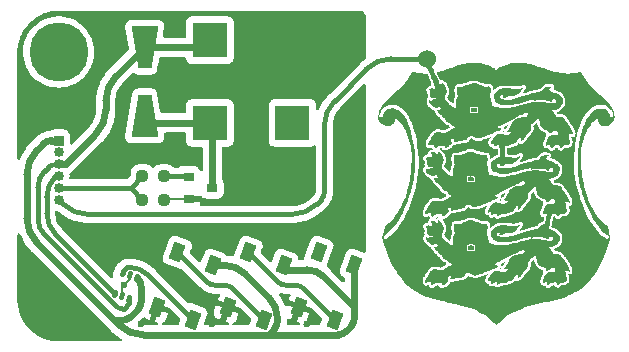
<source format=gtl>
%TF.GenerationSoftware,KiCad,Pcbnew,5.99.0-unknown-b691c18bfc~117~ubuntu20.10.1*%
%TF.CreationDate,2021-03-09T07:05:16+01:00*%
%TF.ProjectId,abrd,61627264-2e6b-4696-9361-645f70636258,rev?*%
%TF.SameCoordinates,Original*%
%TF.FileFunction,Copper,L1,Top*%
%TF.FilePolarity,Positive*%
%FSLAX46Y46*%
G04 Gerber Fmt 4.6, Leading zero omitted, Abs format (unit mm)*
G04 Created by KiCad (PCBNEW 5.99.0-unknown-b691c18bfc~117~ubuntu20.10.1) date 2021-03-09 07:05:16*
%MOMM*%
%LPD*%
G01*
G04 APERTURE LIST*
G04 Aperture macros list*
%AMRoundRect*
0 Rectangle with rounded corners*
0 $1 Rounding radius*
0 $2 $3 $4 $5 $6 $7 $8 $9 X,Y pos of 4 corners*
0 Add a 4 corners polygon primitive as box body*
4,1,4,$2,$3,$4,$5,$6,$7,$8,$9,$2,$3,0*
0 Add four circle primitives for the rounded corners*
1,1,$1+$1,$2,$3*
1,1,$1+$1,$4,$5*
1,1,$1+$1,$6,$7*
1,1,$1+$1,$8,$9*
0 Add four rect primitives between the rounded corners*
20,1,$1+$1,$2,$3,$4,$5,0*
20,1,$1+$1,$4,$5,$6,$7,0*
20,1,$1+$1,$6,$7,$8,$9,0*
20,1,$1+$1,$8,$9,$2,$3,0*%
%AMRotRect*
0 Rectangle, with rotation*
0 The origin of the aperture is its center*
0 $1 length*
0 $2 width*
0 $3 Rotation angle, in degrees counterclockwise*
0 Add horizontal line*
21,1,$1,$2,0,0,$3*%
%AMOutline4P*
0 Free polygon, 4 corners , with rotation*
0 The origin of the aperture is its center*
0 number of corners: always 4*
0 $1 to $8 corner X, Y*
0 $9 Rotation angle, in degrees counterclockwise*
0 create outline with 4 corners*
4,1,4,$1,$2,$3,$4,$5,$6,$7,$8,$1,$2,$9*%
G04 Aperture macros list end*
%TA.AperFunction,SMDPad,CuDef*%
%ADD10R,0.900000X0.800000*%
%TD*%
%TA.AperFunction,SMDPad,CuDef*%
%ADD11R,3.000000X3.000000*%
%TD*%
%TA.AperFunction,SMDPad,CuDef*%
%ADD12C,1.524000*%
%TD*%
%TA.AperFunction,SMDPad,CuDef*%
%ADD13RotRect,1.500000X1.000000X250.000000*%
%TD*%
%TA.AperFunction,SMDPad,CuDef*%
%ADD14RotRect,0.650000X0.400000X250.000000*%
%TD*%
%TA.AperFunction,ComponentPad*%
%ADD15R,0.850000X0.850000*%
%TD*%
%TA.AperFunction,ComponentPad*%
%ADD16O,0.850000X0.850000*%
%TD*%
%TA.AperFunction,ComponentPad*%
%ADD17C,5.000000*%
%TD*%
%TA.AperFunction,SMDPad,CuDef*%
%ADD18Outline4P,-1.800000X-1.150000X1.800000X-0.550000X1.800000X0.550000X-1.800000X1.150000X270.000000*%
%TD*%
%TA.AperFunction,SMDPad,CuDef*%
%ADD19Outline4P,-1.800000X-1.150000X1.800000X-0.550000X1.800000X0.550000X-1.800000X1.150000X90.000000*%
%TD*%
%TA.AperFunction,SMDPad,CuDef*%
%ADD20RoundRect,0.237500X-0.250000X-0.237500X0.250000X-0.237500X0.250000X0.237500X-0.250000X0.237500X0*%
%TD*%
%TA.AperFunction,SMDPad,CuDef*%
%ADD21RoundRect,0.237500X0.250000X0.237500X-0.250000X0.237500X-0.250000X-0.237500X0.250000X-0.237500X0*%
%TD*%
%TA.AperFunction,ViaPad*%
%ADD22C,0.600000*%
%TD*%
%TA.AperFunction,Conductor*%
%ADD23C,0.600000*%
%TD*%
%TA.AperFunction,Conductor*%
%ADD24C,0.400000*%
%TD*%
%TA.AperFunction,Conductor*%
%ADD25C,0.200000*%
%TD*%
G04 APERTURE END LIST*
%TO.C,G\u002A\u002A\u002A*%
G36*
X156359828Y-80228720D02*
G01*
X156368200Y-80123073D01*
X156369405Y-80050707D01*
X156380151Y-79850196D01*
X156413823Y-79670712D01*
X156473545Y-79497077D01*
X156492200Y-79454374D01*
X156553951Y-79318185D01*
X156510899Y-79191140D01*
X156490389Y-79122480D01*
X156478538Y-79056762D01*
X156474005Y-78980536D01*
X156475453Y-78880349D01*
X156476696Y-78847442D01*
X156482853Y-78751877D01*
X156492376Y-78667494D01*
X156503776Y-78605558D01*
X156511727Y-78582224D01*
X156524824Y-78561243D01*
X156542319Y-78547684D01*
X156572135Y-78540282D01*
X156622193Y-78537771D01*
X156700417Y-78538887D01*
X156770122Y-78540957D01*
X156892626Y-78542449D01*
X156978499Y-78538191D01*
X157025839Y-78528300D01*
X157031330Y-78525041D01*
X157131978Y-78467041D01*
X157270127Y-78424367D01*
X157330416Y-78412490D01*
X157442187Y-78384918D01*
X157520479Y-78347379D01*
X157531332Y-78339087D01*
X157578644Y-78304833D01*
X157629849Y-78281789D01*
X157694344Y-78267903D01*
X157781525Y-78261119D01*
X157895988Y-78259383D01*
X158013978Y-78261262D01*
X158100252Y-78268261D01*
X158164248Y-78282423D01*
X158215403Y-78305791D01*
X158260645Y-78338333D01*
X158328748Y-78375622D01*
X158429890Y-78405020D01*
X158464376Y-78411681D01*
X158554291Y-78432961D01*
X158642638Y-78462960D01*
X158701663Y-78490613D01*
X158744098Y-78513752D01*
X158783220Y-78528831D01*
X158829020Y-78537326D01*
X158891493Y-78540709D01*
X158980631Y-78540457D01*
X159033159Y-78539530D01*
X159272766Y-78534852D01*
X159296237Y-78628066D01*
X159314491Y-78743706D01*
X159319691Y-78880768D01*
X159312337Y-79021696D01*
X159292927Y-79148935D01*
X159280004Y-79198308D01*
X159259141Y-79268341D01*
X159250810Y-79314776D01*
X159255091Y-79353359D01*
X159272066Y-79399836D01*
X159281140Y-79421161D01*
X159358366Y-79647799D01*
X159397459Y-79876120D01*
X159402243Y-79986161D01*
X159402243Y-80166246D01*
X159549117Y-80209987D01*
X159749806Y-80262600D01*
X159962456Y-80305609D01*
X160177449Y-80337874D01*
X160385169Y-80358251D01*
X160576000Y-80365597D01*
X160740326Y-80358769D01*
X160771702Y-80355284D01*
X160990569Y-80322264D01*
X161235637Y-80275021D01*
X161509808Y-80212900D01*
X161815985Y-80135245D01*
X162141723Y-80045756D01*
X162371528Y-79981843D01*
X162568225Y-79930215D01*
X162737776Y-79889872D01*
X162886144Y-79859816D01*
X163019291Y-79839047D01*
X163143178Y-79826565D01*
X163263770Y-79821370D01*
X163387027Y-79822464D01*
X163456752Y-79825316D01*
X163586616Y-79834407D01*
X163728859Y-79848532D01*
X163864152Y-79865578D01*
X163951959Y-79879460D01*
X164124880Y-79910452D01*
X164262234Y-79934797D01*
X164369079Y-79953078D01*
X164450478Y-79965882D01*
X164511489Y-79973792D01*
X164557173Y-79977394D01*
X164592591Y-79977272D01*
X164622804Y-79974012D01*
X164652870Y-79968199D01*
X164675674Y-79963117D01*
X164764780Y-79933800D01*
X164827005Y-79888949D01*
X164838480Y-79876223D01*
X164880736Y-79810270D01*
X164884843Y-79752028D01*
X164850453Y-79692664D01*
X164830476Y-79671200D01*
X164760930Y-79624443D01*
X164684916Y-79609681D01*
X164613994Y-79627795D01*
X164581285Y-79652153D01*
X164548044Y-79696970D01*
X164542855Y-79745855D01*
X164560141Y-79805562D01*
X164570468Y-79840374D01*
X164559228Y-79855154D01*
X164517469Y-79858454D01*
X164504754Y-79858489D01*
X164451458Y-79851222D01*
X164387207Y-79832718D01*
X164324295Y-79807930D01*
X164275014Y-79781807D01*
X164251657Y-79759301D01*
X164251147Y-79756355D01*
X164231276Y-79742527D01*
X164174714Y-79729521D01*
X164086032Y-79717716D01*
X163969804Y-79707489D01*
X163830601Y-79699216D01*
X163672997Y-79693277D01*
X163501565Y-79690048D01*
X163443146Y-79689643D01*
X163335177Y-79690117D01*
X163257312Y-79693641D01*
X163198411Y-79701853D01*
X163147337Y-79716390D01*
X163092948Y-79738890D01*
X163085702Y-79742188D01*
X162968835Y-79795691D01*
X163020480Y-79703289D01*
X163047015Y-79651508D01*
X163059519Y-79618089D01*
X163058102Y-79611131D01*
X163024136Y-79616446D01*
X162957321Y-79630705D01*
X162864669Y-79652171D01*
X162753193Y-79679111D01*
X162629905Y-79709788D01*
X162501818Y-79742467D01*
X162375944Y-79775414D01*
X162259296Y-79806892D01*
X162198100Y-79823942D01*
X161927084Y-79899313D01*
X161690477Y-79962157D01*
X161483669Y-80013387D01*
X161302050Y-80053916D01*
X161141012Y-80084656D01*
X160995946Y-80106520D01*
X160862241Y-80120421D01*
X160735290Y-80127272D01*
X160660510Y-80128377D01*
X160426634Y-80115570D01*
X160217280Y-80077590D01*
X160034375Y-80015774D01*
X159879843Y-79931455D01*
X159755610Y-79825967D01*
X159663599Y-79700645D01*
X159605736Y-79556824D01*
X159583947Y-79395838D01*
X159583819Y-79381965D01*
X159603761Y-79237172D01*
X159662412Y-79102763D01*
X159758015Y-78981044D01*
X159888809Y-78874324D01*
X160031569Y-78794674D01*
X160237633Y-78718144D01*
X160457988Y-78674995D01*
X160696341Y-78664830D01*
X160956397Y-78687255D01*
X160991033Y-78692395D01*
X161185798Y-78721373D01*
X161346134Y-78741893D01*
X161478040Y-78753773D01*
X161587515Y-78756829D01*
X161680560Y-78750879D01*
X161763174Y-78735741D01*
X161841357Y-78711232D01*
X161921107Y-78677170D01*
X161949990Y-78663210D01*
X162013098Y-78633321D01*
X162059706Y-78613705D01*
X162079636Y-78608614D01*
X162071790Y-78627317D01*
X162045454Y-78672102D01*
X162005439Y-78734990D01*
X161982372Y-78769880D01*
X161842457Y-78951434D01*
X161688994Y-79099768D01*
X161524823Y-79213335D01*
X161352786Y-79290586D01*
X161175723Y-79329973D01*
X160996477Y-79329946D01*
X160963097Y-79325465D01*
X160828430Y-79304499D01*
X160755085Y-79373673D01*
X160671502Y-79429384D01*
X160565617Y-79467374D01*
X160454276Y-79482975D01*
X160379777Y-79477648D01*
X160333911Y-79466944D01*
X160322015Y-79452543D01*
X160337286Y-79424356D01*
X160340618Y-79419572D01*
X160369752Y-79354395D01*
X160363981Y-79298028D01*
X160324306Y-79258254D01*
X160319609Y-79255981D01*
X160250383Y-79243986D01*
X160185789Y-79264936D01*
X160135397Y-79310809D01*
X160108774Y-79373578D01*
X160111091Y-79430844D01*
X160149846Y-79502007D01*
X160225787Y-79560568D01*
X160336547Y-79605691D01*
X160479756Y-79636539D01*
X160653047Y-79652275D01*
X160743429Y-79654212D01*
X160875648Y-79651085D01*
X161006769Y-79640315D01*
X161143295Y-79620578D01*
X161291730Y-79590551D01*
X161458578Y-79548913D01*
X161650342Y-79494340D01*
X161873525Y-79425510D01*
X161883499Y-79422345D01*
X162175135Y-79330070D01*
X162430607Y-79249997D01*
X162652900Y-79181271D01*
X162844998Y-79123037D01*
X163009885Y-79074439D01*
X163150544Y-79034623D01*
X163269960Y-79002734D01*
X163371117Y-78977916D01*
X163456998Y-78959313D01*
X163530588Y-78946071D01*
X163561070Y-78941554D01*
X163623467Y-78930219D01*
X163662153Y-78910681D01*
X163692587Y-78871872D01*
X163715174Y-78831246D01*
X163793722Y-78724867D01*
X163903473Y-78636437D01*
X164035951Y-78572560D01*
X164055505Y-78566055D01*
X164116470Y-78544948D01*
X164157535Y-78527115D01*
X164168612Y-78518503D01*
X164172785Y-78495680D01*
X164184453Y-78438599D01*
X164202341Y-78353326D01*
X164225171Y-78245928D01*
X164251668Y-78122471D01*
X164261464Y-78077095D01*
X164293620Y-77928206D01*
X164317834Y-77814826D01*
X164334841Y-77732119D01*
X164345379Y-77675250D01*
X164350183Y-77639382D01*
X164349990Y-77619681D01*
X164345536Y-77611311D01*
X164337558Y-77609436D01*
X164332685Y-77609424D01*
X164297629Y-77619160D01*
X164240343Y-77644193D01*
X164173780Y-77678260D01*
X164110896Y-77715098D01*
X164101505Y-77721184D01*
X164044714Y-77758668D01*
X164012015Y-77680407D01*
X163989503Y-77574936D01*
X164005036Y-77464298D01*
X164057394Y-77356038D01*
X164066453Y-77343068D01*
X164102441Y-77284488D01*
X164124536Y-77231404D01*
X164127798Y-77212405D01*
X164146396Y-77125449D01*
X164194997Y-77034510D01*
X164265183Y-76950663D01*
X164348535Y-76884984D01*
X164394419Y-76861633D01*
X164434884Y-76853188D01*
X164506650Y-76845919D01*
X164599749Y-76840579D01*
X164704217Y-76837919D01*
X164709475Y-76837871D01*
X164821637Y-76836126D01*
X164900022Y-76832457D01*
X164952109Y-76825886D01*
X164985379Y-76815438D01*
X165007310Y-76800134D01*
X165008663Y-76798807D01*
X165035586Y-76746453D01*
X165043267Y-76672389D01*
X165031999Y-76591253D01*
X165003089Y-76519392D01*
X164979967Y-76484307D01*
X164954937Y-76464709D01*
X164915951Y-76456100D01*
X164850959Y-76453983D01*
X164827752Y-76453940D01*
X164753283Y-76455353D01*
X164709166Y-76461843D01*
X164684518Y-76476791D01*
X164668543Y-76503398D01*
X164622047Y-76565485D01*
X164547466Y-76623440D01*
X164457851Y-76669836D01*
X164366251Y-76697248D01*
X164320285Y-76701544D01*
X164286741Y-76695135D01*
X164273515Y-76667874D01*
X164271780Y-76632923D01*
X164260852Y-76573641D01*
X164224662Y-76523028D01*
X164158101Y-76476326D01*
X164056061Y-76428781D01*
X164049728Y-76426213D01*
X163862613Y-76338692D01*
X163715373Y-76242980D01*
X163607331Y-76138545D01*
X163537811Y-76024857D01*
X163537152Y-76023302D01*
X163508828Y-75941674D01*
X163479305Y-75832571D01*
X163451642Y-75709567D01*
X163428899Y-75586233D01*
X163414423Y-75479001D01*
X163405518Y-75409326D01*
X163395567Y-75359376D01*
X163386691Y-75339735D01*
X163386513Y-75339724D01*
X163366298Y-75353446D01*
X163326115Y-75389558D01*
X163274363Y-75440477D01*
X163270274Y-75444656D01*
X163207696Y-75504794D01*
X163125797Y-75578032D01*
X163038077Y-75652454D01*
X162997103Y-75685710D01*
X162890494Y-75777829D01*
X162805544Y-75865805D01*
X162745805Y-75945066D01*
X162714824Y-76011035D01*
X162713243Y-76051567D01*
X162721540Y-76093738D01*
X162731025Y-76160785D01*
X162737893Y-76221492D01*
X162743307Y-76296789D01*
X162738701Y-76348301D01*
X162720748Y-76392961D01*
X162696489Y-76432201D01*
X162648529Y-76493941D01*
X162594907Y-76548171D01*
X162579672Y-76560483D01*
X162533974Y-76605091D01*
X162484432Y-76669465D01*
X162457278Y-76712810D01*
X162410990Y-76783501D01*
X162358168Y-76848129D01*
X162329506Y-76876046D01*
X162276300Y-76932502D01*
X162233110Y-76997598D01*
X162227963Y-77008217D01*
X162187128Y-77074102D01*
X162123077Y-77150492D01*
X162047250Y-77225487D01*
X161971085Y-77287187D01*
X161941041Y-77306690D01*
X161876769Y-77344411D01*
X161881114Y-77275740D01*
X161878652Y-77214580D01*
X161867469Y-77137387D01*
X161859482Y-77100008D01*
X161833504Y-76992949D01*
X161707524Y-77120642D01*
X161641821Y-77192883D01*
X161581899Y-77268563D01*
X161538892Y-77333416D01*
X161533209Y-77344012D01*
X161467291Y-77434470D01*
X161372595Y-77513091D01*
X161261366Y-77572492D01*
X161145852Y-77605294D01*
X161092825Y-77609424D01*
X161046077Y-77616156D01*
X161021801Y-77630352D01*
X160996853Y-77651767D01*
X160948686Y-77681775D01*
X160922574Y-77695924D01*
X160865273Y-77720027D01*
X160799195Y-77734702D01*
X160711629Y-77742199D01*
X160650578Y-77744061D01*
X160514757Y-77752744D01*
X160406412Y-77775492D01*
X160313073Y-77816023D01*
X160235443Y-77867824D01*
X160168857Y-77918611D01*
X160126005Y-77849275D01*
X160097287Y-77786332D01*
X160083392Y-77723515D01*
X160083153Y-77716427D01*
X160083153Y-77652915D01*
X159974827Y-77684676D01*
X159889074Y-77716133D01*
X159800432Y-77758025D01*
X159770227Y-77775156D01*
X159673954Y-77833875D01*
X159640268Y-77749685D01*
X159619296Y-77671734D01*
X159619537Y-77606509D01*
X159624335Y-77564462D01*
X159608477Y-77549032D01*
X159588923Y-77547523D01*
X159541088Y-77555391D01*
X159480624Y-77574696D01*
X159471606Y-77578336D01*
X159411848Y-77598287D01*
X159377138Y-77591484D01*
X159357366Y-77552777D01*
X159349188Y-77515984D01*
X159344321Y-77426931D01*
X159369210Y-77348817D01*
X159427904Y-77271057D01*
X159452237Y-77246669D01*
X159516115Y-77172719D01*
X159551414Y-77103389D01*
X159554132Y-77092424D01*
X159594583Y-76987981D01*
X159668627Y-76890801D01*
X159768597Y-76808663D01*
X159886822Y-76749347D01*
X159895371Y-76746323D01*
X159994251Y-76725406D01*
X160106461Y-76728375D01*
X160240196Y-76755756D01*
X160296426Y-76772073D01*
X160430892Y-76810297D01*
X160538323Y-76832108D01*
X160629144Y-76838411D01*
X160713778Y-76830109D01*
X160781796Y-76814191D01*
X160855557Y-76790382D01*
X160904118Y-76763139D01*
X160942892Y-76721719D01*
X160969186Y-76683581D01*
X161031520Y-76588059D01*
X160964851Y-76583078D01*
X160902109Y-76575793D01*
X160830936Y-76563770D01*
X160762927Y-76549504D01*
X160709675Y-76535488D01*
X160682777Y-76524219D01*
X160681529Y-76522121D01*
X160695809Y-76503612D01*
X160733011Y-76466748D01*
X160778260Y-76425591D01*
X160826613Y-76377898D01*
X160869810Y-76321860D01*
X160913631Y-76248474D01*
X160963859Y-76148738D01*
X160985311Y-76103169D01*
X161048468Y-75968161D01*
X161098428Y-75864493D01*
X161138994Y-75785901D01*
X161173971Y-75726120D01*
X161207162Y-75678886D01*
X161242370Y-75637937D01*
X161283398Y-75597009D01*
X161304982Y-75576735D01*
X161407085Y-75494689D01*
X161519672Y-75431596D01*
X161650053Y-75384896D01*
X161805537Y-75352027D01*
X161993434Y-75330430D01*
X162012398Y-75328936D01*
X162177279Y-75305918D01*
X162305482Y-75264673D01*
X162397474Y-75204955D01*
X162453724Y-75126514D01*
X162466784Y-75088001D01*
X162462864Y-75028377D01*
X162429131Y-74975733D01*
X162376819Y-74941316D01*
X162317160Y-74936374D01*
X162315705Y-74936717D01*
X162265664Y-74954318D01*
X162187228Y-74988303D01*
X162087998Y-75034877D01*
X161975576Y-75090241D01*
X161857563Y-75150601D01*
X161741561Y-75212159D01*
X161635171Y-75271120D01*
X161569484Y-75309414D01*
X161461070Y-75371601D01*
X161322880Y-75446536D01*
X161162861Y-75530228D01*
X160988957Y-75618687D01*
X160809116Y-75707921D01*
X160631281Y-75793942D01*
X160463398Y-75872759D01*
X160313414Y-75940381D01*
X160311169Y-75941364D01*
X160182416Y-75999043D01*
X160087743Y-76044862D01*
X160022646Y-76081599D01*
X159982620Y-76112030D01*
X159963160Y-76138932D01*
X159959351Y-76158254D01*
X159977346Y-76190365D01*
X160022626Y-76224006D01*
X160082141Y-76252002D01*
X160142838Y-76267180D01*
X160159312Y-76268161D01*
X160208366Y-76273419D01*
X160236114Y-76286021D01*
X160236487Y-76286576D01*
X160230264Y-76312228D01*
X160193692Y-76348544D01*
X160134786Y-76390979D01*
X160061558Y-76434989D01*
X159982025Y-76476028D01*
X159904198Y-76509554D01*
X159836094Y-76531021D01*
X159795784Y-76536475D01*
X159724577Y-76548796D01*
X159668919Y-76590781D01*
X159609125Y-76640348D01*
X159532358Y-76684213D01*
X159455510Y-76713888D01*
X159408318Y-76721724D01*
X159363203Y-76733326D01*
X159305636Y-76761777D01*
X159287230Y-76773467D01*
X159202338Y-76819769D01*
X159109434Y-76853052D01*
X159027788Y-76866472D01*
X159025237Y-76866498D01*
X158986352Y-76877496D01*
X158931930Y-76905003D01*
X158910271Y-76918505D01*
X158846526Y-76951275D01*
X158763034Y-76982184D01*
X158699219Y-76999484D01*
X158611962Y-77022949D01*
X158525658Y-77053050D01*
X158476296Y-77074833D01*
X158371232Y-77111683D01*
X158266770Y-77121094D01*
X158213967Y-77119093D01*
X158164563Y-77111062D01*
X158109752Y-77093963D01*
X158040727Y-77064760D01*
X157948681Y-77020413D01*
X157890908Y-76991426D01*
X157775026Y-76934650D01*
X157690053Y-76897414D01*
X157631523Y-76878008D01*
X157594970Y-76874722D01*
X157589358Y-76876018D01*
X157558103Y-76898922D01*
X157512849Y-76947983D01*
X157461424Y-77014337D01*
X157439630Y-77045583D01*
X157382555Y-77126069D01*
X157335222Y-77180323D01*
X157287337Y-77218187D01*
X157228606Y-77249507D01*
X157224349Y-77251468D01*
X157109963Y-77290260D01*
X157014879Y-77297644D01*
X156923444Y-77304060D01*
X156849856Y-77327530D01*
X156784145Y-77349254D01*
X156697953Y-77361307D01*
X156664154Y-77362551D01*
X156588414Y-77368028D01*
X156522208Y-77381311D01*
X156492901Y-77392771D01*
X156443491Y-77408704D01*
X156370511Y-77418751D01*
X156288525Y-77422482D01*
X156212097Y-77419470D01*
X156155790Y-77409287D01*
X156142130Y-77403087D01*
X156126398Y-77386647D01*
X156133659Y-77382770D01*
X156159296Y-77364400D01*
X156183752Y-77319664D01*
X156200451Y-77263110D01*
X156204031Y-77227124D01*
X156188015Y-77184789D01*
X156147517Y-77162650D01*
X156093860Y-77160385D01*
X156038367Y-77177674D01*
X155992361Y-77214195D01*
X155979482Y-77233494D01*
X155970881Y-77280557D01*
X155988525Y-77329727D01*
X156016444Y-77424436D01*
X156006676Y-77518897D01*
X155961861Y-77604090D01*
X155889564Y-77668015D01*
X155830040Y-77714038D01*
X155778736Y-77768115D01*
X155776736Y-77770775D01*
X155720110Y-77825219D01*
X155641827Y-77873966D01*
X155558809Y-77908088D01*
X155495973Y-77918928D01*
X155461125Y-77915270D01*
X155445044Y-77896685D01*
X155440479Y-77851756D01*
X155440270Y-77831235D01*
X155430623Y-77746367D01*
X155401589Y-77697754D01*
X155351918Y-77684582D01*
X155280356Y-77706037D01*
X155261806Y-77715190D01*
X155189464Y-77742990D01*
X155113214Y-77747041D01*
X155085660Y-77744238D01*
X154974166Y-77749525D01*
X154858600Y-77793545D01*
X154736954Y-77877098D01*
X154722954Y-77888874D01*
X154640265Y-77959653D01*
X154607314Y-77909362D01*
X154582105Y-77858593D01*
X154557121Y-77789463D01*
X154548718Y-77760040D01*
X154529790Y-77699395D01*
X154510460Y-77656420D01*
X154502098Y-77645848D01*
X154450199Y-77630029D01*
X154375300Y-77633498D01*
X154289455Y-77653763D01*
X154204716Y-77688336D01*
X154155784Y-77717408D01*
X154098682Y-77757180D01*
X154068091Y-77683965D01*
X154047847Y-77626152D01*
X154037845Y-77579213D01*
X154037614Y-77573978D01*
X154053904Y-77478052D01*
X154097003Y-77378476D01*
X154150548Y-77303119D01*
X154202862Y-77228412D01*
X154233527Y-77150449D01*
X154234694Y-77144669D01*
X154263361Y-77067848D01*
X154324203Y-76988236D01*
X154339671Y-76972225D01*
X154387078Y-76921051D01*
X154419672Y-76879210D01*
X154429615Y-76858740D01*
X154446024Y-76807842D01*
X154488740Y-76747408D01*
X154548425Y-76688690D01*
X154602658Y-76650197D01*
X154713404Y-76602111D01*
X154835334Y-76583547D01*
X154975543Y-76594015D01*
X155082936Y-76616946D01*
X155176457Y-76637795D01*
X155269058Y-76653152D01*
X155342838Y-76660130D01*
X155351647Y-76660277D01*
X155383518Y-76659099D01*
X155416036Y-76654239D01*
X155453252Y-76643701D01*
X155499212Y-76625494D01*
X155557964Y-76597622D01*
X155633556Y-76558094D01*
X155730036Y-76504914D01*
X155851452Y-76436091D01*
X156001851Y-76349630D01*
X156113661Y-76285001D01*
X156343113Y-76152221D01*
X156245875Y-76117685D01*
X156162744Y-76076729D01*
X156074742Y-76015247D01*
X155994918Y-75943968D01*
X155936319Y-75873621D01*
X155924255Y-75853202D01*
X155888182Y-75807386D01*
X155838071Y-75793675D01*
X155836135Y-75793664D01*
X155766130Y-75777371D01*
X155686132Y-75733897D01*
X155607540Y-75671347D01*
X155541757Y-75597828D01*
X155524552Y-75572131D01*
X155493472Y-75521966D01*
X155467518Y-75484893D01*
X155438163Y-75451482D01*
X155396880Y-75412305D01*
X155335141Y-75357933D01*
X155314961Y-75340383D01*
X155255588Y-75280225D01*
X155204961Y-75214276D01*
X155183604Y-75176737D01*
X155141924Y-75111511D01*
X155097215Y-75082916D01*
X155033577Y-75051401D01*
X154962214Y-74991550D01*
X154892266Y-74912691D01*
X154832874Y-74824151D01*
X154819895Y-74799918D01*
X154782599Y-74723865D01*
X154764408Y-74679903D01*
X154764383Y-74664048D01*
X154781586Y-74672319D01*
X154791726Y-74680361D01*
X154842613Y-74701368D01*
X154913307Y-74706915D01*
X154985677Y-74697776D01*
X155041592Y-74674730D01*
X155048281Y-74669372D01*
X155081166Y-74614886D01*
X155090334Y-74543972D01*
X155075764Y-74473988D01*
X155048547Y-74431844D01*
X155012978Y-74401596D01*
X154980527Y-74394075D01*
X154938583Y-74410120D01*
X154886507Y-74442606D01*
X154794891Y-74495705D01*
X154718464Y-74519314D01*
X154645112Y-74514881D01*
X154562716Y-74483857D01*
X154558564Y-74481841D01*
X154495706Y-74446506D01*
X154447685Y-74411196D01*
X154429771Y-74391012D01*
X154400034Y-74360299D01*
X154347129Y-74324633D01*
X154315042Y-74307553D01*
X154215363Y-74238533D01*
X154146985Y-74142907D01*
X154109580Y-74020177D01*
X154105214Y-73987009D01*
X154099740Y-73920356D01*
X154101999Y-73886458D01*
X154113475Y-73877282D01*
X154124960Y-73880130D01*
X154164493Y-73893685D01*
X154223299Y-73912233D01*
X154240897Y-73917561D01*
X154294441Y-73931288D01*
X154329073Y-73927585D01*
X154362977Y-73901206D01*
X154387888Y-73875146D01*
X154425399Y-73837663D01*
X154457617Y-73819000D01*
X154499568Y-73814783D01*
X154566277Y-73820644D01*
X154572726Y-73821371D01*
X154641681Y-73827659D01*
X154680434Y-73825378D01*
X154699523Y-73812532D01*
X154706904Y-73795946D01*
X154712246Y-73744756D01*
X154697247Y-73708696D01*
X154667703Y-73699129D01*
X154659004Y-73702077D01*
X154620258Y-73712156D01*
X154557140Y-73721302D01*
X154512073Y-73725407D01*
X154401131Y-73718008D01*
X154313534Y-73677298D01*
X154246251Y-73601373D01*
X154214505Y-73538448D01*
X154192300Y-73478297D01*
X154184256Y-73428745D01*
X154189133Y-73371153D01*
X154199671Y-73315587D01*
X154212870Y-73243950D01*
X154214703Y-73196486D01*
X154203685Y-73157301D01*
X154180929Y-73114907D01*
X154146663Y-73063628D01*
X154115578Y-73028346D01*
X154108441Y-73023053D01*
X154089566Y-72995082D01*
X154105280Y-72958662D01*
X154151888Y-72920743D01*
X154167495Y-72912069D01*
X154261479Y-72883089D01*
X154367018Y-72880688D01*
X154465553Y-72904437D01*
X154496385Y-72919686D01*
X154569519Y-72962837D01*
X154604348Y-72885600D01*
X154625415Y-72831176D01*
X154627013Y-72789590D01*
X154609562Y-72737524D01*
X154607124Y-72731652D01*
X154574123Y-72665391D01*
X154536180Y-72605641D01*
X154532223Y-72600467D01*
X154489375Y-72545994D01*
X154557466Y-72509687D01*
X154657510Y-72477064D01*
X154763178Y-72477241D01*
X154862945Y-72507899D01*
X154945281Y-72566721D01*
X154966726Y-72592004D01*
X155014383Y-72639696D01*
X155066334Y-72667006D01*
X155111399Y-72669831D01*
X155133967Y-72653390D01*
X155144279Y-72617587D01*
X155150553Y-72558299D01*
X155151399Y-72528392D01*
X155154382Y-72465342D01*
X155168362Y-72436925D01*
X155201692Y-72436592D01*
X155248382Y-72452329D01*
X155328832Y-72500095D01*
X155402942Y-72574342D01*
X155461799Y-72662900D01*
X155496491Y-72753605D01*
X155502034Y-72798602D01*
X155514138Y-72847542D01*
X155543197Y-72903886D01*
X155548207Y-72911210D01*
X155582736Y-72982905D01*
X155599736Y-73080787D01*
X155601060Y-73100097D01*
X155602946Y-73165796D01*
X155596888Y-73216719D01*
X155578673Y-73267142D01*
X155544090Y-73331344D01*
X155521658Y-73369212D01*
X155458392Y-73490637D01*
X155426754Y-73595191D01*
X155425637Y-73691126D01*
X155453931Y-73786697D01*
X155462940Y-73806325D01*
X155516276Y-73891523D01*
X155598593Y-73991142D01*
X155703239Y-74098784D01*
X155823561Y-74208055D01*
X155952910Y-74312560D01*
X156084631Y-74405901D01*
X156090546Y-74409761D01*
X156317516Y-74557304D01*
X156331597Y-74524696D01*
X157576167Y-74524696D01*
X157576469Y-74710399D01*
X157578430Y-74804603D01*
X157583383Y-74892588D01*
X157590386Y-74959251D01*
X157592908Y-74973629D01*
X157605956Y-75023314D01*
X157623803Y-75041519D01*
X157657301Y-75037585D01*
X157664823Y-75035530D01*
X157710569Y-75028430D01*
X157784296Y-75023016D01*
X157872728Y-75020147D01*
X157906305Y-75019903D01*
X157996575Y-75021579D01*
X158076796Y-75026047D01*
X158133804Y-75032471D01*
X158146396Y-75035180D01*
X158176039Y-75040387D01*
X158197193Y-75032557D01*
X158212122Y-75005707D01*
X158223091Y-74953855D01*
X158232367Y-74871018D01*
X158239158Y-74790237D01*
X158246000Y-74677931D01*
X158244301Y-74600312D01*
X158232068Y-74551322D01*
X158207308Y-74524903D01*
X158168027Y-74514997D01*
X158148357Y-74514302D01*
X158069523Y-74501153D01*
X157996583Y-74467015D01*
X157943155Y-74419616D01*
X157926187Y-74388208D01*
X157911433Y-74341724D01*
X157882690Y-74396582D01*
X157836079Y-74455538D01*
X157765430Y-74493308D01*
X157669018Y-74513432D01*
X157576167Y-74524696D01*
X156331597Y-74524696D01*
X156342377Y-74499733D01*
X156353202Y-74454488D01*
X156361853Y-74380262D01*
X156367131Y-74289327D01*
X156368169Y-74235410D01*
X156386658Y-73998648D01*
X156439406Y-73780674D01*
X156504444Y-73624714D01*
X156556096Y-73522784D01*
X156514182Y-73387082D01*
X156483568Y-73241770D01*
X156472618Y-73079005D01*
X156482033Y-72917989D01*
X156494331Y-72845377D01*
X156516394Y-72742499D01*
X156633608Y-72727828D01*
X156725506Y-72722996D01*
X156825980Y-72727356D01*
X156870226Y-72732877D01*
X156946218Y-72742363D01*
X156991040Y-72739463D01*
X157010153Y-72727870D01*
X157052110Y-72696922D01*
X157122363Y-72664140D01*
X157208441Y-72634112D01*
X157297875Y-72611429D01*
X157349079Y-72603121D01*
X157446424Y-72582711D01*
X157512947Y-72546583D01*
X157519597Y-72540734D01*
X157582370Y-72497837D01*
X157665280Y-72469796D01*
X157774436Y-72455394D01*
X157915946Y-72453411D01*
X157951620Y-72454505D01*
X158049425Y-72459000D01*
X158117087Y-72465608D01*
X158165726Y-72476965D01*
X158206463Y-72495705D01*
X158250418Y-72524461D01*
X158252178Y-72525700D01*
X158372621Y-72585750D01*
X158454352Y-72603951D01*
X158551110Y-72624064D01*
X158649134Y-72656487D01*
X158733506Y-72695530D01*
X158782867Y-72729237D01*
X158813310Y-72746077D01*
X158857970Y-72746472D01*
X158907422Y-72736916D01*
X158965843Y-72728716D01*
X159041550Y-72725022D01*
X159122317Y-72725519D01*
X159195918Y-72729891D01*
X159250127Y-72737825D01*
X159271085Y-72746286D01*
X159292586Y-72789740D01*
X159307756Y-72864537D01*
X159316496Y-72961226D01*
X159318705Y-73070354D01*
X159314284Y-73182470D01*
X159303131Y-73288123D01*
X159285147Y-73377860D01*
X159278027Y-73401395D01*
X159255290Y-73477419D01*
X159248739Y-73527631D01*
X159257092Y-73563604D01*
X159259500Y-73568393D01*
X159321163Y-73714043D01*
X159367307Y-73887436D01*
X159395068Y-74077032D01*
X159399115Y-74130756D01*
X159412560Y-74355826D01*
X159526045Y-74394536D01*
X159713287Y-74448382D01*
X159928126Y-74493099D01*
X160157477Y-74526489D01*
X160388255Y-74546351D01*
X160444242Y-74548930D01*
X160575134Y-74552908D01*
X160679304Y-74552978D01*
X160771196Y-74548111D01*
X160865254Y-74537279D01*
X160975923Y-74519455D01*
X161052934Y-74505595D01*
X161299646Y-74456809D01*
X161548799Y-74400159D01*
X161811485Y-74332930D01*
X162098797Y-74252408D01*
X162156833Y-74235456D01*
X162348721Y-74179706D01*
X162508152Y-74135161D01*
X162641974Y-74100459D01*
X162757036Y-74074233D01*
X162860187Y-74055118D01*
X162958276Y-74041751D01*
X163058150Y-74032766D01*
X163166660Y-74026798D01*
X163212935Y-74024988D01*
X163407210Y-74021810D01*
X163587068Y-74027895D01*
X163765811Y-74044475D01*
X163956740Y-74072784D01*
X164172458Y-74113911D01*
X164359344Y-74146219D01*
X164519725Y-74161040D01*
X164650160Y-74158252D01*
X164747213Y-74137735D01*
X164755729Y-74134380D01*
X164830996Y-74086418D01*
X164873300Y-74025263D01*
X164884226Y-73959346D01*
X164865359Y-73897097D01*
X164818286Y-73846948D01*
X164744591Y-73817328D01*
X164695245Y-73812836D01*
X164632126Y-73817335D01*
X164593467Y-73835395D01*
X164567706Y-73866502D01*
X164544866Y-73914415D01*
X164548963Y-73961828D01*
X164556033Y-73982403D01*
X164579524Y-74044638D01*
X164456582Y-74035745D01*
X164374920Y-74025348D01*
X164318747Y-74004972D01*
X164276918Y-73973432D01*
X164252436Y-73952792D01*
X164224396Y-73936391D01*
X164187689Y-73923550D01*
X164137201Y-73913588D01*
X164067822Y-73905825D01*
X163974441Y-73899581D01*
X163851946Y-73894176D01*
X163695227Y-73888930D01*
X163626329Y-73886857D01*
X163489514Y-73882942D01*
X163385587Y-73881160D01*
X163306182Y-73882611D01*
X163242933Y-73888396D01*
X163187473Y-73899617D01*
X163131437Y-73917376D01*
X163066459Y-73942772D01*
X163003652Y-73968814D01*
X162980387Y-73976498D01*
X162976947Y-73967236D01*
X162994044Y-73933673D01*
X163009649Y-73906951D01*
X163035156Y-73856994D01*
X163045387Y-73822685D01*
X163043825Y-73816020D01*
X163020995Y-73817496D01*
X162963291Y-73828593D01*
X162875650Y-73848081D01*
X162763011Y-73874726D01*
X162630315Y-73907299D01*
X162482500Y-73944567D01*
X162324505Y-73985300D01*
X162161270Y-74028264D01*
X161997732Y-74072230D01*
X161838833Y-74115966D01*
X161822388Y-74120559D01*
X161522209Y-74199473D01*
X161254127Y-74258871D01*
X161014138Y-74299238D01*
X160798240Y-74321055D01*
X160602431Y-74324807D01*
X160422709Y-74310976D01*
X160344776Y-74298922D01*
X160181457Y-74259577D01*
X160026383Y-74203652D01*
X159891054Y-74135933D01*
X159799036Y-74071746D01*
X159705116Y-73968091D01*
X159636677Y-73842204D01*
X159595810Y-73703479D01*
X159584606Y-73561310D01*
X159605154Y-73425090D01*
X159636934Y-73343386D01*
X159714379Y-73229603D01*
X159824134Y-73122454D01*
X159957240Y-73028048D01*
X160104745Y-72952496D01*
X160257690Y-72901908D01*
X160295738Y-72893876D01*
X160346243Y-72881454D01*
X160365780Y-72863123D01*
X160364425Y-72828688D01*
X160363744Y-72825079D01*
X160360073Y-72789037D01*
X160355658Y-72718556D01*
X160350822Y-72620449D01*
X160345889Y-72501531D01*
X160341182Y-72368616D01*
X160339403Y-72312003D01*
X160325521Y-71853169D01*
X160271396Y-71864989D01*
X160225685Y-71879917D01*
X160157952Y-71907670D01*
X160083153Y-71942102D01*
X160015860Y-71974847D01*
X159963977Y-72000067D01*
X159937867Y-72012725D01*
X159937115Y-72013086D01*
X159918871Y-72002548D01*
X159900418Y-71962440D01*
X159885364Y-71904281D01*
X159877323Y-71839591D01*
X159876817Y-71820719D01*
X159873896Y-71764523D01*
X159860164Y-71736569D01*
X159828166Y-71734250D01*
X159770448Y-71754958D01*
X159734468Y-71770926D01*
X159679549Y-71792803D01*
X159641501Y-71802329D01*
X159632585Y-71800989D01*
X159625286Y-71775982D01*
X159617671Y-71722420D01*
X159612528Y-71666285D01*
X159608843Y-71597853D01*
X159614200Y-71552862D01*
X159634684Y-71515505D01*
X159676376Y-71469974D01*
X159695433Y-71450852D01*
X159763830Y-71368532D01*
X159808472Y-71285846D01*
X159813663Y-71270527D01*
X159860174Y-71174978D01*
X159936698Y-71082472D01*
X160032573Y-71003017D01*
X160137135Y-70946623D01*
X160171190Y-70934936D01*
X160227125Y-70919980D01*
X160275394Y-70912224D01*
X160325120Y-70912591D01*
X160385428Y-70922003D01*
X160465441Y-70941383D01*
X160574284Y-70971653D01*
X160596144Y-70977900D01*
X160773446Y-71017900D01*
X160923453Y-71028088D01*
X161047695Y-71008184D01*
X161147699Y-70957908D01*
X161224995Y-70876980D01*
X161235533Y-70860887D01*
X161298833Y-70759058D01*
X161170725Y-70758127D01*
X161091295Y-70753499D01*
X161019842Y-70742518D01*
X160983212Y-70731829D01*
X160923806Y-70706461D01*
X161004419Y-70650596D01*
X161060842Y-70602173D01*
X161116584Y-70533728D01*
X161174663Y-70440395D01*
X161238096Y-70317309D01*
X161309901Y-70159602D01*
X161312310Y-70154070D01*
X161394991Y-69985998D01*
X161485518Y-69849670D01*
X161589077Y-69741683D01*
X161710851Y-69658638D01*
X161856027Y-69597131D01*
X162029788Y-69553762D01*
X162237319Y-69525129D01*
X162276559Y-69521462D01*
X162427481Y-69501977D01*
X162542319Y-69472374D01*
X162625400Y-69430901D01*
X162681051Y-69375810D01*
X162695330Y-69352059D01*
X162721140Y-69272686D01*
X162715213Y-69205358D01*
X162681413Y-69157005D01*
X162623602Y-69134557D01*
X162575489Y-69137042D01*
X162520003Y-69154309D01*
X162435418Y-69189194D01*
X162328265Y-69238497D01*
X162205077Y-69299017D01*
X162072386Y-69367553D01*
X161936722Y-69440905D01*
X161816378Y-69509034D01*
X161544977Y-69660025D01*
X161241357Y-69817270D01*
X160913292Y-69976845D01*
X160642884Y-70101553D01*
X160526871Y-70154937D01*
X160421803Y-70205387D01*
X160334346Y-70249537D01*
X160271164Y-70284018D01*
X160238924Y-70305462D01*
X160238479Y-70305894D01*
X160211722Y-70335855D01*
X160212498Y-70357883D01*
X160241685Y-70390286D01*
X160242571Y-70391172D01*
X160292289Y-70422975D01*
X160367175Y-70450334D01*
X160406617Y-70459773D01*
X160525876Y-70483586D01*
X160423158Y-70558932D01*
X160268042Y-70657228D01*
X160123941Y-70716342D01*
X160058488Y-70730902D01*
X159962332Y-70763905D01*
X159890472Y-70812239D01*
X159803326Y-70868124D01*
X159704770Y-70904497D01*
X159637679Y-70923859D01*
X159584344Y-70945737D01*
X159566557Y-70956915D01*
X159501480Y-70997269D01*
X159416500Y-71029832D01*
X159332985Y-71046947D01*
X159312581Y-71047929D01*
X159257457Y-71055991D01*
X159219401Y-71075552D01*
X159218017Y-71077101D01*
X159171863Y-71113346D01*
X159101210Y-71149007D01*
X159022367Y-71177376D01*
X158951645Y-71191745D01*
X158937769Y-71192364D01*
X158862237Y-71207209D01*
X158783421Y-71246274D01*
X158707985Y-71284454D01*
X158616501Y-71305733D01*
X158566734Y-71311038D01*
X158512350Y-71314675D01*
X158467701Y-71313909D01*
X158424158Y-71306188D01*
X158373092Y-71288956D01*
X158305874Y-71259661D01*
X158213877Y-71215748D01*
X158165977Y-71192431D01*
X158049274Y-71137101D01*
X157963174Y-71100253D01*
X157902414Y-71079957D01*
X157861731Y-71074285D01*
X157848434Y-71076024D01*
X157802456Y-71105280D01*
X157742885Y-71173304D01*
X157696611Y-71238731D01*
X157607755Y-71352359D01*
X157514126Y-71429435D01*
X157408136Y-71474577D01*
X157282193Y-71492403D01*
X157279558Y-71492507D01*
X157196882Y-71501633D01*
X157116675Y-71519912D01*
X157083458Y-71531731D01*
X157009607Y-71553210D01*
X156926738Y-71562798D01*
X156908072Y-71562670D01*
X156829554Y-71567925D01*
X156752756Y-71585801D01*
X156736009Y-71592232D01*
X156613743Y-71623044D01*
X156474194Y-71616489D01*
X156454992Y-71612930D01*
X156391291Y-71600190D01*
X156436938Y-71520540D01*
X156464698Y-71463599D01*
X156468724Y-71425334D01*
X156459870Y-71404320D01*
X156417554Y-71371192D01*
X156356810Y-71362144D01*
X156293195Y-71377849D01*
X156264344Y-71395861D01*
X156232291Y-71426229D01*
X156225755Y-71455199D01*
X156240991Y-71501527D01*
X156242499Y-71505228D01*
X156274764Y-71619194D01*
X156270353Y-71714906D01*
X156228952Y-71793627D01*
X156155376Y-71853646D01*
X156095184Y-71899322D01*
X156043223Y-71954461D01*
X156042677Y-71955196D01*
X155971541Y-72022927D01*
X155873314Y-72077655D01*
X155762774Y-72111478D01*
X155712260Y-72119109D01*
X155690945Y-72111661D01*
X155687611Y-72082378D01*
X155688544Y-72066775D01*
X155691837Y-71982042D01*
X155686027Y-71929375D01*
X155668624Y-71900107D01*
X155637138Y-71885570D01*
X155636428Y-71885390D01*
X155574847Y-71886214D01*
X155522767Y-71904408D01*
X155452255Y-71925779D01*
X155357737Y-71933123D01*
X155341918Y-71932848D01*
X155261132Y-71935242D01*
X155191100Y-71950966D01*
X155119945Y-71984724D01*
X155035791Y-72041217D01*
X154999532Y-72068403D01*
X154946579Y-72107668D01*
X154907893Y-72134205D01*
X154894146Y-72141511D01*
X154875819Y-72123626D01*
X154852141Y-72078212D01*
X154828328Y-72017632D01*
X154809595Y-71954250D01*
X154804268Y-71928440D01*
X154789648Y-71842324D01*
X154676238Y-71836277D01*
X154590801Y-71837869D01*
X154518156Y-71857164D01*
X154461013Y-71884366D01*
X154402274Y-71914290D01*
X154368262Y-71925493D01*
X154347754Y-71919511D01*
X154332468Y-71901944D01*
X154306303Y-71834470D01*
X154304830Y-71747230D01*
X154325380Y-71651356D01*
X154365287Y-71557976D01*
X154421883Y-71478221D01*
X154437847Y-71462163D01*
X154474509Y-71414600D01*
X154491324Y-71366458D01*
X154491439Y-71363129D01*
X154508908Y-71285169D01*
X154556175Y-71204103D01*
X154609341Y-71147295D01*
X154652553Y-71099063D01*
X154698014Y-71032415D01*
X154718409Y-70995914D01*
X154760774Y-70926847D01*
X154812984Y-70877356D01*
X154880676Y-70837105D01*
X154978051Y-70797980D01*
X155082050Y-70781075D01*
X155201494Y-70786141D01*
X155345208Y-70812932D01*
X155385564Y-70822893D01*
X155465399Y-70842258D01*
X155533386Y-70854184D01*
X155595607Y-70856934D01*
X155658142Y-70848770D01*
X155727073Y-70827955D01*
X155808479Y-70792752D01*
X155908441Y-70741424D01*
X156033040Y-70672234D01*
X156153347Y-70603540D01*
X156272983Y-70534512D01*
X156380305Y-70471847D01*
X156470229Y-70418576D01*
X156537670Y-70377726D01*
X156577545Y-70352327D01*
X156586234Y-70345606D01*
X156574983Y-70332204D01*
X156535359Y-70318999D01*
X156528675Y-70317594D01*
X156451990Y-70289108D01*
X156365408Y-70236875D01*
X156282723Y-70170940D01*
X156217727Y-70101347D01*
X156203405Y-70080725D01*
X156159881Y-70024226D01*
X156112067Y-69995617D01*
X156076695Y-69987281D01*
X155987517Y-69955326D01*
X155896803Y-69892823D01*
X155815349Y-69808603D01*
X155764147Y-69731598D01*
X155722736Y-69667176D01*
X155677733Y-69615515D01*
X155650662Y-69594815D01*
X155581684Y-69545389D01*
X155510213Y-69473195D01*
X155450311Y-69393263D01*
X155432086Y-69361200D01*
X155386905Y-69303498D01*
X155331766Y-69266240D01*
X155242215Y-69210001D01*
X155157581Y-69123276D01*
X155086480Y-69016680D01*
X155038925Y-68905419D01*
X155031682Y-68871924D01*
X155046584Y-68870082D01*
X155065872Y-68879627D01*
X155144025Y-68901968D01*
X155226618Y-68895123D01*
X155296615Y-68861082D01*
X155307406Y-68851385D01*
X155340002Y-68804574D01*
X157813751Y-68804574D01*
X157817502Y-68902642D01*
X157821056Y-68950919D01*
X157830504Y-69059351D01*
X157840039Y-69132556D01*
X157851927Y-69176516D01*
X157868433Y-69197214D01*
X157891823Y-69200634D01*
X157913818Y-69195863D01*
X157958216Y-69189106D01*
X158031281Y-69183879D01*
X158120421Y-69180950D01*
X158164226Y-69180585D01*
X158255146Y-69182281D01*
X158334513Y-69186822D01*
X158390390Y-69193392D01*
X158405542Y-69197093D01*
X158435941Y-69203094D01*
X158453376Y-69186160D01*
X158466676Y-69137419D01*
X158467141Y-69135192D01*
X158474680Y-69078106D01*
X158480451Y-68994938D01*
X158483500Y-68900865D01*
X158483744Y-68871081D01*
X158484047Y-68685378D01*
X158391196Y-68674306D01*
X158303442Y-68657584D01*
X158242788Y-68627687D01*
X158195463Y-68577144D01*
X158185635Y-68562759D01*
X158159497Y-68525376D01*
X158145907Y-68520389D01*
X158135121Y-68545466D01*
X158133581Y-68550296D01*
X158098726Y-68600815D01*
X158036310Y-68643225D01*
X157960034Y-68669819D01*
X157911857Y-68674984D01*
X157866377Y-68680095D01*
X157836195Y-68699358D01*
X157819318Y-68738832D01*
X157813751Y-68804574D01*
X155340002Y-68804574D01*
X155349052Y-68791578D01*
X155354176Y-68726218D01*
X155333881Y-68665221D01*
X155297273Y-68615973D01*
X155246004Y-68601324D01*
X155176853Y-68621090D01*
X155119766Y-68652954D01*
X155020758Y-68702181D01*
X154930437Y-68714624D01*
X154838890Y-68690338D01*
X154774033Y-68654882D01*
X154720753Y-68617900D01*
X154685561Y-68587353D01*
X154677142Y-68574188D01*
X154660128Y-68555004D01*
X154616597Y-68526959D01*
X154581950Y-68508859D01*
X154483475Y-68439976D01*
X154411990Y-68345776D01*
X154373108Y-68235038D01*
X154367637Y-68173607D01*
X154369455Y-68113783D01*
X154377263Y-68086683D01*
X154394596Y-68083836D01*
X154403746Y-68087075D01*
X154446759Y-68098940D01*
X154509070Y-68110135D01*
X154527182Y-68112558D01*
X154585727Y-68116060D01*
X154616372Y-68105873D01*
X154628280Y-68087351D01*
X154664454Y-68045016D01*
X154726144Y-68018451D01*
X154799116Y-68012327D01*
X154837020Y-68018834D01*
X154908835Y-68030659D01*
X154950061Y-68016706D01*
X154963305Y-67975713D01*
X154962236Y-67958160D01*
X154950025Y-67916702D01*
X154921617Y-67906862D01*
X154914429Y-67907714D01*
X154801904Y-67922615D01*
X154719856Y-67926328D01*
X154658910Y-67918395D01*
X154609696Y-67898358D01*
X154599577Y-67892321D01*
X154515497Y-67817635D01*
X154465844Y-67720498D01*
X154450249Y-67605914D01*
X154453988Y-67535742D01*
X154463613Y-67478053D01*
X154470809Y-67457672D01*
X154479079Y-67401387D01*
X154456370Y-67332198D01*
X154406167Y-67259892D01*
X154396634Y-67249542D01*
X154361448Y-67197849D01*
X154365039Y-67154087D01*
X154408430Y-67114640D01*
X154439411Y-67098182D01*
X154548026Y-67068600D01*
X154661400Y-67077597D01*
X154738133Y-67106441D01*
X154818113Y-67147244D01*
X154859057Y-67082577D01*
X154883801Y-67037578D01*
X154888832Y-66999940D01*
X154875708Y-66949307D01*
X154870409Y-66934035D01*
X154840819Y-66868634D01*
X154804986Y-66812769D01*
X154797218Y-66803752D01*
X154768972Y-66764906D01*
X154772058Y-66735936D01*
X154777047Y-66729115D01*
X154779842Y-66713384D01*
X154773527Y-66680933D01*
X154756924Y-66628732D01*
X154728853Y-66553751D01*
X154688133Y-66452960D01*
X154633586Y-66323328D01*
X154564031Y-66161826D01*
X154491204Y-65994890D01*
X154421374Y-65835082D01*
X154357083Y-65687183D01*
X154300153Y-65555439D01*
X154252405Y-65444100D01*
X154215659Y-65357412D01*
X154191737Y-65299625D01*
X154182460Y-65274985D01*
X154182406Y-65274544D01*
X154200522Y-65258577D01*
X154247488Y-65233677D01*
X154313231Y-65203887D01*
X154387677Y-65173251D01*
X154460754Y-65145813D01*
X154522388Y-65125616D01*
X154562505Y-65116703D01*
X154571873Y-65118209D01*
X154583123Y-65140368D01*
X154609033Y-65196496D01*
X154647870Y-65282692D01*
X154697902Y-65395052D01*
X154757397Y-65529675D01*
X154824623Y-65682659D01*
X154897846Y-65850100D01*
X154955463Y-65982373D01*
X155032250Y-66158484D01*
X155104535Y-66323385D01*
X155170556Y-66473119D01*
X155228550Y-66603727D01*
X155276754Y-66711252D01*
X155313405Y-66791735D01*
X155336740Y-66841219D01*
X155344389Y-66855540D01*
X155367205Y-66864374D01*
X155389683Y-66840131D01*
X155407977Y-66790850D01*
X155418240Y-66724572D01*
X155419221Y-66699114D01*
X155419953Y-66611144D01*
X155497329Y-66643418D01*
X155609673Y-66711358D01*
X155692964Y-66807838D01*
X155741828Y-66920902D01*
X155768562Y-67002947D01*
X155801329Y-67083681D01*
X155817767Y-67117222D01*
X155854782Y-67223542D01*
X155862631Y-67314350D01*
X155859501Y-67380161D01*
X155846517Y-67436806D01*
X155818793Y-67498988D01*
X155776944Y-67572270D01*
X155718083Y-67678618D01*
X155684680Y-67763909D01*
X155675183Y-67838283D01*
X155688037Y-67911880D01*
X155714510Y-67979518D01*
X155766176Y-68067201D01*
X155844816Y-68169045D01*
X155942794Y-68276742D01*
X156052472Y-68381980D01*
X156166212Y-68476449D01*
X156182364Y-68488593D01*
X156256440Y-68541616D01*
X156337725Y-68596780D01*
X156418161Y-68648989D01*
X156489691Y-68693141D01*
X156544256Y-68724139D01*
X156573799Y-68736884D01*
X156574857Y-68736962D01*
X156595192Y-68718074D01*
X156611435Y-68668274D01*
X156621666Y-68597861D01*
X156623967Y-68517133D01*
X156622144Y-68483095D01*
X156626049Y-68288624D01*
X156667607Y-68077756D01*
X156733664Y-67882929D01*
X156806804Y-67699488D01*
X156772821Y-67594265D01*
X156749894Y-67507596D01*
X156731688Y-67411661D01*
X156726959Y-67375350D01*
X156724119Y-67299607D01*
X156728327Y-67210750D01*
X156738105Y-67119446D01*
X156751975Y-67036362D01*
X156768460Y-66972164D01*
X156786082Y-66937518D01*
X156787814Y-66936114D01*
X156817703Y-66929788D01*
X156879086Y-66926249D01*
X156962265Y-66925826D01*
X157034841Y-66927818D01*
X157126180Y-66930143D01*
X157201201Y-66929392D01*
X157251008Y-66925823D01*
X157266706Y-66921132D01*
X157298887Y-66895480D01*
X157360452Y-66865922D01*
X157440312Y-66836612D01*
X157527378Y-66811701D01*
X157597409Y-66797304D01*
X157673039Y-66781246D01*
X157735182Y-66760933D01*
X157768435Y-66742199D01*
X157824898Y-66699983D01*
X157899755Y-66671335D01*
X157999817Y-66654654D01*
X158131894Y-66648335D01*
X158167868Y-66648180D01*
X158271518Y-66649527D01*
X158344643Y-66654197D01*
X158397950Y-66663867D01*
X158442150Y-66680215D01*
X158472214Y-66695860D01*
X158521937Y-66726843D01*
X158552094Y-66751491D01*
X158556265Y-66758669D01*
X158574695Y-66770262D01*
X158621603Y-66782321D01*
X158654274Y-66787705D01*
X158792338Y-66811881D01*
X158898684Y-66843139D01*
X158982637Y-66884298D01*
X158990718Y-66889429D01*
X159029685Y-66912170D01*
X159067912Y-66925376D01*
X159116858Y-66930669D01*
X159187982Y-66929675D01*
X159251767Y-66926411D01*
X159365350Y-66920816D01*
X159444832Y-66921643D01*
X159497288Y-66932568D01*
X159529792Y-66957264D01*
X159549419Y-66999405D01*
X159563244Y-67062665D01*
X159568053Y-67090662D01*
X159583048Y-67252926D01*
X159576139Y-67416953D01*
X159548355Y-67566164D01*
X159536156Y-67605405D01*
X159522237Y-67647852D01*
X159515484Y-67683147D01*
X159517203Y-67720811D01*
X159528700Y-67770368D01*
X159551283Y-67841338D01*
X159580036Y-67925227D01*
X159615506Y-68032272D01*
X159638350Y-68116027D01*
X159651340Y-68191485D01*
X159657248Y-68273641D01*
X159658716Y-68350711D01*
X159660164Y-68552519D01*
X159794282Y-68592374D01*
X159985609Y-68642926D01*
X160192636Y-68686692D01*
X160402736Y-68721646D01*
X160603280Y-68745764D01*
X160781641Y-68757023D01*
X160824970Y-68757596D01*
X160966015Y-68750079D01*
X161142219Y-68727967D01*
X161350395Y-68691916D01*
X161587357Y-68642582D01*
X161849919Y-68580621D01*
X162134893Y-68506689D01*
X162394120Y-68434421D01*
X162596342Y-68376834D01*
X162765182Y-68330198D01*
X162906709Y-68293364D01*
X163026995Y-68265180D01*
X163132110Y-68244496D01*
X163228124Y-68230161D01*
X163321107Y-68221025D01*
X163417131Y-68215938D01*
X163522265Y-68213748D01*
X163559920Y-68213466D01*
X163788508Y-68217628D01*
X164000056Y-68233991D01*
X164213306Y-68264557D01*
X164419890Y-68305368D01*
X164606723Y-68340956D01*
X164760379Y-68358437D01*
X164884845Y-68357640D01*
X164984107Y-68338399D01*
X165062151Y-68300543D01*
X165091967Y-68276884D01*
X165127856Y-68219813D01*
X165137367Y-68149494D01*
X165118638Y-68084744D01*
X165111945Y-68074898D01*
X165047440Y-68020202D01*
X164969302Y-67997102D01*
X164889939Y-68007840D01*
X164851748Y-68027928D01*
X164821457Y-68055885D01*
X164810451Y-68092194D01*
X164813672Y-68151730D01*
X164823819Y-68241755D01*
X164755479Y-68241755D01*
X164648349Y-68225254D01*
X164554074Y-68179922D01*
X164529701Y-68160563D01*
X164474840Y-68132308D01*
X164379763Y-68109802D01*
X164245127Y-68093111D01*
X164071588Y-68082301D01*
X163859804Y-68077436D01*
X163694039Y-68077560D01*
X163583647Y-68079728D01*
X163503311Y-68085078D01*
X163441847Y-68095260D01*
X163388072Y-68111927D01*
X163348425Y-68128602D01*
X163290561Y-68152533D01*
X163251288Y-68164513D01*
X163240176Y-68163237D01*
X163250066Y-68137931D01*
X163274532Y-68092935D01*
X163282555Y-68079517D01*
X163307635Y-68033983D01*
X163318112Y-68005844D01*
X163317511Y-68002785D01*
X163295263Y-68004695D01*
X163238642Y-68015992D01*
X163153120Y-68035311D01*
X163044165Y-68061287D01*
X162917249Y-68092553D01*
X162777839Y-68127743D01*
X162631407Y-68165493D01*
X162483422Y-68204436D01*
X162339354Y-68243206D01*
X162204673Y-68280439D01*
X162198100Y-68282287D01*
X161885300Y-68366161D01*
X161606962Y-68431798D01*
X161360714Y-68479565D01*
X161144183Y-68509830D01*
X160954996Y-68522961D01*
X160790780Y-68519324D01*
X160718051Y-68511439D01*
X160491866Y-68468553D01*
X160301891Y-68408325D01*
X160146487Y-68329863D01*
X160024017Y-68232271D01*
X159932841Y-68114655D01*
X159908551Y-68069682D01*
X159853111Y-67916239D01*
X159837519Y-67767657D01*
X159860437Y-67626130D01*
X159920533Y-67493852D01*
X160016471Y-67373018D01*
X160146917Y-67265821D01*
X160310536Y-67174456D01*
X160495826Y-67104216D01*
X160573768Y-67082576D01*
X160647684Y-67068606D01*
X160730211Y-67060892D01*
X160833989Y-67058018D01*
X160908499Y-67058009D01*
X161037368Y-67061876D01*
X161171115Y-67071129D01*
X161292079Y-67084344D01*
X161352122Y-67093757D01*
X161569478Y-67127458D01*
X161755939Y-67141734D01*
X161917220Y-67136203D01*
X162059035Y-67110483D01*
X162187099Y-67064191D01*
X162246384Y-67033983D01*
X162299825Y-67004900D01*
X162336371Y-66986485D01*
X162345205Y-66983104D01*
X162345805Y-66997727D01*
X162324585Y-67037170D01*
X162286432Y-67094787D01*
X162236229Y-67163937D01*
X162178862Y-67237976D01*
X162119216Y-67310261D01*
X162062176Y-67374148D01*
X162043080Y-67393954D01*
X161879137Y-67537249D01*
X161711256Y-67639663D01*
X161538772Y-67701451D01*
X161361021Y-67722869D01*
X161218431Y-67711738D01*
X161086915Y-67690558D01*
X161020695Y-67756778D01*
X160933836Y-67817184D01*
X160819924Y-67856181D01*
X160689049Y-67870343D01*
X160686147Y-67870350D01*
X160621587Y-67866474D01*
X160593269Y-67851164D01*
X160596593Y-67818896D01*
X160614595Y-67784425D01*
X160635356Y-67722843D01*
X160617000Y-67674051D01*
X160559321Y-67637569D01*
X160550390Y-67634224D01*
X160488230Y-67630273D01*
X160434581Y-67658204D01*
X160395148Y-67708729D01*
X160375637Y-67772559D01*
X160381754Y-67840404D01*
X160400013Y-67879043D01*
X160455017Y-67931894D01*
X160546218Y-67976443D01*
X160675465Y-68013477D01*
X160750936Y-68028703D01*
X160913632Y-68047689D01*
X161091140Y-68047557D01*
X161287535Y-68027729D01*
X161506895Y-67987628D01*
X161753293Y-67926677D01*
X162012398Y-67850111D01*
X162294708Y-67761431D01*
X162540965Y-67684356D01*
X162754427Y-67617943D01*
X162938356Y-67561250D01*
X163096010Y-67513335D01*
X163230650Y-67473256D01*
X163345536Y-67440070D01*
X163443927Y-67412835D01*
X163529084Y-67390610D01*
X163604265Y-67372452D01*
X163672732Y-67357418D01*
X163737744Y-67344567D01*
X163800582Y-67333297D01*
X163875561Y-67318549D01*
X163919305Y-67303406D01*
X163941608Y-67283041D01*
X163950700Y-67259330D01*
X163981063Y-67197689D01*
X164038449Y-67127509D01*
X164112997Y-67058761D01*
X164194846Y-67001415D01*
X164218887Y-66988162D01*
X164287307Y-66958256D01*
X164360070Y-66939486D01*
X164452122Y-66928572D01*
X164505438Y-66925267D01*
X164612145Y-66922875D01*
X164681778Y-66928287D01*
X164710743Y-66939239D01*
X164720826Y-66958317D01*
X164700731Y-66962470D01*
X164658106Y-66980345D01*
X164614567Y-67025430D01*
X164579264Y-67084914D01*
X164561350Y-67145985D01*
X164560651Y-67158570D01*
X164570861Y-67212872D01*
X164604032Y-67262177D01*
X164663975Y-67309045D01*
X164754501Y-67356032D01*
X164879420Y-67405695D01*
X164981093Y-67440697D01*
X165128433Y-67493423D01*
X165254764Y-67546816D01*
X165351466Y-67597146D01*
X165370988Y-67609467D01*
X165505712Y-67720326D01*
X165604447Y-67847886D01*
X165666120Y-67988625D01*
X165689659Y-68139022D01*
X165673990Y-68295554D01*
X165624367Y-68441205D01*
X165535202Y-68587501D01*
X165413667Y-68709534D01*
X165261764Y-68805879D01*
X165081496Y-68875111D01*
X164980949Y-68899194D01*
X164805725Y-68933682D01*
X164956584Y-69169846D01*
X165032759Y-69286265D01*
X165095415Y-69371677D01*
X165151604Y-69430850D01*
X165208382Y-69468549D01*
X165272799Y-69489543D01*
X165351911Y-69498598D01*
X165445790Y-69500484D01*
X165547857Y-69502304D01*
X165619166Y-69508712D01*
X165670115Y-69521272D01*
X165708586Y-69539994D01*
X165775874Y-69594499D01*
X165838355Y-69667449D01*
X165882565Y-69742279D01*
X165890706Y-69764083D01*
X165912369Y-69802679D01*
X165954758Y-69856894D01*
X166003270Y-69909379D01*
X166056332Y-69968483D01*
X166097140Y-70025043D01*
X166115370Y-70062746D01*
X166136876Y-70105513D01*
X166179418Y-70162953D01*
X166229153Y-70217797D01*
X166292330Y-70288174D01*
X166331161Y-70353221D01*
X166355890Y-70430078D01*
X166380353Y-70506945D01*
X166412812Y-70577525D01*
X166430721Y-70605723D01*
X166483187Y-70694778D01*
X166522283Y-70798957D01*
X166540856Y-70898193D01*
X166541480Y-70916405D01*
X166535805Y-70969168D01*
X166517082Y-70983024D01*
X166482760Y-70958973D01*
X166469262Y-70944761D01*
X166440037Y-70921546D01*
X166397790Y-70908819D01*
X166330959Y-70903888D01*
X166292119Y-70903494D01*
X166152322Y-70903494D01*
X166171515Y-70970417D01*
X166182222Y-71028856D01*
X166189228Y-71107529D01*
X166190794Y-71161278D01*
X166200003Y-71268932D01*
X166231279Y-71363740D01*
X166242379Y-71386722D01*
X166286264Y-71508973D01*
X166293908Y-71623715D01*
X166268495Y-71725879D01*
X166213211Y-71810394D01*
X166131242Y-71872192D01*
X166025773Y-71906202D01*
X165914230Y-71908944D01*
X165801207Y-71914146D01*
X165701045Y-71955138D01*
X165607805Y-72034501D01*
X165596618Y-72046932D01*
X165532592Y-72119853D01*
X165471775Y-72046072D01*
X165431385Y-71987329D01*
X165403659Y-71929307D01*
X165399171Y-71913356D01*
X165390272Y-71879467D01*
X165373702Y-71863455D01*
X165338077Y-71860934D01*
X165278364Y-71866795D01*
X165126003Y-71898768D01*
X164975448Y-71961525D01*
X164819515Y-72058320D01*
X164762914Y-72100398D01*
X164707257Y-72143372D01*
X164671197Y-72088338D01*
X164649462Y-72036719D01*
X164632529Y-71963539D01*
X164626491Y-71913768D01*
X164617845Y-71794231D01*
X164534770Y-71823542D01*
X164460291Y-71854796D01*
X164387451Y-71892677D01*
X164379475Y-71897486D01*
X164332774Y-71924617D01*
X164306894Y-71930276D01*
X164287957Y-71915330D01*
X164279201Y-71903754D01*
X164257829Y-71846562D01*
X164252986Y-71766090D01*
X164264097Y-71676610D01*
X164290587Y-71592398D01*
X164291858Y-71589562D01*
X164318824Y-71537683D01*
X164341767Y-71506219D01*
X164349178Y-71501869D01*
X164362291Y-71483407D01*
X164378540Y-71435483D01*
X164391509Y-71381717D01*
X164435698Y-71257129D01*
X164509636Y-71153652D01*
X164607670Y-71078289D01*
X164653400Y-71057188D01*
X164707767Y-71040175D01*
X164766503Y-71031482D01*
X164841725Y-71030219D01*
X164945548Y-71035498D01*
X164947211Y-71035611D01*
X165046422Y-71041058D01*
X165115500Y-71040782D01*
X165165297Y-71033867D01*
X165206668Y-71019398D01*
X165220927Y-71012500D01*
X165278048Y-70964945D01*
X165301573Y-70896581D01*
X165291827Y-70805735D01*
X165272357Y-70745464D01*
X165238148Y-70655890D01*
X165100577Y-70655891D01*
X165025858Y-70657155D01*
X164979004Y-70664252D01*
X164946622Y-70682139D01*
X164915318Y-70715774D01*
X164905345Y-70728158D01*
X164812885Y-70812476D01*
X164694364Y-70870868D01*
X164610468Y-70891945D01*
X164557409Y-70899328D01*
X164534669Y-70893595D01*
X164531910Y-70868709D01*
X164534722Y-70847687D01*
X164525264Y-70776800D01*
X164475891Y-70712443D01*
X164387589Y-70655698D01*
X164339409Y-70634503D01*
X164219054Y-70580905D01*
X164101423Y-70518080D01*
X163996806Y-70452260D01*
X163915491Y-70389674D01*
X163884604Y-70359088D01*
X163843096Y-70305047D01*
X163807418Y-70241750D01*
X163775985Y-70163847D01*
X163747216Y-70065991D01*
X163719528Y-69942832D01*
X163691337Y-69789021D01*
X163662474Y-69608494D01*
X163649063Y-69520562D01*
X163511640Y-69653839D01*
X163427490Y-69732266D01*
X163331712Y-69816748D01*
X163243155Y-69890716D01*
X163231884Y-69899703D01*
X163140107Y-69979738D01*
X163063073Y-70061269D01*
X163006402Y-70137272D01*
X162975714Y-70200724D01*
X162971862Y-70224673D01*
X162976063Y-70265711D01*
X162986775Y-70329078D01*
X162994598Y-70367837D01*
X163002670Y-70482113D01*
X162974026Y-70586923D01*
X162906919Y-70686824D01*
X162850672Y-70743422D01*
X162790577Y-70804778D01*
X162738033Y-70870478D01*
X162713040Y-70910507D01*
X162671410Y-70974806D01*
X162615936Y-71040108D01*
X162597037Y-71058476D01*
X162542063Y-71118250D01*
X162495348Y-71185285D01*
X162484240Y-71206215D01*
X162440315Y-71275420D01*
X162373209Y-71354222D01*
X162294781Y-71430413D01*
X162216887Y-71491786D01*
X162191081Y-71508005D01*
X162126524Y-71545091D01*
X162139142Y-71481999D01*
X162140383Y-71428541D01*
X162131435Y-71354452D01*
X162115492Y-71278135D01*
X162095750Y-71217995D01*
X162091933Y-71210104D01*
X162074620Y-71214581D01*
X162038134Y-71243541D01*
X161989499Y-71289578D01*
X161935737Y-71345288D01*
X161883871Y-71403265D01*
X161840924Y-71456106D01*
X161813918Y-71496404D01*
X161808791Y-71508655D01*
X161771609Y-71582067D01*
X161702121Y-71653908D01*
X161609054Y-71718188D01*
X161501133Y-71768920D01*
X161387084Y-71800118D01*
X161383072Y-71800785D01*
X161319187Y-71816013D01*
X161269513Y-71836258D01*
X161258515Y-71843783D01*
X161171481Y-71895119D01*
X161052255Y-71925933D01*
X160919478Y-71935175D01*
X160764063Y-71935175D01*
X160764063Y-72055681D01*
X160764895Y-72118437D01*
X160767189Y-72212024D01*
X160770642Y-72326042D01*
X160774951Y-72450094D01*
X160777488Y-72516597D01*
X160790914Y-72857005D01*
X161092151Y-72901775D01*
X161289984Y-72927974D01*
X161454498Y-72942212D01*
X161591866Y-72944500D01*
X161708263Y-72934852D01*
X161809861Y-72913280D01*
X161841992Y-72903278D01*
X161919281Y-72873860D01*
X161988902Y-72841642D01*
X162027044Y-72819339D01*
X162067162Y-72794167D01*
X162081715Y-72795740D01*
X162071173Y-72826349D01*
X162039856Y-72881887D01*
X161952981Y-73008883D01*
X161845930Y-73138266D01*
X161731300Y-73255835D01*
X161636944Y-73336151D01*
X161501038Y-73425579D01*
X161366684Y-73483878D01*
X161222375Y-73514387D01*
X161056605Y-73520444D01*
X161008599Y-73518427D01*
X160914097Y-73513980D01*
X160852491Y-73513812D01*
X160815542Y-73518880D01*
X160795012Y-73530147D01*
X160784739Y-73544519D01*
X160738777Y-73592129D01*
X160661833Y-73631077D01*
X160563892Y-73657703D01*
X160454934Y-73668348D01*
X160446874Y-73668400D01*
X160307783Y-73668400D01*
X160339904Y-73622542D01*
X160365097Y-73566982D01*
X160370510Y-73510255D01*
X160356188Y-73466960D01*
X160339386Y-73453955D01*
X160258002Y-73440391D01*
X160185936Y-73461425D01*
X160146552Y-73495797D01*
X160109163Y-73566785D01*
X160112555Y-73634468D01*
X160156942Y-73701013D01*
X160167960Y-73711790D01*
X160234876Y-73761703D01*
X160317717Y-73798509D01*
X160422387Y-73823539D01*
X160554788Y-73838121D01*
X160720823Y-73843585D01*
X160753746Y-73843703D01*
X160892083Y-73841126D01*
X161020992Y-73832368D01*
X161148315Y-73815898D01*
X161281890Y-73790191D01*
X161429559Y-73753716D01*
X161599162Y-73704947D01*
X161798541Y-73642354D01*
X161816378Y-73636585D01*
X162161293Y-73525876D01*
X162468600Y-73429462D01*
X162739295Y-73347053D01*
X162974375Y-73278362D01*
X163174836Y-73223100D01*
X163341676Y-73180978D01*
X163475890Y-73151708D01*
X163518653Y-73143877D01*
X163595216Y-73129406D01*
X163642097Y-73114491D01*
X163670497Y-73093062D01*
X163691615Y-73059047D01*
X163697512Y-73046938D01*
X163770662Y-72938983D01*
X163874625Y-72848717D01*
X164001382Y-72779862D01*
X164142915Y-72736136D01*
X164291207Y-72721260D01*
X164384247Y-72728339D01*
X164480039Y-72742704D01*
X164412549Y-72788185D01*
X164359591Y-72832374D01*
X164318968Y-72880550D01*
X164315564Y-72886216D01*
X164294915Y-72957387D01*
X164314692Y-73025611D01*
X164375067Y-73091049D01*
X164476216Y-73153859D01*
X164618310Y-73214202D01*
X164704943Y-73243554D01*
X164888885Y-73307607D01*
X165037016Y-73373250D01*
X165154738Y-73444166D01*
X165247455Y-73524036D01*
X165320570Y-73616543D01*
X165363953Y-73692730D01*
X165415447Y-73838058D01*
X165429112Y-73985423D01*
X165407888Y-74130486D01*
X165354720Y-74268909D01*
X165272547Y-74396355D01*
X165164314Y-74508486D01*
X165032962Y-74600964D01*
X164881432Y-74669451D01*
X164712668Y-74709610D01*
X164670962Y-74714455D01*
X164543893Y-74726321D01*
X164627328Y-74862795D01*
X164716204Y-75004740D01*
X164789048Y-75113092D01*
X164848335Y-75191140D01*
X164896540Y-75242175D01*
X164931662Y-75267303D01*
X165000622Y-75287549D01*
X165108738Y-75297424D01*
X165168981Y-75298457D01*
X165270604Y-75302156D01*
X165356334Y-75312261D01*
X165412451Y-75326866D01*
X165502155Y-75384980D01*
X165579163Y-75472311D01*
X165623042Y-75552599D01*
X165660157Y-75616374D01*
X165712964Y-75680125D01*
X165730746Y-75697034D01*
X165787266Y-75759231D01*
X165835710Y-75833066D01*
X165845413Y-75852823D01*
X165887712Y-75925056D01*
X165943479Y-75992962D01*
X165958695Y-76007399D01*
X166024834Y-76081938D01*
X166076149Y-76170859D01*
X166104562Y-76258760D01*
X166107720Y-76291503D01*
X166119864Y-76342971D01*
X166140734Y-76372742D01*
X166184081Y-76424732D01*
X166224729Y-76500514D01*
X166258258Y-76587417D01*
X166280250Y-76672775D01*
X166286286Y-76743920D01*
X166280656Y-76773887D01*
X166266162Y-76798424D01*
X166247873Y-76784986D01*
X166244132Y-76780027D01*
X166188973Y-76733139D01*
X166105932Y-76707665D01*
X166015039Y-76701544D01*
X165898558Y-76701544D01*
X165913575Y-76768603D01*
X165922360Y-76827176D01*
X165928869Y-76905940D01*
X165930998Y-76959464D01*
X165948159Y-77091115D01*
X165984123Y-77186434D01*
X166023686Y-77298107D01*
X166036466Y-77410459D01*
X166022309Y-77512320D01*
X165989593Y-77581458D01*
X165920661Y-77650689D01*
X165828860Y-77693339D01*
X165708861Y-77711564D01*
X165665566Y-77712592D01*
X165558984Y-77719029D01*
X165477023Y-77742536D01*
X165404469Y-77789404D01*
X165346080Y-77844702D01*
X165302912Y-77887586D01*
X165276113Y-77904022D01*
X165254151Y-77897971D01*
X165235641Y-77882620D01*
X165186163Y-77822472D01*
X165150514Y-77750982D01*
X165138393Y-77692590D01*
X165130172Y-77661739D01*
X165098277Y-77659568D01*
X165091967Y-77660973D01*
X165035858Y-77671575D01*
X164983641Y-77678695D01*
X164920059Y-77690137D01*
X164850969Y-77708718D01*
X164847931Y-77709710D01*
X164774122Y-77734071D01*
X164646753Y-78328131D01*
X164614373Y-78480254D01*
X164585026Y-78620246D01*
X164559797Y-78742752D01*
X164539775Y-78842421D01*
X164526044Y-78913898D01*
X164519693Y-78951830D01*
X164519384Y-78955600D01*
X164531927Y-78975208D01*
X164572310Y-78998600D01*
X164644662Y-79027706D01*
X164750746Y-79063693D01*
X164880275Y-79107596D01*
X164980107Y-79147603D01*
X165060698Y-79189348D01*
X165132504Y-79238462D01*
X165205980Y-79300580D01*
X165228039Y-79320849D01*
X165319429Y-79418762D01*
X165378264Y-79517308D01*
X165410984Y-79630200D01*
X165422384Y-79734688D01*
X165424461Y-79833623D01*
X165415601Y-79912072D01*
X165393190Y-79989969D01*
X165386559Y-80008014D01*
X165312743Y-80147888D01*
X165205997Y-80272696D01*
X165073451Y-80377275D01*
X164922237Y-80456461D01*
X164759485Y-80505090D01*
X164685739Y-80515505D01*
X164537568Y-80529082D01*
X164674660Y-80745736D01*
X164754432Y-80869650D01*
X164819593Y-80962476D01*
X164876469Y-81028686D01*
X164931391Y-81072750D01*
X164990685Y-81099141D01*
X165060680Y-81112330D01*
X165147705Y-81116788D01*
X165200294Y-81117141D01*
X165335944Y-81124349D01*
X165439493Y-81148596D01*
X165517968Y-81193821D01*
X165578400Y-81263961D01*
X165624449Y-81354709D01*
X165664177Y-81423413D01*
X165717641Y-81485655D01*
X165726749Y-81493680D01*
X165777223Y-81547672D01*
X165825339Y-81618036D01*
X165841495Y-81648432D01*
X165883035Y-81718875D01*
X165933842Y-81782811D01*
X165954980Y-81803184D01*
X166008875Y-81861950D01*
X166057846Y-81937472D01*
X166093678Y-82014848D01*
X166108155Y-82079177D01*
X166108174Y-82081046D01*
X166119309Y-82120679D01*
X166148149Y-82179142D01*
X166178898Y-82229138D01*
X166218512Y-82298181D01*
X166249798Y-82371800D01*
X166271933Y-82443676D01*
X166284100Y-82507492D01*
X166285477Y-82556930D01*
X166275245Y-82585670D01*
X166252583Y-82587395D01*
X166222100Y-82561983D01*
X166193401Y-82538813D01*
X166152522Y-82525963D01*
X166087976Y-82520777D01*
X166041435Y-82520228D01*
X165898558Y-82520228D01*
X165914203Y-82587287D01*
X165923223Y-82645856D01*
X165929665Y-82724617D01*
X165931582Y-82778148D01*
X165945965Y-82901581D01*
X165977756Y-82985444D01*
X166026067Y-83108746D01*
X166038744Y-83224803D01*
X166017443Y-83328689D01*
X165963816Y-83415477D01*
X165879519Y-83480242D01*
X165801504Y-83510274D01*
X165725178Y-83522496D01*
X165648831Y-83522897D01*
X165633329Y-83520913D01*
X165540017Y-83525090D01*
X165445027Y-83565200D01*
X165356798Y-83637168D01*
X165330678Y-83667123D01*
X165269722Y-83743105D01*
X165204058Y-83643970D01*
X165167591Y-83580564D01*
X165143748Y-83523088D01*
X165138393Y-83495570D01*
X165131279Y-83462216D01*
X165117026Y-83459511D01*
X165086122Y-83469401D01*
X165028420Y-83481256D01*
X164975493Y-83489702D01*
X164823672Y-83528249D01*
X164673765Y-83597024D01*
X164545991Y-83685702D01*
X164460652Y-83758749D01*
X164415271Y-83695017D01*
X164381349Y-83624966D01*
X164367738Y-83532802D01*
X164367261Y-83518478D01*
X164364678Y-83454150D01*
X164357578Y-83422066D01*
X164341098Y-83413201D01*
X164313048Y-83417898D01*
X164266349Y-83435553D01*
X164202736Y-83467504D01*
X164162083Y-83491017D01*
X164104760Y-83524399D01*
X164061335Y-83546516D01*
X164045458Y-83551909D01*
X164026919Y-83533912D01*
X164006997Y-83489472D01*
X163990695Y-83432917D01*
X163983014Y-83378574D01*
X163982910Y-83372782D01*
X163994679Y-83305880D01*
X164024534Y-83226779D01*
X164064295Y-83155107D01*
X164084412Y-83129202D01*
X164110625Y-83082715D01*
X164130094Y-83017434D01*
X164133506Y-82996538D01*
X164166308Y-82888580D01*
X164231828Y-82789228D01*
X164321636Y-82710210D01*
X164352402Y-82692039D01*
X164395551Y-82671481D01*
X164438937Y-82657739D01*
X164492196Y-82649480D01*
X164564961Y-82645369D01*
X164666867Y-82644071D01*
X164698953Y-82644030D01*
X164806058Y-82643632D01*
X164880142Y-82641501D01*
X164929449Y-82636224D01*
X164962223Y-82626394D01*
X164986709Y-82610600D01*
X165007294Y-82591302D01*
X165042415Y-82547760D01*
X165051243Y-82503157D01*
X165045975Y-82462342D01*
X165026679Y-82375940D01*
X165001691Y-82322351D01*
X164961993Y-82293254D01*
X164898568Y-82280330D01*
X164844950Y-82276858D01*
X164770663Y-82274571D01*
X164723445Y-82279234D01*
X164689144Y-82295917D01*
X164653603Y-82329691D01*
X164632339Y-82353028D01*
X164536013Y-82431915D01*
X164409006Y-82487908D01*
X164329902Y-82508527D01*
X164290968Y-82512508D01*
X164277135Y-82493843D01*
X164276267Y-82459496D01*
X164265674Y-82389218D01*
X164226436Y-82331057D01*
X164154017Y-82280197D01*
X164071907Y-82242628D01*
X163896851Y-82163960D01*
X163754602Y-82081178D01*
X163647993Y-81996184D01*
X163581061Y-81912984D01*
X163523621Y-81787654D01*
X163475172Y-81628768D01*
X163437684Y-81443437D01*
X163423978Y-81345666D01*
X163398501Y-81135452D01*
X163293508Y-81236616D01*
X163231692Y-81293767D01*
X163150264Y-81365738D01*
X163061803Y-81441523D01*
X163008705Y-81485794D01*
X162887413Y-81590594D01*
X162800338Y-81677571D01*
X162745605Y-81748913D01*
X162721343Y-81806809D01*
X162719703Y-81823463D01*
X162721865Y-81868163D01*
X162727729Y-81937629D01*
X162734788Y-82005526D01*
X162740105Y-82101127D01*
X162727806Y-82176404D01*
X162692835Y-82243596D01*
X162630141Y-82314944D01*
X162592106Y-82351143D01*
X162533004Y-82412705D01*
X162481314Y-82478566D01*
X162457897Y-82516549D01*
X162417049Y-82579383D01*
X162361526Y-82644838D01*
X162338872Y-82666996D01*
X162284488Y-82724870D01*
X162239150Y-82787325D01*
X162226405Y-82810613D01*
X162147327Y-82934791D01*
X162034989Y-83045262D01*
X161990830Y-83077979D01*
X161938524Y-83112546D01*
X161900946Y-83134759D01*
X161890037Y-83139237D01*
X161882923Y-83120818D01*
X161878743Y-83074384D01*
X161878279Y-83049465D01*
X161873124Y-82985073D01*
X161860127Y-82912638D01*
X161842989Y-82849268D01*
X161827477Y-82814664D01*
X161810903Y-82822903D01*
X161774940Y-82854813D01*
X161726900Y-82902600D01*
X161674095Y-82958468D01*
X161623835Y-83014622D01*
X161583432Y-83063269D01*
X161560198Y-83096612D01*
X161557735Y-83102239D01*
X161505522Y-83204437D01*
X161417480Y-83290782D01*
X161296838Y-83358749D01*
X161179870Y-83397974D01*
X161086357Y-83427575D01*
X160986619Y-83467568D01*
X160935268Y-83492208D01*
X160870404Y-83523857D01*
X160815508Y-83541857D01*
X160754565Y-83549438D01*
X160671560Y-83549828D01*
X160651893Y-83549354D01*
X160505842Y-83556676D01*
X160379880Y-83590145D01*
X160258970Y-83654246D01*
X160227066Y-83676084D01*
X160166457Y-83719241D01*
X160124882Y-83651050D01*
X160096847Y-83589513D01*
X160083426Y-83529489D01*
X160083230Y-83523538D01*
X160079724Y-83483797D01*
X160060975Y-83471271D01*
X160016094Y-83476919D01*
X159964459Y-83492737D01*
X159891889Y-83522363D01*
X159813531Y-83559577D01*
X159808713Y-83562051D01*
X159668390Y-83634481D01*
X159636815Y-83558909D01*
X159615625Y-83470509D01*
X159618161Y-83414455D01*
X159620751Y-83368229D01*
X159603318Y-83347155D01*
X159561312Y-83350362D01*
X159490182Y-83376981D01*
X159469767Y-83386077D01*
X159382537Y-83425675D01*
X159358174Y-83344357D01*
X159346106Y-83238946D01*
X159373997Y-83141098D01*
X159440781Y-83053927D01*
X159464852Y-83033019D01*
X159512208Y-82987786D01*
X159541752Y-82945757D01*
X159546679Y-82928625D01*
X159564728Y-82851295D01*
X159613642Y-82767943D01*
X159685574Y-82686835D01*
X159772674Y-82616238D01*
X159867094Y-82564420D01*
X159905453Y-82550713D01*
X159965059Y-82534058D01*
X160014444Y-82524990D01*
X160063346Y-82524307D01*
X160121506Y-82532808D01*
X160198664Y-82551292D01*
X160304559Y-82580556D01*
X160318826Y-82584594D01*
X160496928Y-82625916D01*
X160646940Y-82640485D01*
X160772103Y-82628402D01*
X160852873Y-82601331D01*
X160888503Y-82574846D01*
X160933846Y-82528698D01*
X160979289Y-82474473D01*
X161015219Y-82423759D01*
X161032021Y-82388140D01*
X161032300Y-82385075D01*
X161013660Y-82379930D01*
X160965699Y-82376559D01*
X160921894Y-82375792D01*
X160844970Y-82371144D01*
X160772382Y-82359010D01*
X160715110Y-82342105D01*
X160684131Y-82323147D01*
X160681529Y-82316322D01*
X160697487Y-82297405D01*
X160736562Y-82269727D01*
X160743112Y-82265777D01*
X160792409Y-82227995D01*
X160842114Y-82170715D01*
X160895158Y-82089303D01*
X160954475Y-81979127D01*
X161022998Y-81835552D01*
X161042162Y-81793341D01*
X161103592Y-81664857D01*
X161163481Y-81554287D01*
X161217185Y-81469873D01*
X161242839Y-81437085D01*
X161345233Y-81340115D01*
X161465792Y-81263815D01*
X161609778Y-81206094D01*
X161782457Y-81164859D01*
X161989090Y-81138020D01*
X161997461Y-81137275D01*
X162143260Y-81120054D01*
X162254381Y-81095567D01*
X162337157Y-81061122D01*
X162397922Y-81014022D01*
X162443010Y-80951576D01*
X162445704Y-80946633D01*
X162470589Y-80895028D01*
X162475191Y-80860172D01*
X162460764Y-80823612D01*
X162454784Y-80812844D01*
X162423027Y-80775139D01*
X162378359Y-80756923D01*
X162316409Y-80758889D01*
X162232802Y-80781729D01*
X162123165Y-80826137D01*
X161998612Y-80885121D01*
X161891616Y-80939155D01*
X161785480Y-80994756D01*
X161692091Y-81045577D01*
X161623337Y-81085271D01*
X161620359Y-81087096D01*
X161523412Y-81143816D01*
X161395956Y-81213900D01*
X161245099Y-81293737D01*
X161077947Y-81379720D01*
X160901608Y-81468238D01*
X160723187Y-81555682D01*
X160549793Y-81638442D01*
X160388532Y-81712910D01*
X160384702Y-81714642D01*
X160266055Y-81769504D01*
X160159708Y-81821075D01*
X160071675Y-81866244D01*
X160007974Y-81901898D01*
X159974621Y-81924924D01*
X159971779Y-81928261D01*
X159968038Y-81968269D01*
X159997809Y-82009204D01*
X160053886Y-82045274D01*
X160129066Y-82070683D01*
X160154779Y-82075438D01*
X160211554Y-82086124D01*
X160234060Y-82098153D01*
X160229193Y-82115764D01*
X160226312Y-82119410D01*
X160175928Y-82164815D01*
X160099540Y-82216507D01*
X160010114Y-82267204D01*
X159920618Y-82309626D01*
X159844021Y-82336489D01*
X159836569Y-82338264D01*
X159739844Y-82370766D01*
X159649950Y-82419275D01*
X159634833Y-82430111D01*
X159539978Y-82484954D01*
X159434015Y-82520057D01*
X159369294Y-82536594D01*
X159322374Y-82554324D01*
X159307206Y-82565032D01*
X159274179Y-82592501D01*
X159215450Y-82621741D01*
X159145877Y-82646904D01*
X159080316Y-82662142D01*
X159055253Y-82664210D01*
X158988145Y-82678278D01*
X158921982Y-82712773D01*
X158921135Y-82713398D01*
X158810798Y-82774993D01*
X158692466Y-82806340D01*
X158648563Y-82809099D01*
X158594384Y-82817814D01*
X158557315Y-82838785D01*
X158557203Y-82838918D01*
X158524191Y-82862235D01*
X158467039Y-82889035D01*
X158428176Y-82903374D01*
X158344108Y-82924426D01*
X158261598Y-82928346D01*
X158172468Y-82913537D01*
X158068540Y-82878404D01*
X157941634Y-82821349D01*
X157898420Y-82800001D01*
X157781681Y-82743692D01*
X157694361Y-82707425D01*
X157630764Y-82689565D01*
X157585193Y-82688475D01*
X157553985Y-82701088D01*
X157532050Y-82724829D01*
X157495234Y-82773010D01*
X157451231Y-82835526D01*
X157448167Y-82840049D01*
X157400726Y-82907138D01*
X157356588Y-82964250D01*
X157325271Y-82999072D01*
X157325159Y-82999173D01*
X157240235Y-83052585D01*
X157132075Y-83087210D01*
X157029014Y-83097970D01*
X156949746Y-83105378D01*
X156877663Y-83124220D01*
X156858124Y-83132893D01*
X156796369Y-83154150D01*
X156713581Y-83168122D01*
X156667274Y-83171215D01*
X156593018Y-83176404D01*
X156530909Y-83186277D01*
X156502205Y-83195339D01*
X156398228Y-83230030D01*
X156274727Y-83235035D01*
X156232416Y-83230875D01*
X156122174Y-83217101D01*
X156163103Y-83165070D01*
X156199060Y-83097959D01*
X156203517Y-83037060D01*
X156180902Y-82990190D01*
X156135643Y-82965164D01*
X156072167Y-82969799D01*
X156055844Y-82975721D01*
X155995649Y-83017182D01*
X155972906Y-83073953D01*
X155989188Y-83142040D01*
X155989862Y-83143371D01*
X156009705Y-83203648D01*
X156018317Y-83272295D01*
X156018328Y-83274394D01*
X156011213Y-83329400D01*
X155984271Y-83376781D01*
X155940952Y-83421657D01*
X155881107Y-83477709D01*
X155810914Y-83544010D01*
X155768994Y-83583870D01*
X155696112Y-83647674D01*
X155630541Y-83688204D01*
X155554655Y-83715066D01*
X155507646Y-83726306D01*
X155440586Y-83740891D01*
X155440270Y-83651559D01*
X155435948Y-83579893D01*
X155419415Y-83535340D01*
X155384374Y-83504167D01*
X155368381Y-83494862D01*
X155327859Y-83484065D01*
X155289150Y-83506681D01*
X155288861Y-83506942D01*
X155249478Y-83528106D01*
X155183923Y-83540279D01*
X155100339Y-83544766D01*
X155014087Y-83548762D01*
X154947720Y-83559803D01*
X154888088Y-83582843D01*
X154822042Y-83622833D01*
X154744272Y-83678880D01*
X154636016Y-83759476D01*
X154595270Y-83692474D01*
X154564948Y-83626107D01*
X154543483Y-83550270D01*
X154541558Y-83539017D01*
X154529574Y-83483014D01*
X154508840Y-83454906D01*
X154468713Y-83441365D01*
X154462657Y-83440193D01*
X154400681Y-83439142D01*
X154323652Y-83451759D01*
X154246912Y-83473930D01*
X154185801Y-83501541D01*
X154161247Y-83521024D01*
X154123004Y-83549625D01*
X154089982Y-83537466D01*
X154062598Y-83484773D01*
X154056386Y-83464217D01*
X154042858Y-83383239D01*
X154052098Y-83302984D01*
X154056791Y-83284046D01*
X154080772Y-83218403D01*
X154115442Y-83152242D01*
X154153696Y-83096564D01*
X154188430Y-83062368D01*
X154203618Y-83056702D01*
X154219082Y-83039194D01*
X154223655Y-83010277D01*
X154238659Y-82937299D01*
X154276228Y-82855521D01*
X154327037Y-82782333D01*
X154365716Y-82745356D01*
X154407339Y-82705654D01*
X154428764Y-82667770D01*
X154429538Y-82661501D01*
X154445279Y-82617590D01*
X154486115Y-82561740D01*
X154542462Y-82504385D01*
X154604739Y-82455958D01*
X154633921Y-82438950D01*
X154711334Y-82405877D01*
X154787759Y-82388852D01*
X154873299Y-82387637D01*
X154978058Y-82401992D01*
X155096898Y-82427971D01*
X155231205Y-82456890D01*
X155330959Y-82470274D01*
X155399649Y-82468588D01*
X155399965Y-82468535D01*
X155444252Y-82453826D01*
X155516060Y-82421705D01*
X155607551Y-82376034D01*
X155710884Y-82320676D01*
X155784920Y-82278890D01*
X155897789Y-82213972D01*
X156009308Y-82150133D01*
X156109852Y-82092861D01*
X156189796Y-82047644D01*
X156222477Y-82029357D01*
X156354408Y-81956066D01*
X156271921Y-81931711D01*
X156170446Y-81888187D01*
X156069626Y-81822118D01*
X155984630Y-81744553D01*
X155945449Y-81693835D01*
X155892250Y-81630439D01*
X155837771Y-81600503D01*
X155780599Y-81587075D01*
X155742651Y-81577366D01*
X155689166Y-81548812D01*
X155625483Y-81494706D01*
X155561743Y-81425401D01*
X155508087Y-81351251D01*
X155490220Y-81319628D01*
X155458162Y-81264284D01*
X155429576Y-81228228D01*
X155416394Y-81220309D01*
X155372829Y-81203994D01*
X155317263Y-81160820D01*
X155258703Y-81099448D01*
X155206160Y-81028536D01*
X155191428Y-81004079D01*
X155136865Y-80923842D01*
X155086520Y-80884162D01*
X155077424Y-80881177D01*
X155018861Y-80851134D01*
X154952291Y-80793519D01*
X154886821Y-80718314D01*
X154831559Y-80635500D01*
X154806004Y-80583721D01*
X154781720Y-80522565D01*
X154773670Y-80491775D01*
X154781092Y-80484110D01*
X154796054Y-80489050D01*
X154888577Y-80514333D01*
X154971218Y-80508682D01*
X155036901Y-80475315D01*
X155078552Y-80417453D01*
X155089815Y-80355397D01*
X155077479Y-80282400D01*
X155052081Y-80243410D01*
X155004757Y-80216764D01*
X154954211Y-80210316D01*
X154917593Y-80225711D01*
X154914246Y-80230190D01*
X154881817Y-80258422D01*
X154825245Y-80289557D01*
X154760400Y-80316396D01*
X154703153Y-80331739D01*
X154687459Y-80333063D01*
X154619963Y-80319479D01*
X154542117Y-80284821D01*
X154471673Y-80238235D01*
X154436647Y-80203893D01*
X154390019Y-80162034D01*
X154331434Y-80128557D01*
X154241779Y-80070875D01*
X154169230Y-79983382D01*
X154119847Y-79876029D01*
X154099690Y-79758765D01*
X154099515Y-79747758D01*
X154103481Y-79706704D01*
X154124100Y-79696624D01*
X154156143Y-79702804D01*
X154245825Y-79723315D01*
X154305882Y-79730511D01*
X154345973Y-79723721D01*
X154375754Y-79702276D01*
X154389188Y-79686625D01*
X154447150Y-79633670D01*
X154513508Y-79617707D01*
X154585413Y-79631890D01*
X154653439Y-79642253D01*
X154698464Y-79623819D01*
X154715425Y-79579367D01*
X154714246Y-79561107D01*
X154709149Y-79538894D01*
X154696182Y-79526686D01*
X154667035Y-79523523D01*
X154613394Y-79528444D01*
X154530967Y-79539904D01*
X154429475Y-79538998D01*
X154341179Y-79502506D01*
X154259381Y-79427623D01*
X154257431Y-79425317D01*
X154204154Y-79332711D01*
X154186927Y-79223140D01*
X154202253Y-79106678D01*
X154213883Y-79007327D01*
X154192859Y-78926051D01*
X154135924Y-78851965D01*
X154122219Y-78839102D01*
X154093825Y-78805280D01*
X154097834Y-78777799D01*
X154103129Y-78770731D01*
X154172101Y-78717611D01*
X154263367Y-78688985D01*
X154364943Y-78686365D01*
X154464847Y-78711264D01*
X154488403Y-78722091D01*
X154566258Y-78761809D01*
X154603293Y-78693039D01*
X154626710Y-78638353D01*
X154626914Y-78589902D01*
X154615695Y-78549628D01*
X154583978Y-78480250D01*
X154541525Y-78416130D01*
X154540326Y-78414692D01*
X154489591Y-78354397D01*
X154536941Y-78323408D01*
X154624194Y-78286930D01*
X154722053Y-78278307D01*
X154819212Y-78295244D01*
X154904369Y-78335451D01*
X154966221Y-78396635D01*
X154975394Y-78412327D01*
X155009767Y-78459339D01*
X155054703Y-78475575D01*
X155067503Y-78476036D01*
X155111058Y-78469000D01*
X155136897Y-78442823D01*
X155149075Y-78389904D01*
X155151715Y-78318206D01*
X155153431Y-78261843D01*
X155162238Y-78237391D01*
X155183629Y-78235524D01*
X155198141Y-78239365D01*
X155304394Y-78289905D01*
X155395744Y-78369502D01*
X155462981Y-78468168D01*
X155494550Y-78560937D01*
X155510935Y-78619696D01*
X155538994Y-78694209D01*
X155559029Y-78739349D01*
X155597363Y-78848242D01*
X155603889Y-78953847D01*
X155577687Y-79064313D01*
X155517840Y-79187792D01*
X155506335Y-79207227D01*
X155458494Y-79292534D01*
X155431614Y-79358655D01*
X155420942Y-79418679D01*
X155420146Y-79444514D01*
X155439711Y-79551434D01*
X155496704Y-79668533D01*
X155589200Y-79793572D01*
X155715274Y-79924312D01*
X155872999Y-80058515D01*
X156060450Y-80193940D01*
X156070668Y-80200770D01*
X156157097Y-80257481D01*
X156230510Y-80304047D01*
X156284541Y-80336552D01*
X156312826Y-80351084D01*
X156315407Y-80351291D01*
X156333955Y-80318215D01*
X157560280Y-80318215D01*
X157572258Y-80537134D01*
X157579483Y-80657054D01*
X157587122Y-80741172D01*
X157597038Y-80794928D01*
X157611095Y-80823761D01*
X157631157Y-80833111D01*
X157659087Y-80828418D01*
X157670743Y-80824577D01*
X157717275Y-80816327D01*
X157792322Y-80811539D01*
X157883231Y-80810811D01*
X157931874Y-80812207D01*
X158022100Y-80817359D01*
X158098996Y-80824255D01*
X158151671Y-80831795D01*
X158166579Y-80835912D01*
X158186847Y-80837386D01*
X158202853Y-80817634D01*
X158215929Y-80771785D01*
X158227404Y-80694966D01*
X158238610Y-80582304D01*
X158239881Y-80567548D01*
X158246203Y-80458416D01*
X158242183Y-80384005D01*
X158226128Y-80338683D01*
X158196343Y-80316820D01*
X158163170Y-80312429D01*
X158076447Y-80299149D01*
X157999165Y-80263962D01*
X157945776Y-80213853D01*
X157940315Y-80204728D01*
X157912424Y-80152547D01*
X157846184Y-80224827D01*
X157797312Y-80270633D01*
X157746971Y-80295038D01*
X157675935Y-80307087D01*
X157670112Y-80307662D01*
X157560280Y-80318215D01*
X156333955Y-80318215D01*
X156342584Y-80302827D01*
X156359828Y-80228720D01*
G37*
G36*
X157942709Y-80330384D02*
G01*
X157954742Y-80340532D01*
X157998459Y-80366134D01*
X158059912Y-80387323D01*
X158072299Y-80390172D01*
X158120027Y-80403601D01*
X158148854Y-80425272D01*
X158161925Y-80463557D01*
X158162388Y-80526825D01*
X158154862Y-80609828D01*
X158141327Y-80736212D01*
X157905553Y-80736212D01*
X157796561Y-80734950D01*
X157723128Y-80730736D01*
X157679611Y-80722934D01*
X157660367Y-80710904D01*
X157659082Y-80708336D01*
X157653677Y-80674554D01*
X157649831Y-80612926D01*
X157648385Y-80537712D01*
X157649372Y-80462604D01*
X157654221Y-80419777D01*
X157665766Y-80400257D01*
X157686840Y-80395072D01*
X157693454Y-80394964D01*
X157738784Y-80386142D01*
X157800860Y-80363869D01*
X157828550Y-80351383D01*
X157884456Y-80326293D01*
X157917904Y-80319689D01*
X157942709Y-80330384D01*
G37*
G36*
X157914661Y-74527538D02*
G01*
X157946344Y-74546422D01*
X158008196Y-74577176D01*
X158064763Y-74594910D01*
X158118209Y-74612680D01*
X158149226Y-74644282D01*
X158160934Y-74697461D01*
X158156451Y-74779964D01*
X158152304Y-74812387D01*
X158133275Y-74950079D01*
X157901095Y-74954041D01*
X157668914Y-74958002D01*
X157657357Y-74896101D01*
X157651858Y-74839172D01*
X157650754Y-74763280D01*
X157652251Y-74721548D01*
X157658702Y-74608896D01*
X157740202Y-74592054D01*
X157802188Y-74573184D01*
X157850862Y-74548177D01*
X157857101Y-74543176D01*
X157885960Y-74523213D01*
X157914661Y-74527538D01*
G37*
G36*
X160805330Y-81769984D02*
G01*
X160796387Y-81792637D01*
X160772752Y-81841765D01*
X160739222Y-81907464D01*
X160733224Y-81918918D01*
X160682425Y-82005259D01*
X160631942Y-82064886D01*
X160570679Y-82110742D01*
X160566634Y-82113207D01*
X160512875Y-82144403D01*
X160486706Y-82154529D01*
X160481135Y-82145032D01*
X160484898Y-82130114D01*
X160485397Y-82086046D01*
X160470728Y-82026774D01*
X160464817Y-82011383D01*
X160448024Y-81959341D01*
X160448305Y-81929233D01*
X160451945Y-81926163D01*
X160478462Y-81914677D01*
X160532415Y-81889616D01*
X160604149Y-81855494D01*
X160638616Y-81838889D01*
X160711926Y-81804639D01*
X160768806Y-81780350D01*
X160801032Y-81769422D01*
X160805330Y-81769984D01*
G37*
G36*
X160790947Y-75983550D02*
G01*
X160771140Y-76030824D01*
X160740826Y-76095349D01*
X160736981Y-76103172D01*
X160684043Y-76195640D01*
X160625721Y-76262755D01*
X160572674Y-76304459D01*
X160517837Y-76341563D01*
X160489760Y-76356486D01*
X160481427Y-76350760D01*
X160485825Y-76325918D01*
X160486482Y-76323290D01*
X160486931Y-76271348D01*
X160471683Y-76209497D01*
X160468840Y-76202327D01*
X160438852Y-76130555D01*
X160614174Y-76043605D01*
X160690336Y-76006805D01*
X160751275Y-75979196D01*
X160788610Y-75964478D01*
X160796123Y-75963282D01*
X160790947Y-75983550D01*
G37*
G36*
X163275527Y-75941051D02*
G01*
X163324901Y-76090543D01*
X163381364Y-76211416D01*
X163451475Y-76311209D01*
X163541795Y-76397461D01*
X163658883Y-76477713D01*
X163809298Y-76559504D01*
X163816873Y-76563301D01*
X163902452Y-76607090D01*
X163971658Y-76644455D01*
X164017739Y-76671606D01*
X164033947Y-76684756D01*
X164033784Y-76685059D01*
X164032835Y-76708824D01*
X164042401Y-76754905D01*
X164043966Y-76760501D01*
X164052303Y-76812857D01*
X164038642Y-76859382D01*
X164015855Y-76896586D01*
X163981296Y-76960904D01*
X163951049Y-77039064D01*
X163943289Y-77065966D01*
X163924651Y-77130881D01*
X163906239Y-77181960D01*
X163899013Y-77196751D01*
X163840530Y-77298532D01*
X163803570Y-77381023D01*
X163783823Y-77457114D01*
X163776976Y-77539697D01*
X163776775Y-77562312D01*
X163789714Y-77697574D01*
X163826121Y-77811517D01*
X163882999Y-77899658D01*
X163957355Y-77957514D01*
X164046192Y-77980604D01*
X164056399Y-77980829D01*
X164091525Y-77983890D01*
X164103877Y-78000951D01*
X164099665Y-78043827D01*
X164097076Y-78058205D01*
X164077377Y-78164919D01*
X164061399Y-78239072D01*
X164044522Y-78288517D01*
X164022130Y-78321110D01*
X163989603Y-78344705D01*
X163942325Y-78367156D01*
X163906245Y-78382784D01*
X163759121Y-78467727D01*
X163627625Y-78584776D01*
X163559920Y-78667833D01*
X163536988Y-78694135D01*
X163505779Y-78715126D01*
X163458225Y-78734004D01*
X163386256Y-78753971D01*
X163281805Y-78778226D01*
X163281366Y-78778324D01*
X163194696Y-78799242D01*
X163077201Y-78829967D01*
X162937484Y-78868122D01*
X162784148Y-78911327D01*
X162625795Y-78957206D01*
X162512763Y-78990782D01*
X162372564Y-79032586D01*
X162246232Y-79069638D01*
X162138862Y-79100493D01*
X162055548Y-79123708D01*
X162001383Y-79137839D01*
X161981463Y-79141442D01*
X161981447Y-79141377D01*
X161994007Y-79122395D01*
X162026709Y-79082008D01*
X162066056Y-79036310D01*
X162150457Y-78930539D01*
X162221663Y-78821940D01*
X162275009Y-78719068D01*
X162305831Y-78630477D01*
X162311585Y-78585945D01*
X162293527Y-78492426D01*
X162241022Y-78420556D01*
X162156578Y-78373615D01*
X162146928Y-78370554D01*
X162090027Y-78357825D01*
X162044687Y-78363592D01*
X161988499Y-78390732D01*
X161988124Y-78390942D01*
X161877007Y-78450265D01*
X161780173Y-78492721D01*
X161688504Y-78519510D01*
X161592884Y-78531831D01*
X161484192Y-78530885D01*
X161353313Y-78517871D01*
X161197369Y-78494985D01*
X160958613Y-78464369D01*
X160730444Y-78449493D01*
X160520045Y-78450371D01*
X160334596Y-78467019D01*
X160204156Y-78492985D01*
X160040787Y-78547228D01*
X159883439Y-78619106D01*
X159744435Y-78702291D01*
X159648977Y-78778035D01*
X159549969Y-78870644D01*
X159536868Y-78750716D01*
X159519311Y-78618345D01*
X159498386Y-78520419D01*
X159471939Y-78450136D01*
X159437818Y-78400692D01*
X159421063Y-78384825D01*
X159346367Y-78344592D01*
X159240189Y-78319845D01*
X159109761Y-78311770D01*
X159006350Y-78316811D01*
X158926029Y-78320456D01*
X158864928Y-78311321D01*
X158802002Y-78285672D01*
X158786516Y-78277802D01*
X158711431Y-78246080D01*
X158619415Y-78216994D01*
X158555977Y-78202077D01*
X158467113Y-78178781D01*
X158378357Y-78145504D01*
X158327501Y-78119956D01*
X158216387Y-78072070D01*
X158077399Y-78041407D01*
X157920754Y-78029316D01*
X157756670Y-78037146D01*
X157727554Y-78040719D01*
X157596376Y-78065914D01*
X157494920Y-78103363D01*
X157464476Y-78119956D01*
X157389937Y-78155532D01*
X157298767Y-78186927D01*
X157239070Y-78201511D01*
X157150788Y-78223036D01*
X157062388Y-78251916D01*
X157013873Y-78272210D01*
X156963478Y-78293412D01*
X156910163Y-78307188D01*
X156843056Y-78315131D01*
X156751283Y-78318829D01*
X156689776Y-78319605D01*
X156554663Y-78324436D01*
X156454227Y-78340247D01*
X156382262Y-78372402D01*
X156332559Y-78426267D01*
X156298914Y-78507205D01*
X156275119Y-78620583D01*
X156265623Y-78686225D01*
X156255436Y-78824665D01*
X156258922Y-78968846D01*
X156274967Y-79104182D01*
X156302459Y-79216090D01*
X156307005Y-79228654D01*
X156316193Y-79268202D01*
X156311561Y-79314027D01*
X156291073Y-79378572D01*
X156276228Y-79416817D01*
X156249727Y-79495963D01*
X156222238Y-79599279D01*
X156198006Y-79709999D01*
X156188107Y-79764898D01*
X156152447Y-79981850D01*
X156038962Y-79897170D01*
X155919271Y-79801019D01*
X155816078Y-79704667D01*
X155733720Y-79613101D01*
X155676530Y-79531310D01*
X155648845Y-79464281D01*
X155646923Y-79446127D01*
X155657235Y-79407764D01*
X155684449Y-79347065D01*
X155722976Y-79276292D01*
X155728544Y-79266959D01*
X155800009Y-79115493D01*
X155830323Y-78965864D01*
X155819525Y-78817348D01*
X155767652Y-78669223D01*
X155760347Y-78654676D01*
X155731115Y-78590875D01*
X155712444Y-78536459D01*
X155708823Y-78514737D01*
X155694799Y-78445293D01*
X155656695Y-78359857D01*
X155600464Y-78270741D01*
X155574786Y-78237501D01*
X155503525Y-78150536D01*
X155598974Y-78126501D01*
X155694189Y-78097324D01*
X155772671Y-78058642D01*
X155849540Y-78001680D01*
X155911934Y-77944844D01*
X155978064Y-77883416D01*
X156045104Y-77824146D01*
X156088734Y-77787805D01*
X156136646Y-77742338D01*
X156168780Y-77698035D01*
X156174154Y-77684637D01*
X156185666Y-77658406D01*
X156210502Y-77646737D01*
X156260248Y-77645856D01*
X156288022Y-77647560D01*
X156394713Y-77642320D01*
X156475435Y-77620881D01*
X156544711Y-77600685D01*
X156631565Y-77585244D01*
X156686657Y-77579910D01*
X156770873Y-77570255D01*
X156851836Y-77553046D01*
X156892878Y-77539530D01*
X156960585Y-77520333D01*
X157044856Y-77508311D01*
X157090501Y-77506256D01*
X157235707Y-77486004D01*
X157373037Y-77425432D01*
X157502036Y-77324814D01*
X157620561Y-77186757D01*
X157664955Y-77125569D01*
X157864998Y-77228219D01*
X157953910Y-77273259D01*
X158019028Y-77302716D01*
X158073250Y-77319898D01*
X158129470Y-77328114D01*
X158200585Y-77330673D01*
X158265089Y-77330870D01*
X158363548Y-77329553D01*
X158433690Y-77324040D01*
X158488424Y-77311988D01*
X158540661Y-77291055D01*
X158572762Y-77275032D01*
X158647485Y-77240966D01*
X158721572Y-77214565D01*
X158757602Y-77205626D01*
X158818201Y-77189306D01*
X158896283Y-77160885D01*
X158958620Y-77133949D01*
X159046233Y-77096131D01*
X159140338Y-77060466D01*
X159195907Y-77042213D01*
X159262676Y-77021902D01*
X159314948Y-77005058D01*
X159335184Y-76997781D01*
X159360167Y-76995438D01*
X159361699Y-77014018D01*
X159344154Y-77043963D01*
X159311904Y-77075719D01*
X159293917Y-77087961D01*
X159219044Y-77154825D01*
X159163965Y-77249712D01*
X159131497Y-77363031D01*
X159124460Y-77485190D01*
X159143565Y-77599554D01*
X159189216Y-77711735D01*
X159249945Y-77789381D01*
X159323677Y-77830316D01*
X159369313Y-77836394D01*
X159421498Y-77841735D01*
X159447062Y-77863072D01*
X159455104Y-77885717D01*
X159487165Y-77946316D01*
X159544469Y-78003446D01*
X159612235Y-78043585D01*
X159635951Y-78051178D01*
X159693961Y-78051987D01*
X159770988Y-78028805D01*
X159809165Y-78012343D01*
X159924056Y-77959744D01*
X159993540Y-78040920D01*
X160047945Y-78096707D01*
X160100403Y-78128950D01*
X160158019Y-78137371D01*
X160227896Y-78121691D01*
X160317139Y-78081630D01*
X160420506Y-78024139D01*
X160484473Y-77991709D01*
X160550084Y-77971499D01*
X160632820Y-77959568D01*
X160691952Y-77955064D01*
X160816658Y-77941339D01*
X160919467Y-77915070D01*
X160983925Y-77889005D01*
X161068278Y-77855013D01*
X161156959Y-77826482D01*
X161207686Y-77814274D01*
X161320931Y-77782362D01*
X161437145Y-77731676D01*
X161542566Y-77669439D01*
X161623429Y-77602876D01*
X161635310Y-77589837D01*
X161677261Y-77543718D01*
X161704759Y-77525264D01*
X161728522Y-77529439D01*
X161743288Y-77539119D01*
X161813157Y-77566214D01*
X161900447Y-77563792D01*
X161994947Y-77532986D01*
X162044261Y-77505670D01*
X162126429Y-77444135D01*
X162213232Y-77364837D01*
X162293876Y-77278946D01*
X162357564Y-77197632D01*
X162383866Y-77154287D01*
X162424408Y-77093774D01*
X162478397Y-77034904D01*
X162489633Y-77025005D01*
X162542836Y-76970688D01*
X162596006Y-76901505D01*
X162614516Y-76872404D01*
X162663224Y-76802444D01*
X162725929Y-76728977D01*
X162760389Y-76694566D01*
X162822946Y-76628934D01*
X162881739Y-76554424D01*
X162906260Y-76517028D01*
X162932246Y-76468816D01*
X162948567Y-76423631D01*
X162957418Y-76369641D01*
X162960998Y-76295017D01*
X162961545Y-76219344D01*
X162961545Y-76015697D01*
X163228025Y-75776511D01*
X163275527Y-75941051D01*
G37*
G36*
X165433913Y-73399778D02*
G01*
X165330477Y-73300208D01*
X165217540Y-73217748D01*
X165085648Y-73146787D01*
X164925349Y-73081715D01*
X164859519Y-73058870D01*
X164742020Y-73018005D01*
X164661724Y-72986276D01*
X164615939Y-72962265D01*
X164601974Y-72944552D01*
X164617137Y-72931720D01*
X164617828Y-72931463D01*
X164649750Y-72902779D01*
X164680006Y-72849683D01*
X164700625Y-72788543D01*
X164705087Y-72752199D01*
X164688009Y-72666232D01*
X164642479Y-72592831D01*
X164609458Y-72564579D01*
X164543515Y-72536243D01*
X164449853Y-72514748D01*
X164341683Y-72501639D01*
X164232210Y-72498456D01*
X164134645Y-72506744D01*
X164126555Y-72508169D01*
X163952246Y-72557260D01*
X163796898Y-72634321D01*
X163666867Y-72735388D01*
X163568911Y-72855851D01*
X163539498Y-72893881D01*
X163500977Y-72918653D01*
X163440436Y-72937022D01*
X163399982Y-72945535D01*
X163289292Y-72969074D01*
X163162803Y-72999585D01*
X163015679Y-73038381D01*
X162843081Y-73086772D01*
X162640171Y-73146070D01*
X162450163Y-73203031D01*
X162321267Y-73241871D01*
X162205975Y-73276351D01*
X162110020Y-73304779D01*
X162039131Y-73325462D01*
X161999041Y-73336706D01*
X161992283Y-73338262D01*
X161999102Y-73323609D01*
X162026706Y-73284710D01*
X162069623Y-73229158D01*
X162082702Y-73212814D01*
X162188508Y-73067804D01*
X162261322Y-72937131D01*
X162300831Y-72822387D01*
X162306727Y-72725164D01*
X162278699Y-72647053D01*
X162216435Y-72589646D01*
X162205425Y-72583587D01*
X162139654Y-72559623D01*
X162072380Y-72559440D01*
X161993522Y-72584524D01*
X161909175Y-72627199D01*
X161816445Y-72673853D01*
X161727792Y-72705126D01*
X161634246Y-72721989D01*
X161526841Y-72725414D01*
X161396609Y-72716371D01*
X161252240Y-72698343D01*
X161148316Y-72683346D01*
X161060132Y-72669938D01*
X160995188Y-72659312D01*
X160960983Y-72652660D01*
X160957654Y-72651485D01*
X160954147Y-72629686D01*
X160949183Y-72574884D01*
X160943416Y-72495288D01*
X160937499Y-72399108D01*
X160937355Y-72396563D01*
X160923301Y-72147887D01*
X161042112Y-72135624D01*
X161132794Y-72118554D01*
X161227595Y-72089211D01*
X161266839Y-72072698D01*
X161347423Y-72040413D01*
X161432575Y-72015590D01*
X161469671Y-72008455D01*
X161580199Y-71979696D01*
X161697859Y-71927566D01*
X161806281Y-71860623D01*
X161886082Y-71790805D01*
X161929885Y-71744405D01*
X161959095Y-71724288D01*
X161986190Y-71725589D01*
X162016767Y-71739843D01*
X162075776Y-71761885D01*
X162125883Y-71769785D01*
X162196777Y-71753627D01*
X162282897Y-71709488D01*
X162376443Y-71643634D01*
X162469618Y-71562333D01*
X162554624Y-71471850D01*
X162623663Y-71378454D01*
X162634037Y-71361400D01*
X162681485Y-71292392D01*
X162736907Y-71227886D01*
X162756970Y-71208683D01*
X162813633Y-71150007D01*
X162864426Y-71083433D01*
X162871440Y-71072278D01*
X162909775Y-71018351D01*
X162965776Y-70951032D01*
X163024941Y-70887368D01*
X163130437Y-70761809D01*
X163196665Y-70635742D01*
X163225379Y-70504185D01*
X163218336Y-70362156D01*
X163215585Y-70346386D01*
X163194553Y-70232901D01*
X163335695Y-70104698D01*
X163398309Y-70050414D01*
X163449494Y-70010868D01*
X163481954Y-69991460D01*
X163489095Y-69991213D01*
X163500418Y-70017495D01*
X163517919Y-70071629D01*
X163536160Y-70135892D01*
X163590027Y-70299828D01*
X163656202Y-70430785D01*
X163738502Y-70536165D01*
X163746720Y-70544537D01*
X163804812Y-70593269D01*
X163887093Y-70650516D01*
X163982239Y-70709599D01*
X164078922Y-70763835D01*
X164165817Y-70806545D01*
X164231599Y-70831049D01*
X164233085Y-70831422D01*
X164269522Y-70847550D01*
X164289274Y-70881123D01*
X164299152Y-70931672D01*
X164301979Y-70991327D01*
X164289836Y-71049275D01*
X164258892Y-71121751D01*
X164250155Y-71139329D01*
X164218411Y-71208222D01*
X164196377Y-71267435D01*
X164189246Y-71300489D01*
X164178801Y-71337622D01*
X164151386Y-71396530D01*
X164112876Y-71464623D01*
X164111870Y-71466256D01*
X164071472Y-71535189D01*
X164048304Y-71589543D01*
X164037683Y-71646455D01*
X164034927Y-71723062D01*
X164034920Y-71747920D01*
X164047121Y-71896701D01*
X164082135Y-72013878D01*
X164138927Y-72098262D01*
X164216461Y-72148669D01*
X164313701Y-72163910D01*
X164389295Y-72153873D01*
X164431469Y-72147535D01*
X164458706Y-72158816D01*
X164484073Y-72195946D01*
X164497824Y-72222229D01*
X164538181Y-72281743D01*
X164586855Y-72328263D01*
X164601096Y-72337106D01*
X164668082Y-72363164D01*
X164731530Y-72365675D01*
X164800603Y-72342539D01*
X164884461Y-72291660D01*
X164924078Y-72263159D01*
X164994338Y-72212770D01*
X165056367Y-72171285D01*
X165099546Y-72145712D01*
X165107442Y-72142112D01*
X165175235Y-72118080D01*
X165218561Y-72112931D01*
X165251309Y-72130318D01*
X165287364Y-72173891D01*
X165301234Y-72193079D01*
X165382318Y-72284481D01*
X165464974Y-72334663D01*
X165549660Y-72343658D01*
X165636830Y-72311500D01*
X165726940Y-72238220D01*
X165739909Y-72224581D01*
X165835901Y-72120878D01*
X165979998Y-72120878D01*
X166129610Y-72102826D01*
X166259325Y-72051837D01*
X166366059Y-71972657D01*
X166446732Y-71870035D01*
X166498261Y-71748719D01*
X166517565Y-71613455D01*
X166501562Y-71468992D01*
X166468868Y-71367750D01*
X166442648Y-71302442D01*
X166424210Y-71253350D01*
X166417774Y-71232125D01*
X166436253Y-71225594D01*
X166483508Y-71222026D01*
X166518650Y-71221808D01*
X166598932Y-71215594D01*
X166654102Y-71191584D01*
X166665933Y-71182048D01*
X166727339Y-71100966D01*
X166760649Y-70997223D01*
X166766205Y-70878067D01*
X166744347Y-70750741D01*
X166695418Y-70622492D01*
X166634811Y-70520985D01*
X166595629Y-70459371D01*
X166569154Y-70405296D01*
X166561912Y-70377402D01*
X166548912Y-70316858D01*
X166515181Y-70239194D01*
X166467928Y-70157663D01*
X166414361Y-70085515D01*
X166387899Y-70057515D01*
X166334544Y-69998744D01*
X166289754Y-69935752D01*
X166277730Y-69913764D01*
X166241987Y-69855617D01*
X166190951Y-69791194D01*
X166166747Y-69765317D01*
X166113322Y-69701129D01*
X166060742Y-69621016D01*
X166035812Y-69574209D01*
X165964132Y-69457654D01*
X165871840Y-69371251D01*
X165755333Y-69313087D01*
X165611006Y-69281246D01*
X165469819Y-69273437D01*
X165382749Y-69272484D01*
X165327386Y-69268190D01*
X165294187Y-69258403D01*
X165273607Y-69240970D01*
X165264004Y-69227011D01*
X165229373Y-69171958D01*
X165206792Y-69136766D01*
X165195025Y-69114340D01*
X165197949Y-69095954D01*
X165221618Y-69075991D01*
X165272084Y-69048835D01*
X165333334Y-69019336D01*
X165489547Y-68927837D01*
X165629305Y-68812237D01*
X165745276Y-68680089D01*
X165830126Y-68538943D01*
X165852718Y-68484427D01*
X165901378Y-68295283D01*
X165910524Y-68111788D01*
X165881813Y-67936786D01*
X165816902Y-67773122D01*
X165717450Y-67623642D01*
X165585114Y-67491190D01*
X165421551Y-67378612D01*
X165228419Y-67288753D01*
X165138393Y-67258322D01*
X165051116Y-67230443D01*
X164972360Y-67202864D01*
X164915530Y-67180355D01*
X164904059Y-67174947D01*
X164865051Y-67153138D01*
X164859700Y-67137842D01*
X164884793Y-67117039D01*
X164887979Y-67114805D01*
X164921980Y-67075575D01*
X164950654Y-67017513D01*
X164954462Y-67005959D01*
X164967204Y-66944106D01*
X164959000Y-66891499D01*
X164941968Y-66851045D01*
X164902664Y-66790434D01*
X164847032Y-66747691D01*
X164768002Y-66719683D01*
X164658502Y-66703275D01*
X164598775Y-66698918D01*
X164397236Y-66704122D01*
X164218059Y-66744003D01*
X164061213Y-66818573D01*
X163926667Y-66927848D01*
X163838910Y-67034688D01*
X163812232Y-67071049D01*
X163786140Y-67096674D01*
X163751745Y-67115616D01*
X163700159Y-67131930D01*
X163622494Y-67149673D01*
X163557258Y-67163187D01*
X163480474Y-67180922D01*
X163371141Y-67208964D01*
X163236113Y-67245360D01*
X163082245Y-67288158D01*
X162916391Y-67335406D01*
X162745407Y-67385152D01*
X162576147Y-67435442D01*
X162415466Y-67484326D01*
X162273308Y-67528864D01*
X162254172Y-67531071D01*
X162255261Y-67516578D01*
X162278917Y-67480965D01*
X162327482Y-67419815D01*
X162337639Y-67407464D01*
X162431300Y-67283559D01*
X162503531Y-67166418D01*
X162551575Y-67061629D01*
X162572676Y-66974777D01*
X162571314Y-66933901D01*
X162537539Y-66851633D01*
X162476820Y-66793603D01*
X162397463Y-66762598D01*
X162307777Y-66761400D01*
X162216067Y-66792795D01*
X162192500Y-66806915D01*
X162108453Y-66855994D01*
X162023127Y-66890543D01*
X161929734Y-66911172D01*
X161821488Y-66918494D01*
X161691600Y-66913118D01*
X161533284Y-66895656D01*
X161408157Y-66877535D01*
X161214702Y-66854071D01*
X161018789Y-66841982D01*
X160829062Y-66841077D01*
X160654166Y-66851163D01*
X160502743Y-66872050D01*
X160393338Y-66900041D01*
X160165759Y-66994489D01*
X159972214Y-67110020D01*
X159911771Y-67156120D01*
X159799985Y-67247171D01*
X159787195Y-67095867D01*
X159775839Y-67006390D01*
X159758656Y-66920416D01*
X159740519Y-66859872D01*
X159710167Y-66800214D01*
X159669836Y-66757652D01*
X159612628Y-66729420D01*
X159531649Y-66712749D01*
X159420002Y-66704869D01*
X159350659Y-66703363D01*
X159240297Y-66700571D01*
X159159936Y-66694112D01*
X159098360Y-66682321D01*
X159044353Y-66663536D01*
X159025434Y-66655127D01*
X158947590Y-66625440D01*
X158854777Y-66598842D01*
X158800472Y-66587231D01*
X158718435Y-66566727D01*
X158641400Y-66537572D01*
X158601868Y-66516120D01*
X158535316Y-66477728D01*
X158462213Y-66451237D01*
X158374230Y-66435201D01*
X158263038Y-66428173D01*
X158120306Y-66428707D01*
X158101295Y-66429193D01*
X157992087Y-66432664D01*
X157914554Y-66437326D01*
X157859110Y-66445059D01*
X157816167Y-66457745D01*
X157776141Y-66477264D01*
X157737254Y-66500632D01*
X157633183Y-66550998D01*
X157515921Y-66585483D01*
X157501827Y-66588144D01*
X157411096Y-66610040D01*
X157318448Y-66641632D01*
X157267366Y-66664425D01*
X157197171Y-66696337D01*
X157139174Y-66708387D01*
X157072001Y-66704704D01*
X157064277Y-66703674D01*
X156940116Y-66695661D01*
X156821630Y-66704421D01*
X156719489Y-66728215D01*
X156644363Y-66765309D01*
X156634048Y-66773695D01*
X156585612Y-66840480D01*
X156548780Y-66939142D01*
X156524478Y-67061692D01*
X156513636Y-67200146D01*
X156517181Y-67346515D01*
X156536040Y-67492814D01*
X156545312Y-67537657D01*
X156559568Y-67603400D01*
X156565966Y-67652764D01*
X156563298Y-67698493D01*
X156550353Y-67753330D01*
X156525921Y-67830020D01*
X156514248Y-67864932D01*
X156483454Y-67970399D01*
X156457385Y-68084207D01*
X156440581Y-68185819D01*
X156438177Y-68209027D01*
X156430318Y-68283403D01*
X156421489Y-68338632D01*
X156413365Y-68364717D01*
X156411947Y-68365557D01*
X156384279Y-68352251D01*
X156334366Y-68316575D01*
X156269585Y-68264895D01*
X156197313Y-68203574D01*
X156124924Y-68138976D01*
X156059796Y-68077466D01*
X156009304Y-68025408D01*
X155987759Y-67999561D01*
X155933988Y-67921392D01*
X155906847Y-67862062D01*
X155904966Y-67810097D01*
X155926974Y-67754022D01*
X155953218Y-67710282D01*
X155996237Y-67638039D01*
X156034842Y-67564638D01*
X156049367Y-67532865D01*
X156076950Y-67424601D01*
X156081944Y-67298501D01*
X156065635Y-67170389D01*
X156029311Y-67056088D01*
X156007198Y-67014054D01*
X155986812Y-66966520D01*
X155969542Y-66902766D01*
X155967337Y-66891212D01*
X155925595Y-66763579D01*
X155851187Y-66645234D01*
X155751679Y-66542825D01*
X155634636Y-66463003D01*
X155507622Y-66412417D01*
X155405691Y-66397512D01*
X155314034Y-66395040D01*
X155163710Y-66054588D01*
X155115946Y-65945488D01*
X155074994Y-65850177D01*
X155043405Y-65774736D01*
X155023727Y-65725245D01*
X155018349Y-65707839D01*
X155039016Y-65700678D01*
X155092292Y-65685379D01*
X155170792Y-65663984D01*
X155267134Y-65638534D01*
X155299008Y-65630259D01*
X155418404Y-65598977D01*
X155522511Y-65570485D01*
X155619314Y-65542209D01*
X155716795Y-65511574D01*
X155822940Y-65476004D01*
X155945732Y-65432925D01*
X156093156Y-65379762D01*
X156224664Y-65331734D01*
X156441431Y-65254298D01*
X156631775Y-65191085D01*
X156806702Y-65138939D01*
X156977219Y-65094704D01*
X157154332Y-65055224D01*
X157268144Y-65032544D01*
X157664512Y-64967656D01*
X158032739Y-64930949D01*
X158374858Y-64922455D01*
X158692905Y-64942206D01*
X158988915Y-64990235D01*
X159257808Y-65064172D01*
X159381189Y-65111027D01*
X159521418Y-65172953D01*
X159665327Y-65243423D01*
X159799747Y-65315908D01*
X159911510Y-65383879D01*
X159935250Y-65400019D01*
X160065901Y-65491550D01*
X160203487Y-65398555D01*
X160407568Y-65276441D01*
X160640357Y-65164433D01*
X160889602Y-65067602D01*
X161143052Y-64991017D01*
X161248953Y-64965861D01*
X161352022Y-64949920D01*
X161487147Y-64938549D01*
X161645371Y-64931727D01*
X161817740Y-64929436D01*
X161995297Y-64931656D01*
X162169086Y-64938369D01*
X162330152Y-64949554D01*
X162469540Y-64965193D01*
X162492013Y-64968538D01*
X162870225Y-65035340D01*
X163211839Y-65112350D01*
X163520449Y-65200416D01*
X163630532Y-65237206D01*
X163771197Y-65286292D01*
X163929120Y-65341419D01*
X164086747Y-65396460D01*
X164226525Y-65445284D01*
X164251147Y-65453887D01*
X164486487Y-65530753D01*
X164746241Y-65606339D01*
X165013678Y-65676192D01*
X165272067Y-65735856D01*
X165427264Y-65767067D01*
X165753979Y-65811018D01*
X166098039Y-65825596D01*
X166448159Y-65811145D01*
X166793051Y-65768010D01*
X167037922Y-65717909D01*
X167235177Y-65670181D01*
X167337110Y-65867112D01*
X167487069Y-66134084D01*
X167656552Y-66391540D01*
X167848959Y-66643435D01*
X168067692Y-66893723D01*
X168316152Y-67146357D01*
X168597741Y-67405292D01*
X168833516Y-67606669D01*
X169025224Y-67769494D01*
X169188709Y-67916849D01*
X169330561Y-68055424D01*
X169457367Y-68191910D01*
X169575718Y-68332998D01*
X169672261Y-68458408D01*
X169824162Y-68683958D01*
X169939947Y-68903040D01*
X170019243Y-69114072D01*
X170061680Y-69315473D01*
X170066886Y-69505660D01*
X170034488Y-69683052D01*
X169987906Y-69801483D01*
X169889130Y-69956725D01*
X169758957Y-70089701D01*
X169604253Y-70193607D01*
X169579919Y-70205989D01*
X169509922Y-70238498D01*
X169452511Y-70258658D01*
X169393308Y-70269377D01*
X169317935Y-70273564D01*
X169242867Y-70274168D01*
X169148176Y-70273191D01*
X169082442Y-70268548D01*
X169033369Y-70257670D01*
X168988660Y-70237989D01*
X168943680Y-70211666D01*
X168830025Y-70118255D01*
X168742179Y-69996883D01*
X168683772Y-69854390D01*
X168658434Y-69697615D01*
X168657706Y-69672922D01*
X168656427Y-69566883D01*
X168577624Y-69607010D01*
X168501326Y-69656742D01*
X168409764Y-69733490D01*
X168310273Y-69829740D01*
X168210187Y-69937977D01*
X168116839Y-70050689D01*
X168037729Y-70160114D01*
X167860790Y-70443265D01*
X167707692Y-70723095D01*
X167577574Y-71003711D01*
X167469575Y-71289218D01*
X167382835Y-71583722D01*
X167316494Y-71891329D01*
X167269692Y-72216146D01*
X167241567Y-72562278D01*
X167231259Y-72933830D01*
X167237909Y-73334910D01*
X167260655Y-73769624D01*
X167265818Y-73843786D01*
X167296040Y-74196944D01*
X167334369Y-74518947D01*
X167382440Y-74819394D01*
X167441891Y-75107887D01*
X167514357Y-75394026D01*
X167553224Y-75529909D01*
X167593831Y-75669008D01*
X167636760Y-75819156D01*
X167677843Y-75965589D01*
X167712917Y-76093542D01*
X167724954Y-76138601D01*
X167815072Y-76427730D01*
X167934560Y-76730208D01*
X168078485Y-77036450D01*
X168241912Y-77336869D01*
X168419905Y-77621878D01*
X168607529Y-77881891D01*
X168649599Y-77934775D01*
X168734438Y-78033539D01*
X168842073Y-78149999D01*
X168963694Y-78275317D01*
X169090489Y-78400657D01*
X169213647Y-78517179D01*
X169324359Y-78616048D01*
X169352718Y-78640021D01*
X169487807Y-78752422D01*
X169605094Y-79212887D01*
X169722381Y-79673353D01*
X169656646Y-79936148D01*
X169548774Y-80326883D01*
X169420387Y-80721967D01*
X169274411Y-81114732D01*
X169113774Y-81498507D01*
X168941403Y-81866624D01*
X168760225Y-82212413D01*
X168573168Y-82529204D01*
X168413772Y-82767831D01*
X168256123Y-82980466D01*
X168086779Y-83192876D01*
X167917045Y-83391198D01*
X167811504Y-83506367D01*
X167635332Y-83678819D01*
X167429608Y-83857194D01*
X167203940Y-84034391D01*
X166967933Y-84203309D01*
X166731194Y-84356848D01*
X166503331Y-84487905D01*
X166437070Y-84522317D01*
X166231471Y-84617307D01*
X165990057Y-84713498D01*
X165718181Y-84809262D01*
X165421197Y-84902968D01*
X165104460Y-84992987D01*
X164773324Y-85077688D01*
X164433143Y-85155441D01*
X164199563Y-85203478D01*
X163842148Y-85277793D01*
X163487812Y-85359540D01*
X163142216Y-85447101D01*
X162811021Y-85538855D01*
X162499891Y-85633184D01*
X162214487Y-85728467D01*
X161960472Y-85823084D01*
X161800353Y-85889818D01*
X161425512Y-86074392D01*
X161052496Y-86296605D01*
X160686587Y-86552974D01*
X160333065Y-86840013D01*
X160254589Y-86909529D01*
X160181611Y-86974684D01*
X160120323Y-87028375D01*
X160076855Y-87065306D01*
X160057337Y-87080182D01*
X160057008Y-87080260D01*
X160039186Y-87066733D01*
X160005642Y-87033475D01*
X159999057Y-87026465D01*
X159950261Y-86978601D01*
X159876224Y-86911688D01*
X159784320Y-86831960D01*
X159681922Y-86745653D01*
X159576405Y-86659001D01*
X159475142Y-86578239D01*
X159405644Y-86524696D01*
X159062556Y-86286975D01*
X158691105Y-86068939D01*
X158301633Y-85875956D01*
X157904482Y-85713397D01*
X157720602Y-85649841D01*
X157645535Y-85626799D01*
X157538594Y-85595800D01*
X157407906Y-85559041D01*
X157261595Y-85518722D01*
X157107786Y-85477040D01*
X156954606Y-85436196D01*
X156810178Y-85398387D01*
X156682627Y-85365813D01*
X156580080Y-85340672D01*
X156565119Y-85337155D01*
X156505459Y-85323843D01*
X156412555Y-85303853D01*
X156293610Y-85278698D01*
X156155826Y-85249895D01*
X156006405Y-85218958D01*
X155873407Y-85191661D01*
X155508229Y-85112167D01*
X155155072Y-85025729D01*
X154818782Y-84933826D01*
X154504206Y-84837938D01*
X154216192Y-84739542D01*
X153959585Y-84640120D01*
X153739232Y-84541151D01*
X153734329Y-84538744D01*
X153338044Y-84320834D01*
X152962394Y-84067196D01*
X152607375Y-83777825D01*
X152272982Y-83452715D01*
X151959209Y-83091863D01*
X151666051Y-82695264D01*
X151624536Y-82633713D01*
X151395938Y-82263588D01*
X151180018Y-81859510D01*
X150979394Y-81427548D01*
X150796681Y-80973771D01*
X150634497Y-80504249D01*
X150495459Y-80025050D01*
X150488816Y-79999614D01*
X150404896Y-79676483D01*
X150520858Y-79215536D01*
X150636821Y-78754590D01*
X150751078Y-78661739D01*
X150840616Y-78584589D01*
X150947892Y-78485255D01*
X151065451Y-78371299D01*
X151185838Y-78250285D01*
X151301599Y-78129775D01*
X151405279Y-78017333D01*
X151489424Y-77920522D01*
X151523918Y-77877661D01*
X151773544Y-77523136D01*
X151998059Y-77138282D01*
X152197663Y-76722565D01*
X152372559Y-76275456D01*
X152522946Y-75796421D01*
X152649027Y-75284931D01*
X152751003Y-74740452D01*
X152777596Y-74565963D01*
X152815052Y-74289169D01*
X152843758Y-74033117D01*
X152864609Y-73785178D01*
X152878502Y-73532727D01*
X152886335Y-73263135D01*
X152888937Y-72997807D01*
X152888171Y-72758690D01*
X152884015Y-72553117D01*
X152875775Y-72373452D01*
X152862758Y-72212060D01*
X152844273Y-72061305D01*
X152819626Y-71913552D01*
X152788124Y-71761166D01*
X152769388Y-71680015D01*
X152700009Y-71428348D01*
X152611450Y-71171847D01*
X152506820Y-70916318D01*
X152389226Y-70667563D01*
X152261777Y-70431388D01*
X152127582Y-70213596D01*
X151989748Y-70019992D01*
X151851385Y-69856380D01*
X151731224Y-69741456D01*
X151661613Y-69686100D01*
X151593068Y-69636823D01*
X151540830Y-69604524D01*
X151468612Y-69566996D01*
X151467400Y-69703929D01*
X151446242Y-69851035D01*
X151387924Y-69986897D01*
X151296166Y-70105888D01*
X151174691Y-70202383D01*
X151116437Y-70234491D01*
X150983316Y-70277473D01*
X150838227Y-70285291D01*
X150687848Y-70259601D01*
X150538853Y-70202054D01*
X150397917Y-70114306D01*
X150305396Y-70033570D01*
X150234109Y-69950685D01*
X150166627Y-69852978D01*
X150131910Y-69790813D01*
X150101789Y-69726436D01*
X150082557Y-69673394D01*
X150071875Y-69619006D01*
X150067402Y-69550591D01*
X150066799Y-69455467D01*
X150066895Y-69438506D01*
X150068005Y-69410071D01*
X150159846Y-69410071D01*
X150166418Y-69449622D01*
X150188699Y-69478932D01*
X150210216Y-69496921D01*
X150280256Y-69534152D01*
X150343777Y-69530760D01*
X150400546Y-69486907D01*
X150450332Y-69402755D01*
X150485608Y-69304387D01*
X150551343Y-69135219D01*
X150639671Y-69000306D01*
X150751891Y-68898556D01*
X150889302Y-68828874D01*
X151053205Y-68790168D01*
X151103021Y-68784815D01*
X151319836Y-68784931D01*
X151520816Y-68823055D01*
X151707219Y-68899633D01*
X151880305Y-69015113D01*
X151966306Y-69091500D01*
X152142411Y-69287021D01*
X152307640Y-69520817D01*
X152461316Y-69791176D01*
X152602761Y-70096385D01*
X152731297Y-70434732D01*
X152846246Y-70804504D01*
X152946929Y-71203988D01*
X153032670Y-71631473D01*
X153075639Y-71893908D01*
X153107948Y-72117981D01*
X153133178Y-72318686D01*
X153152087Y-72506689D01*
X153165433Y-72692658D01*
X153173971Y-72887257D01*
X153178461Y-73101154D01*
X153179658Y-73345014D01*
X153179644Y-73358896D01*
X153173224Y-73742417D01*
X153154006Y-74102095D01*
X153120569Y-74446333D01*
X153071494Y-74783532D01*
X153005360Y-75122097D01*
X152920747Y-75470431D01*
X152816233Y-75836936D01*
X152698307Y-76206337D01*
X152568219Y-76575505D01*
X152426322Y-76939188D01*
X152275761Y-77290416D01*
X152119680Y-77622215D01*
X151961225Y-77927612D01*
X151803540Y-78199636D01*
X151787791Y-78224965D01*
X151646427Y-78438992D01*
X151493624Y-78649213D01*
X151334315Y-78849907D01*
X151173433Y-79035353D01*
X151015910Y-79199831D01*
X150866681Y-79337618D01*
X150747826Y-79431054D01*
X150655310Y-79498717D01*
X150592606Y-79550797D01*
X150554357Y-79593299D01*
X150535204Y-79632227D01*
X150529789Y-79673586D01*
X150529782Y-79675383D01*
X150545871Y-79750989D01*
X150592128Y-79799271D01*
X150665540Y-79817179D01*
X150669945Y-79817222D01*
X150716841Y-79810053D01*
X150773371Y-79785900D01*
X150847523Y-79740791D01*
X150908637Y-79698579D01*
X151030427Y-79603464D01*
X151167467Y-79482073D01*
X151311922Y-79342336D01*
X151455956Y-79192183D01*
X151591733Y-79039545D01*
X151711418Y-78892351D01*
X151731849Y-78865446D01*
X151974297Y-78516372D01*
X152206337Y-78130901D01*
X152426226Y-77712978D01*
X152632226Y-77266552D01*
X152822597Y-76795572D01*
X152995598Y-76303983D01*
X153149491Y-75795735D01*
X153244812Y-75432576D01*
X153365649Y-74855594D01*
X153447038Y-74267873D01*
X153488957Y-73670860D01*
X153491386Y-73066002D01*
X153454303Y-72454745D01*
X153377687Y-71838535D01*
X153303376Y-71419334D01*
X153218460Y-71025745D01*
X153126585Y-70668070D01*
X153025886Y-70341272D01*
X152914497Y-70040314D01*
X152790552Y-69760157D01*
X152652187Y-69495764D01*
X152497536Y-69242098D01*
X152496543Y-69240580D01*
X152337746Y-69023151D01*
X152170307Y-68844646D01*
X151991437Y-68703138D01*
X151798351Y-68596701D01*
X151588259Y-68523409D01*
X151406711Y-68487435D01*
X151179628Y-68472394D01*
X150968314Y-68492304D01*
X150775256Y-68546321D01*
X150602939Y-68633604D01*
X150453850Y-68753310D01*
X150380755Y-68835048D01*
X150315802Y-68932772D01*
X150255107Y-69052171D01*
X150205116Y-69178045D01*
X150172278Y-69295197D01*
X150164381Y-69345023D01*
X150159846Y-69410071D01*
X150068005Y-69410071D01*
X150071523Y-69319984D01*
X150085667Y-69212328D01*
X150112130Y-69105771D01*
X150153714Y-68990547D01*
X150213222Y-68856887D01*
X150262922Y-68755335D01*
X150376427Y-68561517D01*
X150528229Y-68355977D01*
X150717382Y-68139757D01*
X150942943Y-67913903D01*
X151203963Y-67679457D01*
X151344810Y-67561521D01*
X151706726Y-67246140D01*
X152028133Y-66926242D01*
X152309611Y-66601139D01*
X152551742Y-66270145D01*
X152755105Y-65932574D01*
X152808065Y-65831062D01*
X152846367Y-65761934D01*
X152881744Y-65710082D01*
X152907883Y-65684451D01*
X152912427Y-65683185D01*
X152945399Y-65687658D01*
X153007018Y-65699565D01*
X153085822Y-65716638D01*
X153113345Y-65722950D01*
X153427557Y-65783201D01*
X153739794Y-65818542D01*
X153980093Y-65827620D01*
X154237212Y-65827620D01*
X154263445Y-65884363D01*
X154280270Y-65921811D01*
X154310216Y-65989502D01*
X154349938Y-66079836D01*
X154396092Y-66185214D01*
X154431921Y-66267264D01*
X154484674Y-66389872D01*
X154521729Y-66480740D01*
X154544910Y-66545488D01*
X154556044Y-66589739D01*
X154556955Y-66619113D01*
X154551532Y-66635709D01*
X154538788Y-66682772D01*
X154535001Y-66747715D01*
X154535962Y-66766549D01*
X154543023Y-66855101D01*
X154454953Y-66865026D01*
X154348039Y-66892455D01*
X154257605Y-66944707D01*
X154187522Y-67015225D01*
X154141660Y-67097454D01*
X154123888Y-67184836D01*
X154138077Y-67270817D01*
X154176776Y-67336273D01*
X154203849Y-67371505D01*
X154220610Y-67405998D01*
X154229507Y-67450805D01*
X154232988Y-67516985D01*
X154233519Y-67592558D01*
X154236974Y-67707638D01*
X154247391Y-67782668D01*
X154260900Y-67814418D01*
X154273742Y-67838945D01*
X154263588Y-67864961D01*
X154225641Y-67903439D01*
X154219633Y-67908841D01*
X154186854Y-67939680D01*
X154166659Y-67967706D01*
X154156035Y-68003685D01*
X154151971Y-68058383D01*
X154151453Y-68142566D01*
X154151478Y-68152416D01*
X154153536Y-68248244D01*
X154160942Y-68317216D01*
X154176469Y-68373664D01*
X154202892Y-68431918D01*
X154207207Y-68440245D01*
X154289858Y-68560634D01*
X154400766Y-68655575D01*
X154468402Y-68695267D01*
X154534547Y-68738384D01*
X154595785Y-68791396D01*
X154600507Y-68796381D01*
X154656058Y-68844089D01*
X154717181Y-68879750D01*
X154725450Y-68883023D01*
X154763693Y-68902276D01*
X154795456Y-68934441D01*
X154827832Y-68988693D01*
X154860593Y-69057825D01*
X154948468Y-69219421D01*
X155050358Y-69343695D01*
X155162821Y-69429742D01*
X155217788Y-69467989D01*
X155256265Y-69505887D01*
X155265437Y-69521784D01*
X155286070Y-69553641D01*
X155329577Y-69602846D01*
X155387448Y-69659952D01*
X155401775Y-69673102D01*
X155470323Y-69740152D01*
X155534228Y-69811185D01*
X155580404Y-69871589D01*
X155582752Y-69875227D01*
X155667722Y-69983969D01*
X155771336Y-70077487D01*
X155882122Y-70146470D01*
X155949735Y-70172941D01*
X156007938Y-70193024D01*
X156043744Y-70211609D01*
X156049825Y-70221700D01*
X156054104Y-70247676D01*
X156078530Y-70287920D01*
X156080510Y-70290472D01*
X156108856Y-70329348D01*
X156121457Y-70352247D01*
X156121496Y-70352742D01*
X156104420Y-70368871D01*
X156058558Y-70399165D01*
X155991957Y-70439182D01*
X155912664Y-70484480D01*
X155828727Y-70530616D01*
X155748192Y-70573147D01*
X155679107Y-70607632D01*
X155629520Y-70629626D01*
X155609745Y-70635256D01*
X155570494Y-70630579D01*
X155503683Y-70618137D01*
X155421753Y-70600319D01*
X155395468Y-70594134D01*
X155197520Y-70559542D01*
X155024212Y-70557179D01*
X154873817Y-70587523D01*
X154744614Y-70651052D01*
X154634877Y-70748247D01*
X154578980Y-70820959D01*
X154521391Y-70900748D01*
X154455414Y-70984108D01*
X154415809Y-71030098D01*
X154349618Y-71118508D01*
X154315425Y-71200123D01*
X154314342Y-71205484D01*
X154287197Y-71278352D01*
X154236190Y-71356650D01*
X154221663Y-71374053D01*
X154142763Y-71492262D01*
X154094424Y-71626682D01*
X154078304Y-71767344D01*
X154096058Y-71904277D01*
X154121622Y-71976071D01*
X154165681Y-72061028D01*
X154210439Y-72115821D01*
X154265491Y-72150581D01*
X154298943Y-72163308D01*
X154343603Y-72174329D01*
X154384373Y-72171530D01*
X154436161Y-72152182D01*
X154482194Y-72129738D01*
X154542134Y-72101184D01*
X154585409Y-72083901D01*
X154601239Y-72081373D01*
X154620929Y-72111949D01*
X154647072Y-72157938D01*
X154672483Y-72205877D01*
X154689972Y-72242304D01*
X154693456Y-72254095D01*
X154671709Y-72260358D01*
X154621568Y-72272239D01*
X154570096Y-72283638D01*
X154442525Y-72324037D01*
X154348874Y-72382002D01*
X154290797Y-72455909D01*
X154269946Y-72544132D01*
X154271644Y-72577215D01*
X154280435Y-72651830D01*
X154166678Y-72677288D01*
X154082743Y-72703565D01*
X154013976Y-72746135D01*
X153963952Y-72791714D01*
X153891696Y-72884064D01*
X153859892Y-72975078D01*
X153868604Y-73063093D01*
X153917895Y-73146441D01*
X153949161Y-73178257D01*
X153968728Y-73201144D01*
X153979596Y-73232318D01*
X153983242Y-73281820D01*
X153981144Y-73359689D01*
X153979803Y-73386536D01*
X153977959Y-73493925D01*
X153984828Y-73570834D01*
X153995071Y-73604330D01*
X154006490Y-73636888D01*
X153997586Y-73668561D01*
X153963868Y-73712924D01*
X153956225Y-73721701D01*
X153908236Y-73793901D01*
X153889562Y-73859979D01*
X153893926Y-74040619D01*
X153927945Y-74193190D01*
X153992122Y-74318835D01*
X154086961Y-74418694D01*
X154156842Y-74465605D01*
X154233393Y-74515205D01*
X154311198Y-74574742D01*
X154336687Y-74596992D01*
X154396479Y-74645864D01*
X154456157Y-74684992D01*
X154481724Y-74697505D01*
X154523813Y-74722714D01*
X154557807Y-74767235D01*
X154591209Y-74839975D01*
X154673403Y-75001042D01*
X154779259Y-75134113D01*
X154893024Y-75226637D01*
X154953342Y-75269964D01*
X154998552Y-75311224D01*
X155016891Y-75337501D01*
X155038711Y-75372106D01*
X155082299Y-75422018D01*
X155137188Y-75476775D01*
X155192914Y-75525919D01*
X155237767Y-75558269D01*
X155268225Y-75588455D01*
X155300981Y-75638055D01*
X155305422Y-75646430D01*
X155363862Y-75735677D01*
X155442796Y-75821992D01*
X155533206Y-75898345D01*
X155626074Y-75957704D01*
X155712381Y-75993040D01*
X155758688Y-75999799D01*
X155784945Y-76005540D01*
X155784579Y-76013657D01*
X155787315Y-76036799D01*
X155810578Y-76078372D01*
X155822653Y-76095138D01*
X155874385Y-76162962D01*
X155734862Y-76243951D01*
X155646468Y-76294921D01*
X155552450Y-76348611D01*
X155478414Y-76390440D01*
X155361489Y-76455940D01*
X155137959Y-76400996D01*
X154985253Y-76368685D01*
X154859024Y-76355456D01*
X154748844Y-76361930D01*
X154644281Y-76388726D01*
X154534906Y-76436467D01*
X154533958Y-76436948D01*
X154450012Y-76484632D01*
X154391640Y-76532702D01*
X154344822Y-76593176D01*
X154336687Y-76606067D01*
X154287368Y-76677065D01*
X154224258Y-76756208D01*
X154177262Y-76808914D01*
X154104122Y-76901677D01*
X154055700Y-76996823D01*
X154037627Y-77083236D01*
X154037614Y-77084564D01*
X154023782Y-77111642D01*
X153989481Y-77152036D01*
X153977096Y-77164366D01*
X153904820Y-77256890D01*
X153855489Y-77368380D01*
X153829032Y-77490479D01*
X153825381Y-77614836D01*
X153844465Y-77733096D01*
X153886215Y-77836905D01*
X153950561Y-77917909D01*
X153983574Y-77942662D01*
X154067064Y-77972314D01*
X154158390Y-77967723D01*
X154244042Y-77929961D01*
X154256221Y-77920987D01*
X154298082Y-77891507D01*
X154326199Y-77877787D01*
X154327603Y-77877661D01*
X154343245Y-77893742D01*
X154370673Y-77934381D01*
X154403283Y-77988176D01*
X154434467Y-78043722D01*
X154457621Y-78089615D01*
X154466139Y-78114452D01*
X154465568Y-78115842D01*
X154445699Y-78126992D01*
X154403286Y-78149089D01*
X154393779Y-78153940D01*
X154320723Y-78212555D01*
X154278298Y-78293630D01*
X154271495Y-78387288D01*
X154272465Y-78393951D01*
X154284739Y-78470710D01*
X154191692Y-78481198D01*
X154075539Y-78513955D01*
X153976050Y-78580635D01*
X153902165Y-78674940D01*
X153893861Y-78691042D01*
X153862421Y-78782641D01*
X153866984Y-78861704D01*
X153908935Y-78938159D01*
X153932188Y-78965572D01*
X153961694Y-79000592D01*
X153978177Y-79033102D01*
X153984362Y-79075554D01*
X153982969Y-79140401D01*
X153980258Y-79185477D01*
X153978197Y-79289445D01*
X153985980Y-79369513D01*
X153994852Y-79401218D01*
X154007509Y-79441657D01*
X154000411Y-79473052D01*
X153968498Y-79511494D01*
X153956270Y-79523872D01*
X153921230Y-79565637D01*
X153899496Y-79612673D01*
X153889064Y-79674675D01*
X153887931Y-79761335D01*
X153891367Y-79837856D01*
X153918935Y-79975331D01*
X153981710Y-80103505D01*
X154073630Y-80213090D01*
X154188635Y-80294800D01*
X154190045Y-80295529D01*
X154253649Y-80335987D01*
X154308963Y-80383492D01*
X154317712Y-80393172D01*
X154367671Y-80438008D01*
X154432855Y-80479364D01*
X154449918Y-80487701D01*
X154496409Y-80512723D01*
X154531778Y-80545196D01*
X154564523Y-80595475D01*
X154603140Y-80673914D01*
X154603699Y-80675124D01*
X154674851Y-80803816D01*
X154759866Y-80916905D01*
X154850878Y-81004888D01*
X154908541Y-81043575D01*
X154960587Y-81083567D01*
X155014132Y-81142229D01*
X155034541Y-81170792D01*
X155088187Y-81238554D01*
X155155795Y-81304392D01*
X155184142Y-81326753D01*
X155253276Y-81389529D01*
X155317180Y-81469429D01*
X155336798Y-81500942D01*
X155424483Y-81617438D01*
X155540224Y-81713542D01*
X155672353Y-81780033D01*
X155702344Y-81789737D01*
X155761293Y-81810797D01*
X155795521Y-81831019D01*
X155799778Y-81842387D01*
X155803716Y-81869825D01*
X155830385Y-81909048D01*
X155833984Y-81912982D01*
X155863378Y-81948733D01*
X155872856Y-81969723D01*
X155872254Y-81970646D01*
X155841309Y-81991907D01*
X155784135Y-82026030D01*
X155709063Y-82068535D01*
X155624425Y-82114943D01*
X155538552Y-82160774D01*
X155459775Y-82201548D01*
X155396425Y-82232785D01*
X155356833Y-82250007D01*
X155349014Y-82251991D01*
X155313241Y-82247041D01*
X155249568Y-82233881D01*
X155169941Y-82215045D01*
X155144836Y-82208693D01*
X154946704Y-82172725D01*
X154768612Y-82171453D01*
X154611447Y-82204602D01*
X154476093Y-82271893D01*
X154363437Y-82373050D01*
X154291748Y-82475535D01*
X154247894Y-82541728D01*
X154199218Y-82600048D01*
X154178000Y-82620053D01*
X154103855Y-82703781D01*
X154056556Y-82813701D01*
X154047738Y-82849412D01*
X154023397Y-82909847D01*
X153985864Y-82957242D01*
X153984628Y-82958233D01*
X153939086Y-83010326D01*
X153893169Y-83089564D01*
X153853273Y-83182382D01*
X153825793Y-83275217D01*
X153819965Y-83307470D01*
X153819769Y-83422072D01*
X153846366Y-83540209D01*
X153895022Y-83646527D01*
X153944243Y-83710383D01*
X154021240Y-83764379D01*
X154106449Y-83779178D01*
X154202106Y-83754903D01*
X154255286Y-83727722D01*
X154342579Y-83676565D01*
X154398747Y-83791369D01*
X154463398Y-83891785D01*
X154539501Y-83956345D01*
X154623302Y-83983655D01*
X154711046Y-83972321D01*
X154782417Y-83933864D01*
X154894928Y-83853848D01*
X154979713Y-83799227D01*
X155039991Y-83768091D01*
X155078379Y-83758528D01*
X155159107Y-83770350D01*
X155214968Y-83808366D01*
X155239211Y-83842766D01*
X155300346Y-83910257D01*
X155386519Y-83946986D01*
X155493766Y-83951545D01*
X155530683Y-83946204D01*
X155675462Y-83909331D01*
X155787376Y-83857005D01*
X155872960Y-83786051D01*
X155882523Y-83775257D01*
X155945031Y-83712688D01*
X156018629Y-83652939D01*
X156043471Y-83636020D01*
X156109348Y-83583407D01*
X156155357Y-83525793D01*
X156162383Y-83511559D01*
X156182634Y-83470113D01*
X156206970Y-83453420D01*
X156250602Y-83454357D01*
X156276642Y-83458039D01*
X156359620Y-83459617D01*
X156449734Y-83436667D01*
X156470155Y-83428941D01*
X156552926Y-83404008D01*
X156640698Y-83388908D01*
X156676774Y-83386840D01*
X156760719Y-83379262D01*
X156846476Y-83360398D01*
X156866871Y-83353668D01*
X156938171Y-83334831D01*
X157027619Y-83320960D01*
X157091277Y-83316182D01*
X157205409Y-83303696D01*
X157303564Y-83270934D01*
X157328972Y-83258562D01*
X157403901Y-83209669D01*
X157487080Y-83139679D01*
X157565325Y-83061090D01*
X157625454Y-82986405D01*
X157639331Y-82964293D01*
X157652296Y-82946962D01*
X157670639Y-82942087D01*
X157702432Y-82951814D01*
X157755741Y-82978289D01*
X157816433Y-83011384D01*
X157986845Y-83093004D01*
X158142328Y-83139600D01*
X158288930Y-83151690D01*
X158432697Y-83129789D01*
X158575903Y-83076207D01*
X158644774Y-83045489D01*
X158701244Y-83023638D01*
X158732782Y-83015435D01*
X158781617Y-83006787D01*
X158851212Y-82984790D01*
X158925835Y-82955365D01*
X158989755Y-82924434D01*
X159013390Y-82909826D01*
X159065391Y-82882134D01*
X159111178Y-82871000D01*
X159154741Y-82863832D01*
X159218462Y-82845531D01*
X159257587Y-82831715D01*
X159325326Y-82811381D01*
X159358788Y-82813307D01*
X159357066Y-82835471D01*
X159319253Y-82875854D01*
X159288568Y-82900696D01*
X159200580Y-82991433D01*
X159146556Y-83104232D01*
X159125759Y-83240729D01*
X159125461Y-83263625D01*
X159139112Y-83392708D01*
X159176908Y-83501272D01*
X159235456Y-83584436D01*
X159311362Y-83637322D01*
X159397700Y-83655078D01*
X159437959Y-83674873D01*
X159465155Y-83719419D01*
X159512585Y-83786730D01*
X159584468Y-83837506D01*
X159664610Y-83860869D01*
X159676461Y-83861337D01*
X159731642Y-83851908D01*
X159797664Y-83828358D01*
X159814916Y-83820147D01*
X159887252Y-83788292D01*
X159933796Y-83781996D01*
X159961203Y-83801319D01*
X159970120Y-83821570D01*
X160003060Y-83868614D01*
X160062197Y-83910253D01*
X160132595Y-83937735D01*
X160178848Y-83943871D01*
X160242058Y-83929779D01*
X160319630Y-83891180D01*
X160343917Y-83875488D01*
X160411277Y-83831068D01*
X160465953Y-83801438D01*
X160520659Y-83782486D01*
X160588110Y-83770104D01*
X160681021Y-83760179D01*
X160708127Y-83757741D01*
X160860681Y-83735552D01*
X160980499Y-83698339D01*
X160996998Y-83690919D01*
X161081666Y-83656927D01*
X161178558Y-83626426D01*
X161228320Y-83614232D01*
X161371473Y-83572978D01*
X161492461Y-83510303D01*
X161608445Y-83417286D01*
X161609901Y-83415926D01*
X161707068Y-83325038D01*
X161773568Y-83358213D01*
X161840546Y-83379697D01*
X161910785Y-83374975D01*
X161992595Y-83342229D01*
X162075818Y-83292077D01*
X162197984Y-83195262D01*
X162302906Y-83081711D01*
X162373480Y-82974168D01*
X162412373Y-82915166D01*
X162465898Y-82851745D01*
X162487846Y-82829732D01*
X162548085Y-82765360D01*
X162606559Y-82691129D01*
X162622578Y-82667665D01*
X162675615Y-82597393D01*
X162738878Y-82529136D01*
X162759830Y-82509999D01*
X162815551Y-82452008D01*
X162872039Y-82377287D01*
X162900301Y-82331612D01*
X162929137Y-82276021D01*
X162947191Y-82227386D01*
X162956949Y-82173045D01*
X162960898Y-82100335D01*
X162961545Y-82019651D01*
X162961545Y-81818262D01*
X163091452Y-81702497D01*
X163151213Y-81650814D01*
X163198390Y-81612968D01*
X163225463Y-81594874D01*
X163228891Y-81594381D01*
X163237467Y-81616772D01*
X163252668Y-81668053D01*
X163270948Y-81736150D01*
X163324733Y-81894457D01*
X163398455Y-82037096D01*
X163486276Y-82153592D01*
X163524368Y-82190810D01*
X163581316Y-82233546D01*
X163663532Y-82285941D01*
X163758753Y-82340500D01*
X163830690Y-82378016D01*
X163914038Y-82420503D01*
X163980768Y-82456567D01*
X164023970Y-82482325D01*
X164036851Y-82493798D01*
X164035717Y-82517665D01*
X164045262Y-82563052D01*
X164045780Y-82564875D01*
X164052585Y-82614788D01*
X164037512Y-82663277D01*
X164014147Y-82702599D01*
X163978403Y-82770669D01*
X163947442Y-82851806D01*
X163939308Y-82880477D01*
X163912477Y-82959629D01*
X163872873Y-83045484D01*
X163850947Y-83084132D01*
X163803471Y-83190701D01*
X163779966Y-83311401D01*
X163779596Y-83436016D01*
X163801528Y-83554331D01*
X163844927Y-83656131D01*
X163903414Y-83726686D01*
X163978920Y-83767404D01*
X164064846Y-83779302D01*
X164144243Y-83760184D01*
X164147832Y-83758324D01*
X164174207Y-83751195D01*
X164197793Y-83767164D01*
X164227317Y-83813010D01*
X164234169Y-83825383D01*
X164294553Y-83903910D01*
X164371148Y-83956845D01*
X164453874Y-83978489D01*
X164498678Y-83974915D01*
X164550435Y-83953708D01*
X164613575Y-83914751D01*
X164647234Y-83888983D01*
X164716370Y-83837966D01*
X164800063Y-83785336D01*
X164850472Y-83757766D01*
X164967156Y-83698864D01*
X165030728Y-83789054D01*
X165105797Y-83878322D01*
X165181757Y-83930875D01*
X165265245Y-83950864D01*
X165290014Y-83951214D01*
X165338833Y-83945887D01*
X165379975Y-83928127D01*
X165425449Y-83890812D01*
X165471852Y-83843331D01*
X165571118Y-83737612D01*
X165710686Y-83737411D01*
X165861485Y-83718740D01*
X165996410Y-83665449D01*
X166110111Y-83580941D01*
X166197244Y-83468619D01*
X166226751Y-83408975D01*
X166254348Y-83298227D01*
X166255950Y-83170919D01*
X166232331Y-83041902D01*
X166203604Y-82963687D01*
X166175324Y-82899441D01*
X166155725Y-82850189D01*
X166149441Y-82828679D01*
X166166523Y-82822180D01*
X166208092Y-82828841D01*
X166212524Y-82830071D01*
X166268283Y-82839658D01*
X166310534Y-82837077D01*
X166401932Y-82795719D01*
X166462073Y-82736290D01*
X166495103Y-82652523D01*
X166505155Y-82542806D01*
X166492389Y-82392290D01*
X166449719Y-82260115D01*
X166389014Y-82154959D01*
X166347459Y-82086093D01*
X166315436Y-82017833D01*
X166304220Y-81982827D01*
X166273811Y-81889020D01*
X166226127Y-81791871D01*
X166170386Y-81708590D01*
X166138900Y-81674249D01*
X166095768Y-81627264D01*
X166045479Y-81562438D01*
X166015858Y-81519497D01*
X165968440Y-81452606D01*
X165919257Y-81392337D01*
X165893122Y-81365178D01*
X165855105Y-81319539D01*
X165811371Y-81251531D01*
X165775969Y-81185030D01*
X165706452Y-81070890D01*
X165618905Y-80986756D01*
X165508787Y-80930216D01*
X165371551Y-80898858D01*
X165220590Y-80890171D01*
X165040709Y-80890171D01*
X164986383Y-80808079D01*
X164954614Y-80756630D01*
X164935709Y-80719328D01*
X164933306Y-80710069D01*
X164951232Y-80694640D01*
X164998099Y-80666900D01*
X165065341Y-80631752D01*
X165098958Y-80615305D01*
X165273072Y-80511220D01*
X165416788Y-80382164D01*
X165528069Y-80231537D01*
X165604872Y-80062740D01*
X165645159Y-79879173D01*
X165648197Y-79699919D01*
X165614834Y-79519556D01*
X165544020Y-79354728D01*
X165437095Y-79206892D01*
X165295401Y-79077503D01*
X165120278Y-78968017D01*
X164913066Y-78879889D01*
X164884168Y-78870184D01*
X164791219Y-78836648D01*
X164736911Y-78809078D01*
X164719219Y-78786426D01*
X164719318Y-78784842D01*
X164724651Y-78756073D01*
X164737219Y-78693616D01*
X164755647Y-78604143D01*
X164778560Y-78494328D01*
X164804582Y-78370840D01*
X164808523Y-78352234D01*
X164841768Y-78200264D01*
X164869788Y-78084677D01*
X164894145Y-78001152D01*
X164916396Y-77945367D01*
X164938102Y-77913000D01*
X164960823Y-77899729D01*
X164972109Y-77898850D01*
X164988592Y-77915230D01*
X165017561Y-77956270D01*
X165035225Y-77984307D01*
X165110235Y-78076161D01*
X165200152Y-78130188D01*
X165291899Y-78145821D01*
X165339401Y-78142096D01*
X165378783Y-78126149D01*
X165421909Y-78090976D01*
X165470822Y-78040251D01*
X165568458Y-77934603D01*
X165719672Y-77929673D01*
X165802272Y-77924306D01*
X165874779Y-77914924D01*
X165921788Y-77903534D01*
X165922471Y-77903254D01*
X166033723Y-77838100D01*
X166133066Y-77745110D01*
X166198476Y-77651829D01*
X166241052Y-77554702D01*
X166260465Y-77456882D01*
X166256244Y-77350745D01*
X166227919Y-77228669D01*
X166175018Y-77083030D01*
X166161311Y-77050082D01*
X166158358Y-77030795D01*
X166176862Y-77023020D01*
X166225137Y-77024523D01*
X166248577Y-77026632D01*
X166314721Y-77029571D01*
X166359731Y-77018590D01*
X166402921Y-76987957D01*
X166414901Y-76977282D01*
X166473100Y-76897814D01*
X166503448Y-76795685D01*
X166506475Y-76678189D01*
X166482712Y-76552621D01*
X166432690Y-76426276D01*
X166367059Y-76319822D01*
X166334323Y-76261553D01*
X166304977Y-76186583D01*
X166295869Y-76154753D01*
X166268952Y-76075722D01*
X166228707Y-75991929D01*
X166182119Y-75915259D01*
X166136171Y-75857597D01*
X166107842Y-75834754D01*
X166078579Y-75806985D01*
X166039964Y-75754926D01*
X166008443Y-75703727D01*
X165964845Y-75635484D01*
X165918399Y-75576426D01*
X165889856Y-75548438D01*
X165849569Y-75504609D01*
X165806773Y-75439844D01*
X165784120Y-75396400D01*
X165719244Y-75282133D01*
X165640740Y-75196712D01*
X165542559Y-75136607D01*
X165418651Y-75098289D01*
X165262969Y-75078230D01*
X165235890Y-75076543D01*
X165030967Y-75065252D01*
X164969948Y-74981018D01*
X164908930Y-74896785D01*
X164956602Y-74877266D01*
X165155525Y-74779883D01*
X165322219Y-74664497D01*
X165454265Y-74533106D01*
X165548929Y-74388334D01*
X165618876Y-74207448D01*
X165650714Y-74024903D01*
X165644995Y-73845442D01*
X165602271Y-73673810D01*
X165579510Y-73628084D01*
X166630863Y-73628084D01*
X166661790Y-74141422D01*
X166724610Y-74656022D01*
X166820087Y-75176599D01*
X166948986Y-75707869D01*
X167112072Y-76254547D01*
X167168745Y-76425104D01*
X167357926Y-76944509D01*
X167560118Y-77428172D01*
X167774979Y-77875544D01*
X168002166Y-78286077D01*
X168241337Y-78659222D01*
X168492150Y-78994429D01*
X168754261Y-79291152D01*
X169027329Y-79548840D01*
X169209227Y-79694170D01*
X169317195Y-79767230D01*
X169404301Y-79808710D01*
X169474877Y-79819718D01*
X169533257Y-79801359D01*
X169557524Y-79783074D01*
X169586112Y-79733515D01*
X169594418Y-79667863D01*
X169581187Y-79606648D01*
X169569465Y-79587860D01*
X169537698Y-79557651D01*
X169487007Y-79516797D01*
X169461139Y-79497640D01*
X169210280Y-79295631D01*
X168964694Y-79054655D01*
X168725781Y-78776832D01*
X168494940Y-78464281D01*
X168273570Y-78119120D01*
X168063071Y-77743468D01*
X167864841Y-77339443D01*
X167680279Y-76909166D01*
X167580619Y-76649960D01*
X167544326Y-76552037D01*
X167511764Y-76465002D01*
X167486349Y-76397922D01*
X167471492Y-76359867D01*
X167470924Y-76358498D01*
X167453195Y-76309793D01*
X167426674Y-76228906D01*
X167393622Y-76123417D01*
X167356294Y-76000905D01*
X167316950Y-75868950D01*
X167277847Y-75735130D01*
X167241243Y-75607026D01*
X167209395Y-75492215D01*
X167184563Y-75398279D01*
X167182800Y-75391308D01*
X167062509Y-74829412D01*
X166981478Y-74256010D01*
X166939696Y-73672285D01*
X166937154Y-73079423D01*
X166973845Y-72478608D01*
X167049759Y-71871023D01*
X167164887Y-71257853D01*
X167215535Y-71037612D01*
X167309047Y-70689988D01*
X167416617Y-70362398D01*
X167536701Y-70057822D01*
X167667755Y-69779239D01*
X167808236Y-69529627D01*
X167956600Y-69311965D01*
X168111304Y-69129233D01*
X168270805Y-68984409D01*
X168285022Y-68973576D01*
X168411798Y-68892676D01*
X168546765Y-68836842D01*
X168699074Y-68803439D01*
X168877878Y-68789831D01*
X168925057Y-68789219D01*
X169027144Y-68789633D01*
X169100097Y-68793093D01*
X169156042Y-68801850D01*
X169207106Y-68818160D01*
X169265415Y-68844275D01*
X169292559Y-68857516D01*
X169425691Y-68945295D01*
X169531764Y-69062858D01*
X169608390Y-69206906D01*
X169648942Y-69349598D01*
X169674720Y-69418751D01*
X169719492Y-69481376D01*
X169773039Y-69526104D01*
X169821578Y-69541674D01*
X169875719Y-69523689D01*
X169925713Y-69478738D01*
X169959351Y-69420329D01*
X169966663Y-69381157D01*
X169957570Y-69316005D01*
X169933322Y-69227207D01*
X169898467Y-69127377D01*
X169857549Y-69029128D01*
X169815116Y-68945077D01*
X169801197Y-68922047D01*
X169726811Y-68824029D01*
X169633306Y-68726845D01*
X169532988Y-68641919D01*
X169438168Y-68580672D01*
X169427681Y-68575426D01*
X169267057Y-68516893D01*
X169083634Y-68482481D01*
X168889473Y-68474232D01*
X168842130Y-68476403D01*
X168616035Y-68503182D01*
X168417412Y-68554897D01*
X168238538Y-68634935D01*
X168071688Y-68746684D01*
X167923010Y-68879572D01*
X167740871Y-69085891D01*
X167569509Y-69329585D01*
X167409739Y-69607983D01*
X167262377Y-69918413D01*
X167128240Y-70258203D01*
X167008142Y-70624682D01*
X166902899Y-71015178D01*
X166813327Y-71427019D01*
X166740241Y-71857534D01*
X166684458Y-72304051D01*
X166646793Y-72763899D01*
X166631061Y-73111292D01*
X166630863Y-73628084D01*
X165579510Y-73628084D01*
X165523094Y-73514749D01*
X165433913Y-73399778D01*
G37*
G36*
X160447933Y-82260130D02*
G01*
X160435543Y-82313589D01*
X160433925Y-82336213D01*
X160423114Y-82367529D01*
X160387665Y-82371461D01*
X160344041Y-82357829D01*
X160324873Y-82345812D01*
X160330373Y-82328425D01*
X160364587Y-82298086D01*
X160383841Y-82283196D01*
X160430050Y-82250683D01*
X160449596Y-82244939D01*
X160447933Y-82260130D01*
G37*
G36*
X160437522Y-76508260D02*
G01*
X160431354Y-76554073D01*
X160426881Y-76575186D01*
X160426509Y-76575349D01*
X160406939Y-76569266D01*
X160382341Y-76563029D01*
X160336799Y-76546330D01*
X160330202Y-76524677D01*
X160362368Y-76493781D01*
X160378938Y-76482468D01*
X160445633Y-76438778D01*
X160437522Y-76508260D01*
G37*
G36*
X160702162Y-70695752D02*
G01*
X160689680Y-70745065D01*
X160655006Y-70760741D01*
X160602296Y-70740903D01*
X160602246Y-70740871D01*
X160591813Y-70723204D01*
X160612752Y-70697421D01*
X160638355Y-70677881D01*
X160702162Y-70632446D01*
X160702162Y-70695752D01*
G37*
G36*
X158205307Y-68704518D02*
G01*
X158220186Y-68716084D01*
X158268350Y-68745441D01*
X158309756Y-68757596D01*
X158362680Y-68762818D01*
X158393593Y-68783993D01*
X158408035Y-68829388D01*
X158411551Y-68907267D01*
X158411547Y-68909397D01*
X158411092Y-68997311D01*
X158405634Y-69056398D01*
X158388340Y-69092371D01*
X158352378Y-69110942D01*
X158290915Y-69117823D01*
X158197119Y-69118725D01*
X158161198Y-69118684D01*
X158068532Y-69117306D01*
X157992102Y-69113571D01*
X157940713Y-69108077D01*
X157923325Y-69102521D01*
X157916999Y-69075312D01*
X157909587Y-69018564D01*
X157902580Y-68943922D01*
X157901854Y-68934549D01*
X157890373Y-68782742D01*
X157960240Y-68768169D01*
X158027858Y-68747007D01*
X158095867Y-68715728D01*
X158098760Y-68714085D01*
X158144885Y-68689592D01*
X158174156Y-68686300D01*
X158205307Y-68704518D01*
G37*
G36*
X161044285Y-70191520D02*
G01*
X161024635Y-70237981D01*
X160994409Y-70297630D01*
X160959438Y-70359679D01*
X160925549Y-70413340D01*
X160898571Y-70447822D01*
X160895279Y-70450844D01*
X160848540Y-70486122D01*
X160802254Y-70517014D01*
X160747594Y-70550944D01*
X160737537Y-70474457D01*
X160727031Y-70411451D01*
X160714866Y-70360138D01*
X160713724Y-70356551D01*
X160711706Y-70334589D01*
X160725973Y-70313873D01*
X160762894Y-70289562D01*
X160828842Y-70256815D01*
X160869697Y-70238032D01*
X160945311Y-70204897D01*
X161005510Y-70180801D01*
X161041462Y-70169170D01*
X161047531Y-70169036D01*
X161044285Y-70191520D01*
G37*
G36*
X159629213Y-71192873D02*
G01*
X159613630Y-71223120D01*
X159575615Y-71261293D01*
X159528266Y-71294332D01*
X159526460Y-71295311D01*
X159496886Y-71324214D01*
X159460313Y-71377491D01*
X159435217Y-71423029D01*
X159390061Y-71558710D01*
X159384402Y-71702509D01*
X159413611Y-71836038D01*
X159462431Y-71935642D01*
X159530262Y-71999888D01*
X159619937Y-72031379D01*
X159627185Y-72032435D01*
X159688679Y-72047834D01*
X159711632Y-72071923D01*
X159711748Y-72074074D01*
X159725459Y-72105723D01*
X159760210Y-72151342D01*
X159781902Y-72174525D01*
X159859569Y-72229471D01*
X159944860Y-72244975D01*
X160040466Y-72221298D01*
X160078070Y-72203157D01*
X160155371Y-72161635D01*
X160169657Y-72239266D01*
X160176332Y-72295771D01*
X160181652Y-72378573D01*
X160184744Y-72472702D01*
X160185132Y-72504492D01*
X160186321Y-72692087D01*
X160098628Y-72718330D01*
X159956252Y-72773701D01*
X159808176Y-72853410D01*
X159672115Y-72947811D01*
X159661316Y-72956492D01*
X159605847Y-72999238D01*
X159565140Y-73025964D01*
X159546979Y-73031648D01*
X159546679Y-73030488D01*
X159542400Y-72971528D01*
X159531229Y-72891444D01*
X159515662Y-72803490D01*
X159498195Y-72720922D01*
X159481326Y-72656994D01*
X159471394Y-72630787D01*
X159436083Y-72583037D01*
X159383349Y-72549165D01*
X159307220Y-72527384D01*
X159201727Y-72515909D01*
X159077359Y-72512917D01*
X158954326Y-72510331D01*
X158869423Y-72502373D01*
X158819829Y-72488748D01*
X158813618Y-72485127D01*
X158753042Y-72453912D01*
X158670818Y-72423658D01*
X158585465Y-72400182D01*
X158515504Y-72389302D01*
X158507970Y-72389115D01*
X158455181Y-72377988D01*
X158388629Y-72349594D01*
X158351735Y-72328433D01*
X158259660Y-72279290D01*
X158158915Y-72247284D01*
X158038900Y-72230010D01*
X157895988Y-72225055D01*
X157744120Y-72230767D01*
X157623060Y-72249218D01*
X157523781Y-72282378D01*
X157452365Y-72321879D01*
X157375432Y-72360130D01*
X157286236Y-72387037D01*
X157262334Y-72391191D01*
X157181026Y-72408955D01*
X157089343Y-72438442D01*
X157038029Y-72459440D01*
X156978114Y-72484489D01*
X156922467Y-72500332D01*
X156858527Y-72508986D01*
X156773729Y-72512469D01*
X156705021Y-72512917D01*
X156566505Y-72517099D01*
X156462691Y-72532940D01*
X156387562Y-72565383D01*
X156335102Y-72619370D01*
X156299297Y-72699842D01*
X156274130Y-72811743D01*
X156264512Y-72874822D01*
X156256034Y-72986487D01*
X156257507Y-73113134D01*
X156267822Y-73240425D01*
X156285868Y-73354021D01*
X156307698Y-73432427D01*
X156315053Y-73481259D01*
X156301385Y-73545273D01*
X156287229Y-73584183D01*
X156233430Y-73747106D01*
X156191859Y-73925568D01*
X156173520Y-74044964D01*
X156163747Y-74108617D01*
X156152526Y-74151680D01*
X156144468Y-74163607D01*
X156123070Y-74151394D01*
X156077075Y-74118344D01*
X156013754Y-74069843D01*
X155956489Y-74024330D01*
X155851497Y-73932480D01*
X155763489Y-73841365D01*
X155697116Y-73756759D01*
X155657033Y-73684435D01*
X155647011Y-73640355D01*
X155658207Y-73598582D01*
X155686751Y-73540052D01*
X155709346Y-73503331D01*
X155786851Y-73353887D01*
X155823672Y-73198741D01*
X155819633Y-73040059D01*
X155774562Y-72880010D01*
X155761892Y-72850817D01*
X155733479Y-72782654D01*
X155714221Y-72724775D01*
X155708823Y-72695901D01*
X155691566Y-72617104D01*
X155644613Y-72528369D01*
X155575196Y-72438184D01*
X155490545Y-72355038D01*
X155397890Y-72287417D01*
X155332337Y-72253947D01*
X155276850Y-72229304D01*
X155241320Y-72209960D01*
X155234327Y-72203217D01*
X155252448Y-72177901D01*
X155298123Y-72159239D01*
X155357718Y-72151341D01*
X155397766Y-72153973D01*
X155455284Y-72169395D01*
X155483958Y-72196839D01*
X155491083Y-72216744D01*
X155526176Y-72277354D01*
X155591288Y-72319926D01*
X155677492Y-72340075D01*
X155740129Y-72339122D01*
X155891989Y-72310247D01*
X156019442Y-72256264D01*
X156134265Y-72171908D01*
X156153013Y-72154514D01*
X156222582Y-72089616D01*
X156294347Y-72025024D01*
X156347468Y-71979208D01*
X156395126Y-71932460D01*
X156425370Y-71889102D01*
X156431001Y-71870170D01*
X156435421Y-71847029D01*
X156455536Y-71837936D01*
X156501625Y-71840193D01*
X156531225Y-71843881D01*
X156613299Y-71847422D01*
X156688399Y-71830394D01*
X156729867Y-71813641D01*
X156837702Y-71780652D01*
X156936553Y-71770106D01*
X157021251Y-71763463D01*
X157106903Y-71746744D01*
X157135108Y-71738178D01*
X157206420Y-71719798D01*
X157295882Y-71705810D01*
X157359514Y-71700589D01*
X157513157Y-71674489D01*
X157651886Y-71610084D01*
X157774900Y-71507848D01*
X157855985Y-71407180D01*
X157917865Y-71317242D01*
X158128114Y-71424997D01*
X158220398Y-71471625D01*
X158287942Y-71502396D01*
X158342560Y-71520604D01*
X158396067Y-71529542D01*
X158460278Y-71532504D01*
X158514741Y-71532786D01*
X158608179Y-71531000D01*
X158677034Y-71523228D01*
X158737920Y-71505907D01*
X158807450Y-71475475D01*
X158827401Y-71465760D01*
X158902053Y-71432418D01*
X158968959Y-71408408D01*
X159014128Y-71398720D01*
X159015411Y-71398701D01*
X159058606Y-71389565D01*
X159124558Y-71365471D01*
X159199883Y-71331385D01*
X159208898Y-71326869D01*
X159281726Y-71292186D01*
X159343829Y-71266583D01*
X159383288Y-71254903D01*
X159386547Y-71254651D01*
X159425646Y-71247357D01*
X159486234Y-71229132D01*
X159525824Y-71214980D01*
X159582783Y-71196199D01*
X159620334Y-71189302D01*
X159629213Y-71192873D01*
G37*
G36*
X155182958Y-77964872D02*
G01*
X155210115Y-77976542D01*
X155198159Y-77991669D01*
X155146222Y-78006716D01*
X155129660Y-78009614D01*
X155053765Y-78034472D01*
X154998799Y-78073650D01*
X154963159Y-78106303D01*
X154936318Y-78109710D01*
X154914751Y-78097101D01*
X154894511Y-78078164D01*
X154897866Y-78059443D01*
X154929073Y-78030903D01*
X154949550Y-78015068D01*
X155019535Y-77974672D01*
X155098273Y-77960556D01*
X155117554Y-77960195D01*
X155182958Y-77964872D01*
G37*
%TD*%
D10*
%TO.P,Q1,1,G*%
%TO.N,Net-(Q1-Pad1)*%
X134000000Y-74550000D03*
%TO.P,Q1,2,S*%
%TO.N,GND*%
X134000000Y-76450000D03*
%TO.P,Q1,3,D*%
%TO.N,Net-(BZ1-Pad2)*%
X136000000Y-75500000D03*
%TD*%
D11*
%TO.P,BZ1,*%
%TO.N,*%
X142800000Y-70000000D03*
%TO.P,BZ1,1,-*%
%TO.N,+3V3*%
X135800000Y-63000000D03*
%TO.P,BZ1,2,+*%
%TO.N,Net-(BZ1-Pad2)*%
X135800000Y-70000000D03*
%TD*%
D12*
%TO.P,G\u002A\u002A\u002A,1*%
%TO.N,/cap-switch*%
X154220520Y-64570000D03*
%TD*%
D13*
%TO.P,L0,1,VDD*%
%TO.N,+5V*%
X136052534Y-82047914D03*
%TO.P,L0,2,DOUT*%
%TO.N,Net-(L0-Pad2)*%
X133045517Y-80953450D03*
%TO.P,L0,3,VSS*%
%TO.N,GND*%
X131369618Y-85557944D03*
%TO.P,L0,4,DIN*%
%TO.N,Net-(L0-Pad4)*%
X134376635Y-86652408D03*
%TD*%
%TO.P,L1,1,VDD*%
%TO.N,+5V*%
X142052534Y-82047914D03*
%TO.P,L1,2,DOUT*%
%TO.N,Net-(L1-Pad2)*%
X139045517Y-80953450D03*
%TO.P,L1,3,VSS*%
%TO.N,GND*%
X137369618Y-85557944D03*
%TO.P,L1,4,DIN*%
%TO.N,Net-(L0-Pad2)*%
X140376635Y-86652408D03*
%TD*%
D14*
%TO.P,U1,1,VCCA*%
%TO.N,+5V*%
X129646795Y-83132534D03*
%TO.P,U1,2,GND*%
%TO.N,GND*%
X129035995Y-82910221D03*
%TO.P,U1,3,A*%
%TO.N,Net-(L0-Pad4)*%
X128425195Y-82687908D03*
%TO.P,U1,4,B*%
%TO.N,/ledstrip*%
X127775357Y-84473324D03*
%TO.P,U1,5,DIR*%
%TO.N,GND*%
X128386157Y-84695637D03*
%TO.P,U1,6,VCCB*%
%TO.N,+3V3*%
X128996957Y-84917950D03*
%TD*%
D15*
%TO.P,J1,1,Pin_1*%
%TO.N,+5V*%
X123000000Y-71500000D03*
D16*
%TO.P,J1,2,Pin_2*%
%TO.N,GND*%
X123000000Y-72500000D03*
%TO.P,J1,3,Pin_3*%
%TO.N,+3V3*%
X123000000Y-73500000D03*
%TO.P,J1,4,Pin_4*%
%TO.N,/ledstrip*%
X123000000Y-74500000D03*
%TO.P,J1,5,Pin_5*%
%TO.N,/buzz*%
X123000000Y-75500000D03*
%TO.P,J1,6,Pin_6*%
%TO.N,/cap-switch*%
X123000000Y-76500000D03*
%TD*%
D17*
%TO.P,REF\u002A\u002A,1*%
%TO.N,N/C*%
X123000000Y-64000000D03*
%TD*%
D18*
%TO.P,D1,1,K*%
%TO.N,+3V3*%
X130300000Y-63600000D03*
D19*
%TO.P,D1,2,A*%
%TO.N,Net-(BZ1-Pad2)*%
X130300000Y-69400000D03*
%TD*%
D20*
%TO.P,R1,1*%
%TO.N,/buzz*%
X130087500Y-76500000D03*
%TO.P,R1,2*%
%TO.N,GND*%
X131912500Y-76500000D03*
%TD*%
D21*
%TO.P,R2,1*%
%TO.N,Net-(Q1-Pad1)*%
X131912500Y-74500000D03*
%TO.P,R2,2*%
%TO.N,/buzz*%
X130087500Y-74500000D03*
%TD*%
D13*
%TO.P,L2,1,VDD*%
%TO.N,+5V*%
X148052534Y-82047914D03*
%TO.P,L2,2,DOUT*%
%TO.N,unconnected-(L2-Pad2)*%
X145045517Y-80953450D03*
%TO.P,L2,3,VSS*%
%TO.N,GND*%
X143369618Y-85557944D03*
%TO.P,L2,4,DIN*%
%TO.N,Net-(L1-Pad2)*%
X146376635Y-86652408D03*
%TD*%
D22*
%TO.N,GND*%
X128500000Y-83750000D03*
X130000000Y-87000000D03*
X144000000Y-87000000D03*
X136000000Y-87000000D03*
X122000000Y-86000000D03*
X147500000Y-63000000D03*
%TD*%
D23*
%TO.N,Net-(BZ1-Pad2)*%
X135800000Y-70000000D02*
X130900000Y-70000000D01*
X136000000Y-75500000D02*
X136000000Y-70200000D01*
X136000000Y-70200000D02*
X135800000Y-70000000D01*
X130900000Y-70000000D02*
X130300000Y-69400000D01*
D24*
%TO.N,+3V3*%
X127760571Y-85457107D02*
X121835786Y-79532322D01*
X121250000Y-78118109D02*
X121250000Y-75477387D01*
D23*
X123601040Y-73500000D02*
X126121321Y-70979719D01*
D24*
X128996957Y-84917950D02*
X128996957Y-85253043D01*
X122813174Y-73500000D02*
X123000000Y-73500000D01*
D23*
X135200000Y-63600000D02*
X135800000Y-63000000D01*
X127878680Y-66021320D02*
X130300000Y-63600000D01*
D24*
X121835787Y-74063173D02*
X122106067Y-73792893D01*
X128996957Y-85253043D02*
X128500000Y-85750000D01*
D23*
X130300000Y-63600000D02*
X135200000Y-63600000D01*
X123000000Y-73500000D02*
X123601040Y-73500000D01*
X127000000Y-68858399D02*
X127000000Y-68142641D01*
D24*
X128500000Y-85750000D02*
X128467678Y-85750000D01*
X121835787Y-74063173D02*
G75*
G03*
X121250000Y-75477387I1414213J-1414214D01*
G01*
X128467678Y-85749999D02*
G75*
G02*
X127760572Y-85457106I-3J999993D01*
G01*
D23*
X127000000Y-68858399D02*
G75*
G02*
X126121321Y-70979719I-2999998J-1D01*
G01*
D24*
X121250001Y-78118109D02*
G75*
G03*
X121835787Y-79532321I1999999J0D01*
G01*
X122813174Y-73500001D02*
G75*
G03*
X122106068Y-73792894I-3J-999993D01*
G01*
D23*
X127000001Y-68142641D02*
G75*
G02*
X127878681Y-66021321I2999993J3D01*
G01*
D25*
%TO.N,GND*%
X129035995Y-83214005D02*
X128500000Y-83750000D01*
X128386157Y-84695637D02*
X128386157Y-83863843D01*
X128386157Y-83863843D02*
X128500000Y-83750000D01*
X134000000Y-76450000D02*
X131962500Y-76450000D01*
X129035995Y-82910221D02*
X129035995Y-83214005D01*
X131962500Y-76450000D02*
X131912500Y-76500000D01*
D24*
%TO.N,/buzz*%
X129087500Y-75500000D02*
X130087500Y-76500000D01*
X129087500Y-75500000D02*
X130087500Y-74500000D01*
X123000000Y-75500000D02*
X129087500Y-75500000D01*
%TO.N,Net-(Q1-Pad1)*%
X133950000Y-74500000D02*
X134000000Y-74550000D01*
X131912500Y-74500000D02*
X133950000Y-74500000D01*
%TO.N,/ledstrip*%
X122750000Y-74500000D02*
X122732233Y-74517767D01*
X123000000Y-74500000D02*
X122750000Y-74500000D01*
X122000000Y-76285534D02*
X122000000Y-77662433D01*
X122732233Y-79430200D02*
X127775357Y-84473324D01*
X122000001Y-77662433D02*
G75*
G03*
X122732233Y-79430200I2499996J-2D01*
G01*
X122732233Y-74517767D02*
G75*
G03*
X122000000Y-76285534I1767764J-1767765D01*
G01*
%TO.N,Net-(L0-Pad4)*%
X128790603Y-82209397D02*
X128425195Y-82574805D01*
X128898090Y-82209397D02*
X128790603Y-82209397D01*
X128425195Y-82574805D02*
X128425195Y-82687908D01*
X134376635Y-86652408D02*
X130665857Y-82941630D01*
X128898090Y-82209398D02*
G75*
G02*
X130665857Y-82941630I2J-2499996D01*
G01*
D23*
%TO.N,+5V*%
X147759641Y-87226385D02*
X147323711Y-87662315D01*
X140797783Y-84797783D02*
X138780147Y-82780147D01*
X146616604Y-87955208D02*
X140766844Y-87955208D01*
X127723977Y-86723977D02*
X128076529Y-87076529D01*
X148052534Y-85633984D02*
X148052534Y-82047914D01*
X145442354Y-83023804D02*
X148052534Y-85633984D01*
X121682107Y-71792893D02*
X121188699Y-72286301D01*
X121188700Y-80188700D02*
X127723977Y-86723977D01*
X120310020Y-74407621D02*
X120310020Y-78067379D01*
X148052534Y-85633984D02*
X148052534Y-86519278D01*
X129068916Y-86431084D02*
X129707107Y-85792893D01*
X142442637Y-82438017D02*
X144028140Y-82438017D01*
X141530016Y-86777822D02*
X141530016Y-86565550D01*
X130197849Y-87955208D02*
X140766844Y-87955208D01*
X129707107Y-83192846D02*
X129646795Y-83132534D01*
X142052534Y-82047914D02*
X142442637Y-82438017D01*
X123000000Y-71500000D02*
X122389214Y-71500000D01*
X140766844Y-87955208D02*
X141237123Y-87484929D01*
X130000000Y-85085786D02*
X130000000Y-83899953D01*
X137012380Y-82047914D02*
X136052534Y-82047914D01*
X127723977Y-86723977D02*
X128361809Y-86723977D01*
X120310020Y-74407621D02*
G75*
G02*
X121188699Y-72286301I2999998J1D01*
G01*
X141237123Y-87484929D02*
G75*
G03*
X141530016Y-86777822I-707106J707106D01*
G01*
X145442354Y-83023804D02*
G75*
G03*
X144028140Y-82438017I-1414214J-1414213D01*
G01*
X128361809Y-86723976D02*
G75*
G03*
X129068915Y-86431083I3J999993D01*
G01*
X141530015Y-86565550D02*
G75*
G03*
X140797783Y-84797783I-2499996J2D01*
G01*
X129999999Y-83899953D02*
G75*
G03*
X129707106Y-83192847I-999993J3D01*
G01*
X128076529Y-87076529D02*
G75*
G03*
X130197849Y-87955208I2121319J2121319D01*
G01*
X137012380Y-82047915D02*
G75*
G02*
X138780147Y-82780147I2J-2499996D01*
G01*
X129999999Y-85085786D02*
G75*
G02*
X129707106Y-85792892I-999993J-3D01*
G01*
X120310021Y-78067379D02*
G75*
G03*
X121188701Y-80188699I2999993J-3D01*
G01*
X147759641Y-87226385D02*
G75*
G03*
X148052534Y-86519278I-707106J707106D01*
G01*
X147323711Y-87662315D02*
G75*
G02*
X146616604Y-87955208I-707106J707106D01*
G01*
X122389214Y-71500001D02*
G75*
G03*
X121682108Y-71792894I-3J-999993D01*
G01*
D24*
%TO.N,Net-(L0-Pad2)*%
X133045517Y-80953450D02*
X135549174Y-83457107D01*
X136256281Y-83750000D02*
X137060013Y-83750000D01*
X137767120Y-84042893D02*
X140376635Y-86652408D01*
X136256281Y-83749999D02*
G75*
G02*
X135549175Y-83457106I-3J999993D01*
G01*
X137060013Y-83750001D02*
G75*
G02*
X137767119Y-84042894I3J-999993D01*
G01*
%TO.N,Net-(L1-Pad2)*%
X139045517Y-80953450D02*
X141549174Y-83457107D01*
X142256281Y-83750000D02*
X143060013Y-83750000D01*
X143767120Y-84042893D02*
X146376635Y-86652408D01*
X143060013Y-83750001D02*
G75*
G02*
X143767119Y-84042894I3J-999993D01*
G01*
X142256281Y-83749999D02*
G75*
G02*
X141549175Y-83457106I-3J999993D01*
G01*
%TO.N,/cap-switch*%
X125492641Y-77750000D02*
X142757359Y-77750000D01*
X151172641Y-64570000D02*
X154220520Y-64570000D01*
X146378680Y-68121320D02*
X149051321Y-65448679D01*
X123000000Y-76500000D02*
X123371321Y-76871321D01*
X144878680Y-76871320D02*
X145207107Y-76542893D01*
X145500000Y-75835786D02*
X145500000Y-70242641D01*
X149051321Y-65448679D02*
G75*
G02*
X151172641Y-64570000I2121319J-2121319D01*
G01*
X125492641Y-77750000D02*
G75*
G02*
X123371321Y-76871321I-1J2999998D01*
G01*
X144878680Y-76871320D02*
G75*
G02*
X142757359Y-77750000I-2121323J2121325D01*
G01*
X146378680Y-68121320D02*
G75*
G03*
X145500000Y-70242641I2121325J-2121323D01*
G01*
X145499999Y-75835786D02*
G75*
G02*
X145207106Y-76542892I-999993J-3D01*
G01*
%TD*%
%TA.AperFunction,Conductor*%
%TO.N,GND*%
G36*
X119716512Y-79387751D02*
G01*
X119752928Y-79441359D01*
X119767491Y-79482975D01*
X119768603Y-79486153D01*
X119769148Y-79487745D01*
X119781277Y-79523965D01*
X119782994Y-79527531D01*
X119783000Y-79527545D01*
X119949731Y-79873764D01*
X119950456Y-79875296D01*
X119964864Y-79906273D01*
X119966551Y-79909900D01*
X119968656Y-79913250D01*
X119968657Y-79913252D01*
X120173132Y-80238672D01*
X120174025Y-80240114D01*
X120193872Y-80272665D01*
X120345678Y-80463024D01*
X120429765Y-80568466D01*
X120431825Y-80571121D01*
X120450926Y-80596429D01*
X120453305Y-80599581D01*
X120457749Y-80604144D01*
X120460977Y-80607604D01*
X120463003Y-80610145D01*
X120485987Y-80633152D01*
X120487002Y-80634181D01*
X120637022Y-80788217D01*
X120675619Y-80819872D01*
X120684802Y-80828194D01*
X127153505Y-87296897D01*
X127154433Y-87297834D01*
X127194571Y-87338821D01*
X127209821Y-87354394D01*
X127212360Y-87356031D01*
X127215249Y-87358641D01*
X127436771Y-87580163D01*
X127446205Y-87590722D01*
X127472859Y-87624162D01*
X127623354Y-87770733D01*
X127625669Y-87773050D01*
X127647778Y-87795763D01*
X127647784Y-87795768D01*
X127650551Y-87798611D01*
X127653652Y-87801084D01*
X127655527Y-87802579D01*
X127659164Y-87805610D01*
X127661494Y-87807879D01*
X127687166Y-87827823D01*
X127688377Y-87828776D01*
X127954090Y-88040675D01*
X127955409Y-88041742D01*
X127981863Y-88063428D01*
X127981870Y-88063433D01*
X127984927Y-88065939D01*
X127988282Y-88068047D01*
X128292679Y-88259313D01*
X128339717Y-88312492D01*
X128350537Y-88382659D01*
X128321704Y-88447537D01*
X128262372Y-88486528D01*
X128225644Y-88492000D01*
X123081640Y-88492000D01*
X123060786Y-88490262D01*
X123044251Y-88487487D01*
X123039383Y-88487429D01*
X123039378Y-88487429D01*
X122883769Y-88485590D01*
X122879075Y-88485447D01*
X122797432Y-88481436D01*
X122791265Y-88480981D01*
X122525618Y-88454817D01*
X122519481Y-88454060D01*
X122508460Y-88452425D01*
X122457143Y-88444813D01*
X122451107Y-88443766D01*
X122189272Y-88391684D01*
X122183242Y-88390330D01*
X122152617Y-88382659D01*
X122122101Y-88375015D01*
X122116168Y-88373373D01*
X121860738Y-88295889D01*
X121854876Y-88293953D01*
X121795542Y-88272722D01*
X121789774Y-88270497D01*
X121600392Y-88192052D01*
X121543159Y-88168345D01*
X121537508Y-88165840D01*
X121480566Y-88138908D01*
X121475043Y-88136128D01*
X121239616Y-88010289D01*
X121234236Y-88007241D01*
X121180222Y-87974867D01*
X121174996Y-87971558D01*
X120953027Y-87823243D01*
X120947979Y-87819688D01*
X120924911Y-87802579D01*
X120897375Y-87782157D01*
X120892544Y-87778387D01*
X120686165Y-87609017D01*
X120681508Y-87605000D01*
X120654481Y-87580504D01*
X120634803Y-87562669D01*
X120630326Y-87558407D01*
X120441586Y-87369666D01*
X120437322Y-87365187D01*
X120395013Y-87318506D01*
X120390974Y-87313824D01*
X120221648Y-87107500D01*
X120217843Y-87102625D01*
X120207538Y-87088731D01*
X120180301Y-87052005D01*
X120176743Y-87046953D01*
X120173662Y-87042342D01*
X120028452Y-86825020D01*
X120025146Y-86819800D01*
X119992740Y-86765734D01*
X119989692Y-86760353D01*
X119985504Y-86752518D01*
X119863875Y-86524965D01*
X119861099Y-86519450D01*
X119834151Y-86462472D01*
X119831645Y-86456819D01*
X119752602Y-86265993D01*
X119729492Y-86210201D01*
X119727287Y-86204485D01*
X119706052Y-86145137D01*
X119704122Y-86139293D01*
X119680527Y-86061512D01*
X119626616Y-85883790D01*
X119624973Y-85877853D01*
X119609674Y-85816772D01*
X119608319Y-85810740D01*
X119556239Y-85548918D01*
X119555182Y-85542824D01*
X119545940Y-85480518D01*
X119545183Y-85474381D01*
X119530579Y-85326108D01*
X119519013Y-85208669D01*
X119518565Y-85202588D01*
X119514552Y-85120895D01*
X119514409Y-85116216D01*
X119514330Y-85109480D01*
X119513038Y-85000181D01*
X119512605Y-84963506D01*
X119512605Y-84963505D01*
X119512552Y-84959027D01*
X119509492Y-84939323D01*
X119508000Y-84919987D01*
X119508000Y-79482975D01*
X119528002Y-79414854D01*
X119581658Y-79368361D01*
X119651932Y-79358257D01*
X119716512Y-79387751D01*
G37*
%TD.AperFunction*%
%TA.AperFunction,Conductor*%
G36*
X141840297Y-84415722D02*
G01*
X141843356Y-84416591D01*
X141843361Y-84416592D01*
X141850399Y-84418590D01*
X141857713Y-84418916D01*
X141857715Y-84418916D01*
X141870809Y-84419499D01*
X141889783Y-84421795D01*
X141988686Y-84441468D01*
X141996944Y-84443402D01*
X142046928Y-84456896D01*
X142046933Y-84456897D01*
X142052349Y-84458359D01*
X142057937Y-84458838D01*
X142057940Y-84458839D01*
X142058197Y-84458861D01*
X142060554Y-84459063D01*
X142075385Y-84459414D01*
X142114440Y-84460340D01*
X142121559Y-84460711D01*
X142153975Y-84463319D01*
X142183721Y-84465712D01*
X142190947Y-84464606D01*
X142190959Y-84464606D01*
X142193879Y-84464159D01*
X142215913Y-84462745D01*
X142253256Y-84463629D01*
X142282256Y-84464316D01*
X142285890Y-84463979D01*
X142285899Y-84463979D01*
X142339239Y-84459037D01*
X142350862Y-84458500D01*
X142511825Y-84458500D01*
X142579946Y-84478502D01*
X142626439Y-84532158D01*
X142636543Y-84602432D01*
X142630226Y-84627595D01*
X142510779Y-84955773D01*
X142509772Y-84971624D01*
X142510666Y-84973232D01*
X142517313Y-84977429D01*
X143695173Y-85406135D01*
X144350056Y-85644493D01*
X144396056Y-85673799D01*
X145261765Y-86539508D01*
X145295791Y-86601820D01*
X145291071Y-86671697D01*
X145167742Y-87010540D01*
X145167131Y-87012684D01*
X145167127Y-87012696D01*
X145154999Y-87055247D01*
X145117090Y-87115275D01*
X145052745Y-87145279D01*
X145033825Y-87146708D01*
X143831497Y-87146708D01*
X143763376Y-87126706D01*
X143716883Y-87073050D01*
X143706779Y-87002776D01*
X143736273Y-86938196D01*
X143770236Y-86910603D01*
X143885753Y-86846331D01*
X143899949Y-86835527D01*
X143989729Y-86744311D01*
X144000310Y-86729940D01*
X144062885Y-86613149D01*
X144066551Y-86604950D01*
X144228457Y-86160115D01*
X144229464Y-86144264D01*
X144228570Y-86142656D01*
X144221923Y-86138459D01*
X143538450Y-85889695D01*
X143522599Y-85888688D01*
X143520991Y-85889583D01*
X143516794Y-85896229D01*
X143182525Y-86814626D01*
X143181518Y-86830477D01*
X143182412Y-86832085D01*
X143189059Y-86836283D01*
X143370459Y-86902307D01*
X143427630Y-86944401D01*
X143452968Y-87010723D01*
X143438427Y-87080214D01*
X143388625Y-87130813D01*
X143327364Y-87146708D01*
X142456827Y-87146708D01*
X142388706Y-87126706D01*
X142342213Y-87073050D01*
X142333475Y-86998063D01*
X142333075Y-86998006D01*
X142333291Y-86996480D01*
X142333249Y-86996122D01*
X142334254Y-86991071D01*
X142335607Y-86975124D01*
X142336559Y-86967030D01*
X142339179Y-86949617D01*
X142339768Y-86945703D01*
X142339907Y-86939861D01*
X142340321Y-86922340D01*
X142340737Y-86914667D01*
X142345294Y-86860964D01*
X142345890Y-86853945D01*
X142343932Y-86839923D01*
X142342757Y-86819520D01*
X142344260Y-86756040D01*
X142344260Y-86756033D01*
X142344343Y-86752518D01*
X142341348Y-86718585D01*
X142355283Y-86648972D01*
X142404643Y-86597941D01*
X142473757Y-86581698D01*
X142509954Y-86589108D01*
X142681941Y-86651706D01*
X142697792Y-86652713D01*
X142699401Y-86651818D01*
X142703599Y-86645171D01*
X143037867Y-85726776D01*
X143038874Y-85710925D01*
X143037980Y-85709317D01*
X143031333Y-85705120D01*
X142347860Y-85456356D01*
X142332008Y-85455349D01*
X142311426Y-85466800D01*
X142242174Y-85482441D01*
X142175459Y-85458159D01*
X142132854Y-85402670D01*
X142123739Y-85379412D01*
X142120614Y-85374814D01*
X142117185Y-85367510D01*
X142060348Y-85230295D01*
X142059870Y-85228940D01*
X142059638Y-85227625D01*
X142032711Y-85163569D01*
X142032500Y-85163064D01*
X142010306Y-85109480D01*
X142010299Y-85109465D01*
X142008958Y-85106228D01*
X142007886Y-85104286D01*
X142006461Y-85101124D01*
X142004138Y-85095597D01*
X141980847Y-85055256D01*
X141979659Y-85053151D01*
X141945856Y-84991917D01*
X141945853Y-84991913D01*
X141942450Y-84985748D01*
X141938750Y-84981595D01*
X141934391Y-84974792D01*
X141860142Y-84846190D01*
X141859486Y-84844899D01*
X141859086Y-84843630D01*
X141823983Y-84783558D01*
X141823655Y-84782993D01*
X141794749Y-84732925D01*
X141794744Y-84732918D01*
X141792991Y-84729881D01*
X141791681Y-84728104D01*
X141789852Y-84725147D01*
X141788832Y-84723402D01*
X141788823Y-84723388D01*
X141786828Y-84719975D01*
X141758437Y-84682975D01*
X141757032Y-84681107D01*
X141711325Y-84619112D01*
X141711324Y-84619111D01*
X141711616Y-84618896D01*
X141681820Y-84558961D01*
X141689603Y-84488392D01*
X141734303Y-84433234D01*
X141801727Y-84410998D01*
X141840297Y-84415722D01*
G37*
%TD.AperFunction*%
%TA.AperFunction,Conductor*%
G36*
X131336211Y-85275483D02*
G01*
X131665408Y-85395301D01*
X132350055Y-85644492D01*
X132396055Y-85673798D01*
X133261765Y-86539508D01*
X133295791Y-86601820D01*
X133291071Y-86671697D01*
X133167742Y-87010540D01*
X133167131Y-87012684D01*
X133167127Y-87012696D01*
X133154999Y-87055247D01*
X133117090Y-87115275D01*
X133052745Y-87145279D01*
X133033825Y-87146708D01*
X131831497Y-87146708D01*
X131763376Y-87126706D01*
X131716883Y-87073050D01*
X131706779Y-87002776D01*
X131736273Y-86938196D01*
X131770236Y-86910603D01*
X131885753Y-86846331D01*
X131899949Y-86835527D01*
X131989729Y-86744311D01*
X132000310Y-86729940D01*
X132062885Y-86613149D01*
X132066551Y-86604950D01*
X132228457Y-86160115D01*
X132229464Y-86144264D01*
X132228570Y-86142656D01*
X132221923Y-86138459D01*
X131538450Y-85889695D01*
X131522599Y-85888688D01*
X131520991Y-85889583D01*
X131516794Y-85896229D01*
X131182525Y-86814626D01*
X131181518Y-86830477D01*
X131182412Y-86832085D01*
X131189059Y-86836283D01*
X131370459Y-86902307D01*
X131427630Y-86944401D01*
X131452968Y-87010723D01*
X131438427Y-87080214D01*
X131388625Y-87130813D01*
X131327364Y-87146708D01*
X130298231Y-87146708D01*
X130280790Y-87145495D01*
X130262884Y-87142992D01*
X130262877Y-87142991D01*
X130258960Y-87142444D01*
X130189003Y-87141520D01*
X130086780Y-87140170D01*
X130074337Y-87139389D01*
X129838420Y-87112808D01*
X129824491Y-87110441D01*
X129809392Y-87106995D01*
X129747430Y-87072337D01*
X129714041Y-87009682D01*
X129719827Y-86938921D01*
X129748333Y-86895059D01*
X130149654Y-86493738D01*
X130211966Y-86459712D01*
X130282781Y-86464777D01*
X130327136Y-86493035D01*
X130332672Y-86498484D01*
X130347038Y-86509062D01*
X130463837Y-86571642D01*
X130472030Y-86575304D01*
X130681941Y-86651706D01*
X130697792Y-86652713D01*
X130699401Y-86651818D01*
X130703599Y-86645171D01*
X131174715Y-85350789D01*
X131216809Y-85293618D01*
X131283130Y-85268280D01*
X131336211Y-85275483D01*
G37*
%TD.AperFunction*%
%TA.AperFunction,Conductor*%
G36*
X148918033Y-66688105D02*
G01*
X148974868Y-66730652D01*
X148999679Y-66797172D01*
X149000000Y-66806161D01*
X149000000Y-80868229D01*
X148979998Y-80936350D01*
X148926342Y-80982843D01*
X148856068Y-80992947D01*
X148830909Y-80986631D01*
X148014831Y-80689602D01*
X147944371Y-80669519D01*
X147937632Y-80669091D01*
X147937628Y-80669090D01*
X147839642Y-80662863D01*
X147798508Y-80660249D01*
X147655942Y-80692449D01*
X147528222Y-80763510D01*
X147521902Y-80769931D01*
X147521901Y-80769932D01*
X147503904Y-80788217D01*
X147425697Y-80867676D01*
X147356671Y-80996507D01*
X147355133Y-81000732D01*
X147355131Y-81000737D01*
X147073765Y-81773786D01*
X146843641Y-82406046D01*
X146823558Y-82476504D01*
X146814288Y-82622367D01*
X146816274Y-82631160D01*
X146816274Y-82631161D01*
X146842952Y-82749277D01*
X146846488Y-82764934D01*
X146850870Y-82772809D01*
X146850870Y-82772810D01*
X146873364Y-82813239D01*
X146917549Y-82892653D01*
X147021714Y-82995179D01*
X147150545Y-83064205D01*
X147161132Y-83068058D01*
X147218301Y-83110152D01*
X147243638Y-83176474D01*
X147244034Y-83186458D01*
X147244034Y-83377902D01*
X147224032Y-83446023D01*
X147170376Y-83492516D01*
X147100102Y-83502620D01*
X147035522Y-83473126D01*
X147028939Y-83466997D01*
X146082092Y-82520150D01*
X146072691Y-82509634D01*
X146048252Y-82479001D01*
X146045784Y-82475907D01*
X145955144Y-82387707D01*
X145909965Y-82343744D01*
X145909211Y-82343003D01*
X145886483Y-82320513D01*
X145883673Y-82317732D01*
X145880547Y-82315333D01*
X145880542Y-82315329D01*
X145831325Y-82277564D01*
X145830771Y-82277136D01*
X145789009Y-82244721D01*
X145775147Y-82233961D01*
X145773847Y-82233354D01*
X145772549Y-82232463D01*
X145748937Y-82214344D01*
X145707071Y-82157005D01*
X145702851Y-82086134D01*
X145714580Y-82054877D01*
X145739254Y-82008826D01*
X145739257Y-82008820D01*
X145741380Y-82004857D01*
X145754162Y-81969741D01*
X146095608Y-81031623D01*
X146254410Y-80595318D01*
X146261690Y-80569780D01*
X146272642Y-80531354D01*
X146274493Y-80524860D01*
X146283763Y-80378997D01*
X146281777Y-80370203D01*
X146253549Y-80245222D01*
X146253548Y-80245220D01*
X146251563Y-80236430D01*
X146180502Y-80108711D01*
X146076337Y-80006185D01*
X145947506Y-79937159D01*
X145943281Y-79935621D01*
X145943276Y-79935619D01*
X145198837Y-79664665D01*
X145007814Y-79595138D01*
X144937354Y-79575055D01*
X144930615Y-79574627D01*
X144930611Y-79574626D01*
X144832625Y-79568399D01*
X144791491Y-79565785D01*
X144648925Y-79597985D01*
X144521205Y-79669046D01*
X144418680Y-79773212D01*
X144414425Y-79781154D01*
X144414424Y-79781155D01*
X144364398Y-79874524D01*
X144349654Y-79902043D01*
X144348116Y-79906268D01*
X144348114Y-79906273D01*
X144072967Y-80662235D01*
X143836624Y-81311582D01*
X143816541Y-81382040D01*
X143816113Y-81388777D01*
X143816112Y-81388782D01*
X143808313Y-81511508D01*
X143784031Y-81578223D01*
X143727535Y-81621220D01*
X143682567Y-81629517D01*
X143415124Y-81629517D01*
X143347003Y-81609515D01*
X143300510Y-81555859D01*
X143289378Y-81495527D01*
X143290208Y-81482460D01*
X143290780Y-81473461D01*
X143271655Y-81388782D01*
X143260566Y-81339686D01*
X143260565Y-81339684D01*
X143258580Y-81330894D01*
X143228119Y-81276145D01*
X143191900Y-81211049D01*
X143187519Y-81203175D01*
X143083354Y-81100649D01*
X142954523Y-81031623D01*
X142950298Y-81030085D01*
X142950293Y-81030083D01*
X142205854Y-80759129D01*
X142014831Y-80689602D01*
X141944371Y-80669519D01*
X141937632Y-80669091D01*
X141937628Y-80669090D01*
X141839642Y-80662863D01*
X141798508Y-80660249D01*
X141655942Y-80692449D01*
X141528222Y-80763510D01*
X141521902Y-80769931D01*
X141521901Y-80769932D01*
X141503904Y-80788217D01*
X141425697Y-80867676D01*
X141356671Y-80996507D01*
X141355133Y-81000732D01*
X141355131Y-81000737D01*
X141086454Y-81738921D01*
X141044360Y-81796092D01*
X140978038Y-81821430D01*
X140908547Y-81806889D01*
X140878958Y-81784921D01*
X140160387Y-81066350D01*
X140126361Y-81004038D01*
X140131081Y-80934160D01*
X140152389Y-80875619D01*
X140254410Y-80595318D01*
X140261690Y-80569780D01*
X140272642Y-80531354D01*
X140274493Y-80524860D01*
X140283763Y-80378997D01*
X140281777Y-80370203D01*
X140253549Y-80245222D01*
X140253548Y-80245220D01*
X140251563Y-80236430D01*
X140180502Y-80108711D01*
X140076337Y-80006185D01*
X139947506Y-79937159D01*
X139943281Y-79935621D01*
X139943276Y-79935619D01*
X139198837Y-79664665D01*
X139007814Y-79595138D01*
X138937354Y-79575055D01*
X138930615Y-79574627D01*
X138930611Y-79574626D01*
X138832625Y-79568399D01*
X138791491Y-79565785D01*
X138648925Y-79597985D01*
X138521205Y-79669046D01*
X138418680Y-79773212D01*
X138414425Y-79781154D01*
X138414424Y-79781155D01*
X138364398Y-79874524D01*
X138349654Y-79902043D01*
X138348117Y-79906266D01*
X138348112Y-79906277D01*
X137866244Y-81230202D01*
X137824150Y-81287374D01*
X137757829Y-81312712D01*
X137715232Y-81308815D01*
X137671481Y-81297092D01*
X137671477Y-81297091D01*
X137668084Y-81296182D01*
X137665900Y-81295852D01*
X137662481Y-81295047D01*
X137656719Y-81293535D01*
X137610513Y-81287452D01*
X137608117Y-81287113D01*
X137538978Y-81276656D01*
X137538975Y-81276656D01*
X137532013Y-81275603D01*
X137526469Y-81276010D01*
X137518422Y-81275327D01*
X137279672Y-81243895D01*
X137278169Y-81243688D01*
X137260227Y-81241102D01*
X137195657Y-81211590D01*
X137187644Y-81203048D01*
X137187519Y-81203175D01*
X137089779Y-81106973D01*
X137083354Y-81100649D01*
X136954523Y-81031623D01*
X136950298Y-81030085D01*
X136950293Y-81030083D01*
X136205854Y-80759129D01*
X136014831Y-80689602D01*
X135944371Y-80669519D01*
X135937632Y-80669091D01*
X135937628Y-80669090D01*
X135839642Y-80662863D01*
X135798508Y-80660249D01*
X135655942Y-80692449D01*
X135528222Y-80763510D01*
X135521902Y-80769931D01*
X135521901Y-80769932D01*
X135503904Y-80788217D01*
X135425697Y-80867676D01*
X135356671Y-80996507D01*
X135355133Y-81000732D01*
X135355131Y-81000737D01*
X135086454Y-81738921D01*
X135044360Y-81796092D01*
X134978038Y-81821430D01*
X134908547Y-81806889D01*
X134878958Y-81784921D01*
X134160387Y-81066350D01*
X134126361Y-81004038D01*
X134131081Y-80934160D01*
X134152389Y-80875619D01*
X134254410Y-80595318D01*
X134261690Y-80569780D01*
X134272642Y-80531354D01*
X134274493Y-80524860D01*
X134283763Y-80378997D01*
X134281777Y-80370203D01*
X134253549Y-80245222D01*
X134253548Y-80245220D01*
X134251563Y-80236430D01*
X134180502Y-80108711D01*
X134076337Y-80006185D01*
X133947506Y-79937159D01*
X133943281Y-79935621D01*
X133943276Y-79935619D01*
X133198837Y-79664665D01*
X133007814Y-79595138D01*
X132937354Y-79575055D01*
X132930615Y-79574627D01*
X132930611Y-79574626D01*
X132832625Y-79568399D01*
X132791491Y-79565785D01*
X132648925Y-79597985D01*
X132521205Y-79669046D01*
X132418680Y-79773212D01*
X132414425Y-79781154D01*
X132414424Y-79781155D01*
X132364398Y-79874524D01*
X132349654Y-79902043D01*
X132348116Y-79906268D01*
X132348114Y-79906273D01*
X132072967Y-80662235D01*
X131836624Y-81311582D01*
X131816541Y-81382040D01*
X131807271Y-81527903D01*
X131809257Y-81536696D01*
X131809257Y-81536697D01*
X131835982Y-81655021D01*
X131839471Y-81670470D01*
X131843853Y-81678345D01*
X131843853Y-81678346D01*
X131898024Y-81775708D01*
X131910532Y-81798189D01*
X131916955Y-81804511D01*
X131949305Y-81836352D01*
X132014697Y-81900715D01*
X132143528Y-81969741D01*
X132147753Y-81971279D01*
X132147758Y-81971281D01*
X132652334Y-82154932D01*
X133083220Y-82311762D01*
X133153680Y-82331845D01*
X133160419Y-82332273D01*
X133160423Y-82332274D01*
X133249240Y-82337918D01*
X133299543Y-82341115D01*
X133339208Y-82332156D01*
X133410060Y-82336658D01*
X133456062Y-82365965D01*
X134967102Y-83877005D01*
X134984143Y-83898196D01*
X134992829Y-83911774D01*
X134998425Y-83917816D01*
X134999831Y-83919157D01*
X134999836Y-83919162D01*
X135105626Y-84020055D01*
X135111563Y-84026112D01*
X135146550Y-84064294D01*
X135146559Y-84064302D01*
X135150345Y-84068434D01*
X135154805Y-84071831D01*
X135154808Y-84071834D01*
X135155344Y-84072242D01*
X135156896Y-84073424D01*
X135176081Y-84086243D01*
X135201705Y-84103365D01*
X135207518Y-84107492D01*
X135251490Y-84140619D01*
X135251494Y-84140621D01*
X135257334Y-84145021D01*
X135266749Y-84149153D01*
X135286107Y-84159760D01*
X135368935Y-84215104D01*
X135373404Y-84218233D01*
X135428811Y-84258859D01*
X135436210Y-84262475D01*
X135438015Y-84263223D01*
X135438018Y-84263224D01*
X135477599Y-84279619D01*
X135486778Y-84283861D01*
X135526150Y-84304008D01*
X135526153Y-84304009D01*
X135532670Y-84307344D01*
X135552514Y-84312218D01*
X135570676Y-84318172D01*
X135671795Y-84360057D01*
X135676826Y-84362271D01*
X135733987Y-84388925D01*
X135739072Y-84391296D01*
X135744496Y-84392729D01*
X135744498Y-84392730D01*
X135744694Y-84392782D01*
X135747034Y-84393400D01*
X135748937Y-84393779D01*
X135748939Y-84393779D01*
X135790971Y-84402140D01*
X135800801Y-84404509D01*
X135823658Y-84410998D01*
X135850399Y-84418590D01*
X135857713Y-84418916D01*
X135857715Y-84418916D01*
X135870809Y-84419499D01*
X135889783Y-84421795D01*
X135988686Y-84441468D01*
X135996944Y-84443402D01*
X136046928Y-84456896D01*
X136046933Y-84456897D01*
X136052349Y-84458359D01*
X136057937Y-84458838D01*
X136057940Y-84458839D01*
X136058197Y-84458861D01*
X136060554Y-84459063D01*
X136075385Y-84459414D01*
X136114440Y-84460340D01*
X136121559Y-84460711D01*
X136153975Y-84463319D01*
X136183721Y-84465712D01*
X136190947Y-84464606D01*
X136190959Y-84464606D01*
X136193879Y-84464159D01*
X136215913Y-84462745D01*
X136253256Y-84463629D01*
X136282256Y-84464316D01*
X136285890Y-84463979D01*
X136285899Y-84463979D01*
X136339239Y-84459037D01*
X136350862Y-84458500D01*
X136511825Y-84458500D01*
X136579946Y-84478502D01*
X136626439Y-84532158D01*
X136636543Y-84602432D01*
X136630226Y-84627595D01*
X136510779Y-84955773D01*
X136509772Y-84971624D01*
X136510666Y-84973232D01*
X136517313Y-84977429D01*
X137695173Y-85406135D01*
X138350056Y-85644493D01*
X138396056Y-85673799D01*
X139261765Y-86539508D01*
X139295791Y-86601820D01*
X139291071Y-86671697D01*
X139167742Y-87010540D01*
X139167131Y-87012684D01*
X139167127Y-87012696D01*
X139154999Y-87055247D01*
X139117090Y-87115275D01*
X139052745Y-87145279D01*
X139033825Y-87146708D01*
X137831497Y-87146708D01*
X137763376Y-87126706D01*
X137716883Y-87073050D01*
X137706779Y-87002776D01*
X137736273Y-86938196D01*
X137770236Y-86910603D01*
X137885753Y-86846331D01*
X137899949Y-86835527D01*
X137989729Y-86744311D01*
X138000310Y-86729940D01*
X138062885Y-86613149D01*
X138066551Y-86604950D01*
X138228457Y-86160115D01*
X138229464Y-86144264D01*
X138228570Y-86142656D01*
X138221923Y-86138459D01*
X137538450Y-85889695D01*
X137522599Y-85888688D01*
X137520991Y-85889583D01*
X137516794Y-85896229D01*
X137182525Y-86814626D01*
X137181518Y-86830477D01*
X137182412Y-86832085D01*
X137189059Y-86836283D01*
X137370459Y-86902307D01*
X137427630Y-86944401D01*
X137452968Y-87010723D01*
X137438427Y-87080214D01*
X137388625Y-87130813D01*
X137327364Y-87146708D01*
X135455215Y-87146708D01*
X135387094Y-87126706D01*
X135340601Y-87073050D01*
X135330497Y-87002776D01*
X135336814Y-86977614D01*
X135584756Y-86296398D01*
X135584759Y-86296389D01*
X135585528Y-86294276D01*
X135592184Y-86270927D01*
X135603760Y-86230312D01*
X135605611Y-86223818D01*
X135611995Y-86123360D01*
X136132442Y-86123360D01*
X136133856Y-86141151D01*
X136162053Y-86265993D01*
X136168421Y-86282661D01*
X136230650Y-86394506D01*
X136241454Y-86408702D01*
X136332671Y-86498484D01*
X136347038Y-86509062D01*
X136463837Y-86571642D01*
X136472030Y-86575304D01*
X136681941Y-86651706D01*
X136697792Y-86652713D01*
X136699401Y-86651818D01*
X136703599Y-86645171D01*
X137037867Y-85726776D01*
X137038874Y-85710925D01*
X137037980Y-85709317D01*
X137031333Y-85705120D01*
X136347860Y-85456356D01*
X136332009Y-85455349D01*
X136330401Y-85456243D01*
X136326204Y-85462890D01*
X136161964Y-85914135D01*
X136160580Y-85918403D01*
X136142982Y-85980144D01*
X136140703Y-85993378D01*
X136132442Y-86123360D01*
X135611995Y-86123360D01*
X135614881Y-86077955D01*
X135592790Y-85980144D01*
X135584667Y-85944180D01*
X135584666Y-85944178D01*
X135582681Y-85935388D01*
X135511620Y-85807669D01*
X135407455Y-85705143D01*
X135278624Y-85636117D01*
X135274399Y-85634579D01*
X135274394Y-85634577D01*
X134426884Y-85326108D01*
X134338932Y-85294096D01*
X134268472Y-85274013D01*
X134261733Y-85273585D01*
X134261729Y-85273584D01*
X134163743Y-85267357D01*
X134122609Y-85264743D01*
X134085352Y-85273158D01*
X134083465Y-85273584D01*
X134082942Y-85273702D01*
X134012088Y-85269198D01*
X133966090Y-85239892D01*
X131249319Y-82523121D01*
X131231855Y-82501265D01*
X131225021Y-82490435D01*
X131219462Y-82484358D01*
X131218084Y-82483027D01*
X131218074Y-82483017D01*
X131082939Y-82352520D01*
X131072202Y-82340751D01*
X131065398Y-82332274D01*
X131052599Y-82316327D01*
X131048368Y-82312642D01*
X131047872Y-82312210D01*
X131047865Y-82312204D01*
X131046388Y-82310918D01*
X131016291Y-82287824D01*
X131014096Y-82286040D01*
X131012888Y-82284874D01*
X130931511Y-82222770D01*
X130845804Y-82157005D01*
X130760320Y-82091411D01*
X130749899Y-82082472D01*
X130721810Y-82055582D01*
X130714946Y-82051031D01*
X130713269Y-82050063D01*
X130713250Y-82050051D01*
X130660233Y-82019441D01*
X130658624Y-82018496D01*
X130589217Y-81977040D01*
X130582932Y-81973286D01*
X130578548Y-81971900D01*
X130572746Y-81968931D01*
X130402674Y-81870738D01*
X130391173Y-81863233D01*
X130364339Y-81843559D01*
X130364335Y-81843557D01*
X130359813Y-81840241D01*
X130354775Y-81837778D01*
X130354180Y-81837487D01*
X130354172Y-81837483D01*
X130352414Y-81836624D01*
X130293988Y-81812424D01*
X130292391Y-81811748D01*
X130218109Y-81779679D01*
X130218102Y-81779677D01*
X130211387Y-81776778D01*
X130206858Y-81775975D01*
X130200709Y-81773786D01*
X130019288Y-81698639D01*
X130006903Y-81692698D01*
X129977731Y-81676694D01*
X129977724Y-81676691D01*
X129972808Y-81673994D01*
X129965000Y-81671374D01*
X129903957Y-81655017D01*
X129902168Y-81654523D01*
X129824413Y-81632447D01*
X129824405Y-81632446D01*
X129817365Y-81630447D01*
X129812771Y-81630242D01*
X129806390Y-81628874D01*
X129616706Y-81578050D01*
X129603659Y-81573780D01*
X129567415Y-81559685D01*
X129559332Y-81558106D01*
X129510769Y-81551712D01*
X129496677Y-81549857D01*
X129494827Y-81549599D01*
X129414867Y-81537863D01*
X129414866Y-81537863D01*
X129407617Y-81536799D01*
X129403032Y-81537196D01*
X129396534Y-81536673D01*
X129208925Y-81511973D01*
X129193293Y-81508899D01*
X129168437Y-81502355D01*
X129168433Y-81502354D01*
X129163008Y-81500926D01*
X129157415Y-81500480D01*
X129157412Y-81500480D01*
X129156758Y-81500428D01*
X129156754Y-81500428D01*
X129154798Y-81500272D01*
X129139380Y-81500003D01*
X129116870Y-81499609D01*
X129114039Y-81499481D01*
X129112373Y-81499262D01*
X129070731Y-81498644D01*
X129010430Y-81497749D01*
X129010100Y-81497744D01*
X128927070Y-81496294D01*
X128867672Y-81495257D01*
X128864046Y-81495616D01*
X128864038Y-81495616D01*
X128821787Y-81499796D01*
X128800812Y-81500116D01*
X128753261Y-81496874D01*
X128690298Y-81507862D01*
X128683801Y-81508821D01*
X128620409Y-81516493D01*
X128613301Y-81519179D01*
X128610691Y-81519820D01*
X128594434Y-81524267D01*
X128591866Y-81525042D01*
X128584379Y-81526349D01*
X128577419Y-81529404D01*
X128577420Y-81529404D01*
X128525897Y-81552021D01*
X128519789Y-81554514D01*
X128500727Y-81561717D01*
X128460041Y-81577091D01*
X128453776Y-81581397D01*
X128451385Y-81582647D01*
X128436683Y-81590830D01*
X128434360Y-81592204D01*
X128427402Y-81595258D01*
X128421375Y-81599883D01*
X128421371Y-81599885D01*
X128376725Y-81634143D01*
X128371400Y-81638012D01*
X128318757Y-81674193D01*
X128279648Y-81718088D01*
X128274684Y-81723346D01*
X128174126Y-81823903D01*
X128146292Y-81844912D01*
X128037432Y-81905480D01*
X127934907Y-82009646D01*
X127868847Y-82132942D01*
X127860868Y-82145889D01*
X127858224Y-82149652D01*
X127854302Y-82154932D01*
X127814893Y-82205193D01*
X127811767Y-82212117D01*
X127810366Y-82214430D01*
X127802029Y-82229046D01*
X127800754Y-82231423D01*
X127796385Y-82237640D01*
X127777327Y-82286523D01*
X127773185Y-82297146D01*
X127770629Y-82303228D01*
X127748373Y-82352520D01*
X127744345Y-82361440D01*
X127742961Y-82368910D01*
X127742157Y-82371475D01*
X127737533Y-82387707D01*
X127736870Y-82390288D01*
X127734111Y-82397365D01*
X127725774Y-82460692D01*
X127724745Y-82467193D01*
X127713103Y-82530004D01*
X127713540Y-82537585D01*
X127713201Y-82542973D01*
X127705851Y-82578154D01*
X127644338Y-82747161D01*
X127643568Y-82749277D01*
X127623485Y-82819736D01*
X127623057Y-82826475D01*
X127623056Y-82826479D01*
X127619351Y-82884779D01*
X127614215Y-82965599D01*
X127616201Y-82974390D01*
X127618813Y-82985955D01*
X127614311Y-83056809D01*
X127572217Y-83113980D01*
X127505895Y-83139319D01*
X127436404Y-83124779D01*
X127406814Y-83102810D01*
X123321994Y-79017990D01*
X123309077Y-79002691D01*
X123306809Y-78998803D01*
X123301466Y-78992536D01*
X123164887Y-78851101D01*
X123155564Y-78840282D01*
X123018796Y-78662042D01*
X123009643Y-78648342D01*
X122904498Y-78466226D01*
X122900997Y-78460162D01*
X122893709Y-78445384D01*
X122810554Y-78244626D01*
X122805256Y-78229020D01*
X122749015Y-78019125D01*
X122745800Y-78002961D01*
X122716880Y-77783298D01*
X122716477Y-77780231D01*
X122715418Y-77765989D01*
X122714771Y-77728925D01*
X122712642Y-77607092D01*
X122709622Y-77584610D01*
X122708500Y-77567835D01*
X122708500Y-77547848D01*
X122728502Y-77479727D01*
X122782158Y-77433234D01*
X122852432Y-77423130D01*
X122860698Y-77424602D01*
X122894523Y-77431792D01*
X122956996Y-77465520D01*
X122968045Y-77478018D01*
X122977961Y-77490858D01*
X122982119Y-77494618D01*
X122982121Y-77494620D01*
X122982625Y-77495076D01*
X122982636Y-77495086D01*
X122984070Y-77496382D01*
X122985575Y-77497582D01*
X122985603Y-77497606D01*
X123014563Y-77520700D01*
X123019403Y-77524969D01*
X123019459Y-77524904D01*
X123022234Y-77527309D01*
X123024846Y-77529853D01*
X123027738Y-77532079D01*
X123027743Y-77532084D01*
X123058551Y-77555804D01*
X123060243Y-77557129D01*
X123267317Y-77722265D01*
X123279229Y-77733079D01*
X123300651Y-77755179D01*
X123307340Y-77759984D01*
X123308984Y-77761017D01*
X123308993Y-77761023D01*
X123316897Y-77765989D01*
X123337599Y-77778996D01*
X123339507Y-77780195D01*
X123342270Y-77782038D01*
X123343850Y-77783298D01*
X123346964Y-77785238D01*
X123346967Y-77785240D01*
X123413031Y-77826396D01*
X123413346Y-77826593D01*
X123614106Y-77952738D01*
X123627138Y-77962139D01*
X123650907Y-77981708D01*
X123655801Y-77984450D01*
X123656387Y-77984779D01*
X123656396Y-77984784D01*
X123658092Y-77985734D01*
X123659846Y-77986578D01*
X123659862Y-77986587D01*
X123692325Y-78002220D01*
X123695278Y-78003742D01*
X123696982Y-78004813D01*
X123700274Y-78006383D01*
X123700280Y-78006386D01*
X123710274Y-78011151D01*
X123770733Y-78039979D01*
X123897076Y-78100823D01*
X123984499Y-78142924D01*
X123998519Y-78150816D01*
X124024324Y-78167597D01*
X124029772Y-78169891D01*
X124030116Y-78170036D01*
X124030128Y-78170041D01*
X124031915Y-78170793D01*
X124067788Y-78183346D01*
X124070876Y-78184522D01*
X124072697Y-78185398D01*
X124149910Y-78212082D01*
X124150111Y-78212151D01*
X124373859Y-78290444D01*
X124388674Y-78296716D01*
X124416207Y-78310508D01*
X124421587Y-78312092D01*
X124421590Y-78312093D01*
X124421796Y-78312153D01*
X124424108Y-78312834D01*
X124426009Y-78313268D01*
X124426017Y-78313270D01*
X124444494Y-78317487D01*
X124461174Y-78321294D01*
X124464366Y-78322114D01*
X124466269Y-78322780D01*
X124469826Y-78323578D01*
X124469835Y-78323580D01*
X124545684Y-78340584D01*
X124546111Y-78340681D01*
X124777306Y-78393449D01*
X124792728Y-78398022D01*
X124814776Y-78406124D01*
X124821624Y-78408641D01*
X124829736Y-78410069D01*
X124867520Y-78414326D01*
X124870784Y-78414784D01*
X124872747Y-78415232D01*
X124876386Y-78415628D01*
X124876387Y-78415628D01*
X124953510Y-78424017D01*
X124953992Y-78424070D01*
X125184325Y-78450022D01*
X125201776Y-78453246D01*
X125220646Y-78458128D01*
X125220655Y-78458130D01*
X125226076Y-78459532D01*
X125234288Y-78460151D01*
X125236222Y-78460177D01*
X125236233Y-78460177D01*
X125273288Y-78460666D01*
X125279724Y-78461069D01*
X125279729Y-78460984D01*
X125283385Y-78461182D01*
X125287019Y-78461592D01*
X125290674Y-78461578D01*
X125290677Y-78461578D01*
X125309632Y-78461504D01*
X125329602Y-78461427D01*
X125331712Y-78461437D01*
X125422574Y-78462637D01*
X125522453Y-78463956D01*
X125522456Y-78463956D01*
X125526103Y-78464004D01*
X125572970Y-78459166D01*
X125585908Y-78458500D01*
X142639355Y-78458500D01*
X142667684Y-78461726D01*
X142677977Y-78464101D01*
X142683575Y-78464374D01*
X142683576Y-78464374D01*
X142684143Y-78464402D01*
X142686203Y-78464502D01*
X142874689Y-78462012D01*
X142892393Y-78463027D01*
X142917291Y-78466226D01*
X142922890Y-78465945D01*
X142922893Y-78465945D01*
X142923551Y-78465912D01*
X142923560Y-78465911D01*
X142925517Y-78465813D01*
X142964292Y-78461445D01*
X142970726Y-78461041D01*
X142970720Y-78460956D01*
X142974371Y-78460695D01*
X142978018Y-78460647D01*
X142981632Y-78460177D01*
X142981634Y-78460177D01*
X143020244Y-78455158D01*
X143022380Y-78454899D01*
X143285518Y-78425251D01*
X143301585Y-78424474D01*
X143326763Y-78424866D01*
X143326767Y-78424866D01*
X143332370Y-78424953D01*
X143337903Y-78424046D01*
X143337905Y-78424046D01*
X143338138Y-78424008D01*
X143340497Y-78423621D01*
X143342389Y-78423189D01*
X143342400Y-78423187D01*
X143377553Y-78415163D01*
X143380800Y-78414514D01*
X143382800Y-78414289D01*
X143462318Y-78395816D01*
X143693699Y-78343005D01*
X143709575Y-78340435D01*
X143726304Y-78338814D01*
X143734629Y-78338007D01*
X143734630Y-78338007D01*
X143740220Y-78337465D01*
X143745622Y-78335942D01*
X143745625Y-78335942D01*
X143746264Y-78335762D01*
X143746274Y-78335759D01*
X143748147Y-78335231D01*
X143784034Y-78322674D01*
X143787168Y-78321672D01*
X143789137Y-78321222D01*
X143792587Y-78320000D01*
X143792590Y-78319999D01*
X143865911Y-78294025D01*
X143866369Y-78293864D01*
X144090096Y-78215578D01*
X144105590Y-78211244D01*
X144130224Y-78206024D01*
X144130223Y-78206024D01*
X144135708Y-78204862D01*
X144140900Y-78202747D01*
X144140903Y-78202746D01*
X144141514Y-78202497D01*
X144141519Y-78202495D01*
X144143335Y-78201755D01*
X144177593Y-78185257D01*
X144180595Y-78183911D01*
X144182500Y-78183244D01*
X144255858Y-78147567D01*
X144367081Y-78094005D01*
X144469734Y-78044570D01*
X144484645Y-78038529D01*
X144508536Y-78030585D01*
X144508543Y-78030582D01*
X144513863Y-78028813D01*
X144518785Y-78026130D01*
X144518789Y-78026128D01*
X144519064Y-78025978D01*
X144521094Y-78024871D01*
X144522741Y-78023836D01*
X144522760Y-78023825D01*
X144553268Y-78004655D01*
X144556121Y-78002968D01*
X144557940Y-78002092D01*
X144626971Y-77958344D01*
X144827843Y-77832128D01*
X144841984Y-77824455D01*
X144869929Y-77811530D01*
X144876674Y-77806803D01*
X144906412Y-77783088D01*
X144909022Y-77781120D01*
X144910737Y-77780042D01*
X144913593Y-77777746D01*
X144913599Y-77777742D01*
X144974021Y-77729173D01*
X144974402Y-77728868D01*
X145155661Y-77584320D01*
X145170281Y-77574259D01*
X145181189Y-77567835D01*
X145191901Y-77561527D01*
X145196152Y-77557872D01*
X145196665Y-77557431D01*
X145196674Y-77557423D01*
X145198146Y-77556157D01*
X145226087Y-77528944D01*
X145230922Y-77524681D01*
X145230865Y-77524617D01*
X145233590Y-77522172D01*
X145236455Y-77519888D01*
X145266461Y-77489649D01*
X145267989Y-77488135D01*
X145404592Y-77355094D01*
X145404595Y-77355090D01*
X145407215Y-77352539D01*
X145436938Y-77315974D01*
X145445615Y-77306355D01*
X145627008Y-77124963D01*
X145648200Y-77107922D01*
X145661774Y-77099238D01*
X145667816Y-77093642D01*
X145669162Y-77092231D01*
X145770055Y-76986441D01*
X145776112Y-76980504D01*
X145814294Y-76945517D01*
X145814302Y-76945508D01*
X145818434Y-76941722D01*
X145823424Y-76935171D01*
X145853365Y-76890362D01*
X145857492Y-76884549D01*
X145890619Y-76840577D01*
X145890621Y-76840573D01*
X145895021Y-76834733D01*
X145899153Y-76825318D01*
X145909760Y-76805960D01*
X145965104Y-76723132D01*
X145968233Y-76718663D01*
X146008859Y-76663256D01*
X146012475Y-76655857D01*
X146029619Y-76614468D01*
X146033861Y-76605289D01*
X146054008Y-76565917D01*
X146054009Y-76565914D01*
X146057344Y-76559397D01*
X146062218Y-76539553D01*
X146068172Y-76521391D01*
X146110057Y-76420272D01*
X146112271Y-76415241D01*
X146138925Y-76358080D01*
X146138925Y-76358079D01*
X146141296Y-76352995D01*
X146143400Y-76345033D01*
X146152140Y-76301096D01*
X146154509Y-76291266D01*
X146166590Y-76248712D01*
X146168590Y-76241668D01*
X146169176Y-76228502D01*
X146169499Y-76221258D01*
X146171795Y-76202284D01*
X146191468Y-76103381D01*
X146193402Y-76095123D01*
X146206896Y-76045139D01*
X146206897Y-76045134D01*
X146208359Y-76039718D01*
X146209063Y-76031513D01*
X146210340Y-75977627D01*
X146210711Y-75970508D01*
X146215125Y-75915639D01*
X146215712Y-75908346D01*
X146214606Y-75901120D01*
X146214606Y-75901108D01*
X146214159Y-75898188D01*
X146212745Y-75876154D01*
X146214229Y-75813469D01*
X146214316Y-75809811D01*
X146212223Y-75787212D01*
X146209037Y-75752828D01*
X146208500Y-75741205D01*
X146208500Y-70367821D01*
X146210194Y-70347230D01*
X146210350Y-70346291D01*
X146211755Y-70340859D01*
X146212373Y-70332647D01*
X146212542Y-70319889D01*
X146215113Y-70125301D01*
X146215894Y-70112859D01*
X146243658Y-69866440D01*
X146246025Y-69852510D01*
X146283362Y-69688922D01*
X146299968Y-69616167D01*
X146303875Y-69602605D01*
X146383943Y-69373785D01*
X146389350Y-69360732D01*
X146494528Y-69142327D01*
X146501363Y-69129960D01*
X146630331Y-68924709D01*
X146638507Y-68913185D01*
X146793121Y-68719306D01*
X146801367Y-68709955D01*
X146917191Y-68591030D01*
X146917196Y-68591024D01*
X146919742Y-68588410D01*
X146935461Y-68567993D01*
X146946199Y-68555771D01*
X148784905Y-66717066D01*
X148847217Y-66683040D01*
X148918033Y-66688105D01*
G37*
%TD.AperFunction*%
%TA.AperFunction,Conductor*%
G36*
X128413176Y-83565367D02*
G01*
X128418708Y-83565719D01*
X128470212Y-83580399D01*
X128473921Y-83582386D01*
X128524522Y-83632186D01*
X128540167Y-83701437D01*
X128515888Y-83768153D01*
X128459393Y-83811152D01*
X128406423Y-83819198D01*
X128394882Y-83818464D01*
X128343378Y-83803784D01*
X128339669Y-83801797D01*
X128289068Y-83751997D01*
X128273423Y-83682746D01*
X128297702Y-83616030D01*
X128354197Y-83573031D01*
X128407166Y-83564985D01*
X128413176Y-83565367D01*
G37*
%TD.AperFunction*%
%TA.AperFunction,Conductor*%
G36*
X148508188Y-60509078D02*
G01*
X148612963Y-60522872D01*
X148644735Y-60531385D01*
X148734674Y-60568639D01*
X148763160Y-60585086D01*
X148840393Y-60644349D01*
X148863651Y-60667607D01*
X148922914Y-60744840D01*
X148939361Y-60773326D01*
X148976615Y-60863265D01*
X148985128Y-60895037D01*
X148998922Y-60999812D01*
X149000000Y-61016258D01*
X149000000Y-64495044D01*
X148979998Y-64563165D01*
X148952559Y-64593555D01*
X148774340Y-64735679D01*
X148759720Y-64745740D01*
X148752397Y-64750052D01*
X148738100Y-64758472D01*
X148733852Y-64762125D01*
X148733849Y-64762127D01*
X148733337Y-64762567D01*
X148733325Y-64762578D01*
X148731855Y-64763842D01*
X148730452Y-64765208D01*
X148730447Y-64765213D01*
X148703924Y-64791045D01*
X148699072Y-64795323D01*
X148699129Y-64795386D01*
X148696393Y-64797841D01*
X148693546Y-64800111D01*
X148690980Y-64802697D01*
X148690971Y-64802705D01*
X148663549Y-64830340D01*
X148662021Y-64831855D01*
X148522785Y-64967460D01*
X148520475Y-64970302D01*
X148493059Y-65004029D01*
X148484382Y-65013647D01*
X145961136Y-67536893D01*
X145938823Y-67554644D01*
X145934625Y-67557268D01*
X145934622Y-67557271D01*
X145929866Y-67560243D01*
X145923766Y-67565775D01*
X145792246Y-67700816D01*
X145779006Y-67712619D01*
X145763585Y-67724529D01*
X145759143Y-67727960D01*
X145755383Y-67732118D01*
X145755381Y-67732120D01*
X145754925Y-67732624D01*
X145754915Y-67732635D01*
X145753619Y-67734069D01*
X145752419Y-67735574D01*
X145752395Y-67735602D01*
X145729301Y-67764562D01*
X145725032Y-67769402D01*
X145725097Y-67769458D01*
X145722692Y-67772233D01*
X145720148Y-67774845D01*
X145717922Y-67777737D01*
X145717917Y-67777742D01*
X145694197Y-67808550D01*
X145692872Y-67810242D01*
X145527736Y-68017316D01*
X145516922Y-68029228D01*
X145494821Y-68050651D01*
X145490016Y-68057340D01*
X145483308Y-68068016D01*
X145469800Y-68089514D01*
X145467958Y-68092276D01*
X145466703Y-68093849D01*
X145464775Y-68096943D01*
X145464765Y-68096958D01*
X145423597Y-68163042D01*
X145423339Y-68163455D01*
X145297270Y-68364094D01*
X145287865Y-68377133D01*
X145268293Y-68400907D01*
X145264267Y-68408092D01*
X145263422Y-68409846D01*
X145263414Y-68409862D01*
X145247774Y-68442339D01*
X145246259Y-68445279D01*
X145245188Y-68446983D01*
X145243612Y-68450289D01*
X145210163Y-68520436D01*
X145209953Y-68520874D01*
X145116745Y-68714425D01*
X145107081Y-68734492D01*
X145099195Y-68748503D01*
X145082404Y-68774323D01*
X145079208Y-68781914D01*
X145078566Y-68783750D01*
X145078564Y-68783754D01*
X145066658Y-68817779D01*
X145065478Y-68820881D01*
X145064603Y-68822697D01*
X145063410Y-68826149D01*
X145058589Y-68840099D01*
X145017433Y-68897950D01*
X144951534Y-68924367D01*
X144881815Y-68910963D01*
X144830410Y-68861993D01*
X144813500Y-68798943D01*
X144813500Y-68500000D01*
X144808273Y-68426921D01*
X144767096Y-68286684D01*
X144742574Y-68248528D01*
X144692949Y-68171309D01*
X144692947Y-68171306D01*
X144688077Y-68163729D01*
X144681267Y-68157828D01*
X144584431Y-68073918D01*
X144584428Y-68073916D01*
X144577619Y-68068016D01*
X144495175Y-68030365D01*
X144452864Y-68011042D01*
X144452863Y-68011042D01*
X144444670Y-68007300D01*
X144435755Y-68006018D01*
X144435754Y-68006018D01*
X144304448Y-67987139D01*
X144304441Y-67987138D01*
X144300000Y-67986500D01*
X141300000Y-67986500D01*
X141226921Y-67991727D01*
X141173884Y-68007300D01*
X141095330Y-68030365D01*
X141095328Y-68030366D01*
X141086684Y-68032904D01*
X141079105Y-68037775D01*
X140971309Y-68107051D01*
X140971306Y-68107053D01*
X140963729Y-68111923D01*
X140957828Y-68118733D01*
X140873918Y-68215569D01*
X140873916Y-68215572D01*
X140868016Y-68222381D01*
X140807300Y-68355330D01*
X140806018Y-68364245D01*
X140806018Y-68364246D01*
X140787139Y-68495552D01*
X140787138Y-68495559D01*
X140786500Y-68500000D01*
X140786500Y-71500000D01*
X140791727Y-71573079D01*
X140795481Y-71585864D01*
X140826851Y-71692700D01*
X140832904Y-71713316D01*
X140837775Y-71720895D01*
X140907051Y-71828691D01*
X140907053Y-71828694D01*
X140911923Y-71836271D01*
X140918733Y-71842172D01*
X141015569Y-71926082D01*
X141015572Y-71926084D01*
X141022381Y-71931984D01*
X141155330Y-71992700D01*
X141164245Y-71993982D01*
X141164246Y-71993982D01*
X141295552Y-72012861D01*
X141295559Y-72012862D01*
X141300000Y-72013500D01*
X144300000Y-72013500D01*
X144373079Y-72008273D01*
X144451165Y-71985345D01*
X144504670Y-71969635D01*
X144504672Y-71969634D01*
X144513316Y-71967096D01*
X144520894Y-71962226D01*
X144520896Y-71962225D01*
X144597379Y-71913072D01*
X144665500Y-71893070D01*
X144733621Y-71913072D01*
X144780114Y-71966728D01*
X144791500Y-72019070D01*
X144791500Y-75709563D01*
X144789887Y-75727991D01*
X144789313Y-75730115D01*
X144788609Y-75738321D01*
X144788563Y-75740267D01*
X144786093Y-75844516D01*
X144783707Y-75866114D01*
X144775673Y-75906503D01*
X144768503Y-75930139D01*
X144756579Y-75958926D01*
X144744936Y-75980709D01*
X144722054Y-76014955D01*
X144708472Y-76031910D01*
X144661181Y-76081497D01*
X144658973Y-76084428D01*
X144650140Y-76096152D01*
X144638597Y-76109433D01*
X144466207Y-76281822D01*
X144450445Y-76295187D01*
X144449677Y-76295737D01*
X144444844Y-76298583D01*
X144438599Y-76303953D01*
X144437219Y-76305297D01*
X144437207Y-76305308D01*
X144346159Y-76393982D01*
X144331486Y-76408273D01*
X144290040Y-76448638D01*
X144280688Y-76456884D01*
X144086811Y-76611495D01*
X144075288Y-76619671D01*
X143870042Y-76748636D01*
X143857675Y-76755471D01*
X143639260Y-76860653D01*
X143626207Y-76866060D01*
X143397398Y-76946124D01*
X143383837Y-76950031D01*
X143310822Y-76966696D01*
X143147495Y-77003974D01*
X143133565Y-77006341D01*
X142887142Y-77034106D01*
X142874700Y-77034887D01*
X142785844Y-77036062D01*
X142705052Y-77037129D01*
X142701421Y-77037601D01*
X142679512Y-77040449D01*
X142663270Y-77041500D01*
X135080879Y-77041500D01*
X135012758Y-77021498D01*
X134966265Y-76967842D01*
X134956161Y-76897569D01*
X134962361Y-76854448D01*
X134963000Y-76845505D01*
X134963000Y-76722115D01*
X134958525Y-76706876D01*
X134957135Y-76705671D01*
X134949452Y-76704000D01*
X133872000Y-76704000D01*
X133803879Y-76683998D01*
X133757386Y-76630342D01*
X133746000Y-76578000D01*
X133746000Y-76322000D01*
X133766002Y-76253879D01*
X133819658Y-76207386D01*
X133872000Y-76196000D01*
X134944885Y-76196000D01*
X134976051Y-76186849D01*
X135008981Y-76165686D01*
X135079977Y-76165686D01*
X135139703Y-76204069D01*
X135150476Y-76218460D01*
X135156930Y-76228502D01*
X135161923Y-76236271D01*
X135168733Y-76242172D01*
X135265569Y-76326082D01*
X135265572Y-76326084D01*
X135272381Y-76331984D01*
X135280579Y-76335728D01*
X135318389Y-76352995D01*
X135405330Y-76392700D01*
X135414245Y-76393982D01*
X135414246Y-76393982D01*
X135545552Y-76412861D01*
X135545559Y-76412862D01*
X135550000Y-76413500D01*
X136450000Y-76413500D01*
X136523079Y-76408273D01*
X136601165Y-76385345D01*
X136654670Y-76369635D01*
X136654672Y-76369634D01*
X136663316Y-76367096D01*
X136727135Y-76326082D01*
X136778691Y-76292949D01*
X136778694Y-76292947D01*
X136786271Y-76288077D01*
X136826485Y-76241668D01*
X136876082Y-76184431D01*
X136876084Y-76184428D01*
X136881984Y-76177619D01*
X136913124Y-76109433D01*
X136938958Y-76052864D01*
X136938958Y-76052863D01*
X136942700Y-76044670D01*
X136946972Y-76014955D01*
X136962861Y-75904448D01*
X136962862Y-75904441D01*
X136963500Y-75900000D01*
X136963500Y-75100000D01*
X136958273Y-75026921D01*
X136917096Y-74886684D01*
X136838077Y-74763729D01*
X136837535Y-74763260D01*
X136809783Y-74702490D01*
X136808500Y-74684558D01*
X136808500Y-72139500D01*
X136828502Y-72071379D01*
X136882158Y-72024886D01*
X136934500Y-72013500D01*
X137300000Y-72013500D01*
X137373079Y-72008273D01*
X137451165Y-71985345D01*
X137504670Y-71969635D01*
X137504672Y-71969634D01*
X137513316Y-71967096D01*
X137578818Y-71925000D01*
X137628691Y-71892949D01*
X137628694Y-71892947D01*
X137636271Y-71888077D01*
X137652391Y-71869474D01*
X137726082Y-71784431D01*
X137726084Y-71784428D01*
X137731984Y-71777619D01*
X137792700Y-71644670D01*
X137794867Y-71629599D01*
X137812861Y-71504448D01*
X137812862Y-71504441D01*
X137813500Y-71500000D01*
X137813500Y-68500000D01*
X137808273Y-68426921D01*
X137767096Y-68286684D01*
X137742574Y-68248528D01*
X137692949Y-68171309D01*
X137692947Y-68171306D01*
X137688077Y-68163729D01*
X137681267Y-68157828D01*
X137584431Y-68073918D01*
X137584428Y-68073916D01*
X137577619Y-68068016D01*
X137495175Y-68030365D01*
X137452864Y-68011042D01*
X137452863Y-68011042D01*
X137444670Y-68007300D01*
X137435755Y-68006018D01*
X137435754Y-68006018D01*
X137304448Y-67987139D01*
X137304441Y-67987138D01*
X137300000Y-67986500D01*
X134300000Y-67986500D01*
X134226921Y-67991727D01*
X134173884Y-68007300D01*
X134095330Y-68030365D01*
X134095328Y-68030366D01*
X134086684Y-68032904D01*
X134079105Y-68037775D01*
X133971309Y-68107051D01*
X133971306Y-68107053D01*
X133963729Y-68111923D01*
X133957828Y-68118733D01*
X133873918Y-68215569D01*
X133873916Y-68215572D01*
X133868016Y-68222381D01*
X133807300Y-68355330D01*
X133806018Y-68364245D01*
X133806018Y-68364246D01*
X133787139Y-68495552D01*
X133787138Y-68495559D01*
X133786500Y-68500000D01*
X133786500Y-69065500D01*
X133766498Y-69133621D01*
X133712842Y-69180114D01*
X133660500Y-69191500D01*
X131742571Y-69191500D01*
X131674450Y-69171498D01*
X131627957Y-69117842D01*
X131618285Y-69086214D01*
X131616173Y-69073538D01*
X131445040Y-68046744D01*
X131357195Y-67519671D01*
X131357194Y-67519666D01*
X131356513Y-67515581D01*
X131317096Y-67386684D01*
X131269172Y-67312113D01*
X131242949Y-67271309D01*
X131242947Y-67271306D01*
X131238077Y-67263729D01*
X131228166Y-67255141D01*
X131134431Y-67173918D01*
X131134428Y-67173916D01*
X131127619Y-67168016D01*
X130994670Y-67107300D01*
X130985755Y-67106018D01*
X130985754Y-67106018D01*
X130854448Y-67087139D01*
X130854441Y-67087138D01*
X130850000Y-67086500D01*
X129750000Y-67086500D01*
X129745892Y-67087044D01*
X129745890Y-67087044D01*
X129624957Y-67103054D01*
X129624956Y-67103054D01*
X129616377Y-67104190D01*
X129482104Y-67161920D01*
X129369534Y-67255141D01*
X129287788Y-67376299D01*
X129243487Y-67515581D01*
X129242749Y-67520009D01*
X129242748Y-67520013D01*
X128644284Y-71110796D01*
X128644283Y-71110802D01*
X128643487Y-71115581D01*
X128641727Y-71273079D01*
X128644366Y-71282065D01*
X128644366Y-71282068D01*
X128679756Y-71402596D01*
X128682904Y-71413316D01*
X128694745Y-71431741D01*
X128757051Y-71528691D01*
X128757053Y-71528694D01*
X128761923Y-71536271D01*
X128768733Y-71542172D01*
X128865569Y-71626082D01*
X128865572Y-71626084D01*
X128872381Y-71631984D01*
X128880579Y-71635728D01*
X128977863Y-71680156D01*
X129005330Y-71692700D01*
X129014245Y-71693982D01*
X129014246Y-71693982D01*
X129145552Y-71712861D01*
X129145559Y-71712862D01*
X129150000Y-71713500D01*
X131450000Y-71713500D01*
X131605644Y-71689344D01*
X131737203Y-71625672D01*
X131845495Y-71527515D01*
X131921746Y-71402824D01*
X131959779Y-71261702D01*
X131959242Y-71237666D01*
X131956614Y-71120079D01*
X131956613Y-71120073D01*
X131956513Y-71115581D01*
X131929785Y-70955213D01*
X131938316Y-70884732D01*
X131983598Y-70830051D01*
X132054071Y-70808500D01*
X133660500Y-70808500D01*
X133728621Y-70828502D01*
X133775114Y-70882158D01*
X133786500Y-70934500D01*
X133786500Y-71500000D01*
X133791727Y-71573079D01*
X133795481Y-71585864D01*
X133826851Y-71692700D01*
X133832904Y-71713316D01*
X133837775Y-71720895D01*
X133907051Y-71828691D01*
X133907053Y-71828694D01*
X133911923Y-71836271D01*
X133918733Y-71842172D01*
X134015569Y-71926082D01*
X134015572Y-71926084D01*
X134022381Y-71931984D01*
X134155330Y-71992700D01*
X134164245Y-71993982D01*
X134164246Y-71993982D01*
X134295552Y-72012861D01*
X134295559Y-72012862D01*
X134300000Y-72013500D01*
X135065500Y-72013500D01*
X135133621Y-72033502D01*
X135180114Y-72087158D01*
X135191500Y-72139500D01*
X135191500Y-73994870D01*
X135171498Y-74062991D01*
X135117842Y-74109484D01*
X135047568Y-74119588D01*
X134982988Y-74090094D01*
X134944604Y-74030368D01*
X134919635Y-73945330D01*
X134919634Y-73945328D01*
X134917096Y-73936684D01*
X134892574Y-73898528D01*
X134842949Y-73821309D01*
X134842947Y-73821306D01*
X134838077Y-73813729D01*
X134800042Y-73780771D01*
X134734431Y-73723918D01*
X134734428Y-73723916D01*
X134727619Y-73718016D01*
X134614130Y-73666187D01*
X134602864Y-73661042D01*
X134602863Y-73661042D01*
X134594670Y-73657300D01*
X134585755Y-73656018D01*
X134585754Y-73656018D01*
X134454448Y-73637139D01*
X134454441Y-73637138D01*
X134450000Y-73636500D01*
X133550000Y-73636500D01*
X133476921Y-73641727D01*
X133398835Y-73664655D01*
X133345330Y-73680365D01*
X133345328Y-73680366D01*
X133336684Y-73682904D01*
X133213729Y-73761923D01*
X133213260Y-73762465D01*
X133152490Y-73790217D01*
X133134558Y-73791500D01*
X132800172Y-73791500D01*
X132732051Y-73771498D01*
X132713519Y-73756973D01*
X132617683Y-73666187D01*
X132617684Y-73666187D01*
X132612367Y-73661151D01*
X132491576Y-73590990D01*
X132468290Y-73577464D01*
X132468289Y-73577463D01*
X132461961Y-73573788D01*
X132454957Y-73571667D01*
X132454953Y-73571665D01*
X132331057Y-73534141D01*
X132295491Y-73523369D01*
X132289052Y-73522794D01*
X132289050Y-73522794D01*
X132221318Y-73516749D01*
X132221312Y-73516749D01*
X132218525Y-73516500D01*
X131619615Y-73516500D01*
X131615981Y-73516924D01*
X131615976Y-73516924D01*
X
... [20559 chars truncated]
</source>
